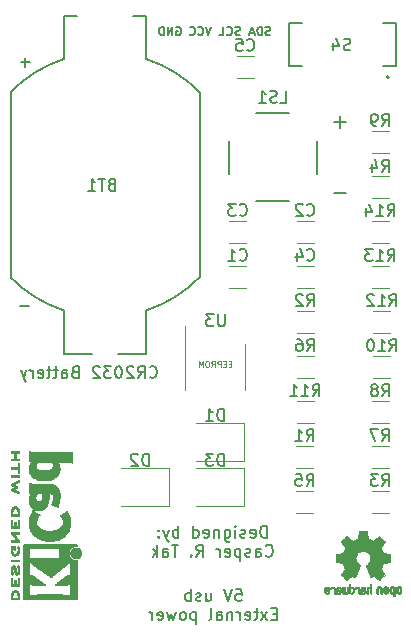
<source format=gbr>
%TF.GenerationSoftware,KiCad,Pcbnew,(6.0.6)*%
%TF.CreationDate,2022-09-17T17:37:14+02:00*%
%TF.ProjectId,Tiny handheld,54696e79-2068-4616-9e64-68656c642e6b,1.0*%
%TF.SameCoordinates,Original*%
%TF.FileFunction,Legend,Bot*%
%TF.FilePolarity,Positive*%
%FSLAX46Y46*%
G04 Gerber Fmt 4.6, Leading zero omitted, Abs format (unit mm)*
G04 Created by KiCad (PCBNEW (6.0.6)) date 2022-09-17 17:37:14*
%MOMM*%
%LPD*%
G01*
G04 APERTURE LIST*
%ADD10C,0.150000*%
%ADD11C,0.125000*%
%ADD12C,0.127000*%
%ADD13C,0.120000*%
%ADD14C,0.200000*%
%ADD15C,0.010000*%
G04 APERTURE END LIST*
D10*
X135230952Y-100191428D02*
X134469047Y-100191428D01*
X155648000Y-77193333D02*
X155548000Y-77226666D01*
X155381333Y-77226666D01*
X155314666Y-77193333D01*
X155281333Y-77160000D01*
X155248000Y-77093333D01*
X155248000Y-77026666D01*
X155281333Y-76960000D01*
X155314666Y-76926666D01*
X155381333Y-76893333D01*
X155514666Y-76860000D01*
X155581333Y-76826666D01*
X155614666Y-76793333D01*
X155648000Y-76726666D01*
X155648000Y-76660000D01*
X155614666Y-76593333D01*
X155581333Y-76560000D01*
X155514666Y-76526666D01*
X155348000Y-76526666D01*
X155248000Y-76560000D01*
X154948000Y-77226666D02*
X154948000Y-76526666D01*
X154781333Y-76526666D01*
X154681333Y-76560000D01*
X154614666Y-76626666D01*
X154581333Y-76693333D01*
X154548000Y-76826666D01*
X154548000Y-76926666D01*
X154581333Y-77060000D01*
X154614666Y-77126666D01*
X154681333Y-77193333D01*
X154781333Y-77226666D01*
X154948000Y-77226666D01*
X154281333Y-77026666D02*
X153948000Y-77026666D01*
X154348000Y-77226666D02*
X154114666Y-76526666D01*
X153881333Y-77226666D01*
X147711333Y-76560000D02*
X147778000Y-76526666D01*
X147878000Y-76526666D01*
X147978000Y-76560000D01*
X148044666Y-76626666D01*
X148078000Y-76693333D01*
X148111333Y-76826666D01*
X148111333Y-76926666D01*
X148078000Y-77060000D01*
X148044666Y-77126666D01*
X147978000Y-77193333D01*
X147878000Y-77226666D01*
X147811333Y-77226666D01*
X147711333Y-77193333D01*
X147678000Y-77160000D01*
X147678000Y-76926666D01*
X147811333Y-76926666D01*
X147378000Y-77226666D02*
X147378000Y-76526666D01*
X146978000Y-77226666D01*
X146978000Y-76526666D01*
X146644666Y-77226666D02*
X146644666Y-76526666D01*
X146478000Y-76526666D01*
X146378000Y-76560000D01*
X146311333Y-76626666D01*
X146278000Y-76693333D01*
X146244666Y-76826666D01*
X146244666Y-76926666D01*
X146278000Y-77060000D01*
X146311333Y-77126666D01*
X146378000Y-77193333D01*
X146478000Y-77226666D01*
X146644666Y-77226666D01*
X153091333Y-77193333D02*
X152991333Y-77226666D01*
X152824666Y-77226666D01*
X152758000Y-77193333D01*
X152724666Y-77160000D01*
X152691333Y-77093333D01*
X152691333Y-77026666D01*
X152724666Y-76960000D01*
X152758000Y-76926666D01*
X152824666Y-76893333D01*
X152958000Y-76860000D01*
X153024666Y-76826666D01*
X153058000Y-76793333D01*
X153091333Y-76726666D01*
X153091333Y-76660000D01*
X153058000Y-76593333D01*
X153024666Y-76560000D01*
X152958000Y-76526666D01*
X152791333Y-76526666D01*
X152691333Y-76560000D01*
X151991333Y-77160000D02*
X152024666Y-77193333D01*
X152124666Y-77226666D01*
X152191333Y-77226666D01*
X152291333Y-77193333D01*
X152358000Y-77126666D01*
X152391333Y-77060000D01*
X152424666Y-76926666D01*
X152424666Y-76826666D01*
X152391333Y-76693333D01*
X152358000Y-76626666D01*
X152291333Y-76560000D01*
X152191333Y-76526666D01*
X152124666Y-76526666D01*
X152024666Y-76560000D01*
X151991333Y-76593333D01*
X151358000Y-77226666D02*
X151691333Y-77226666D01*
X151691333Y-76526666D01*
X152741952Y-124147580D02*
X153218142Y-124147580D01*
X153265761Y-124623771D01*
X153218142Y-124576152D01*
X153122904Y-124528533D01*
X152884809Y-124528533D01*
X152789571Y-124576152D01*
X152741952Y-124623771D01*
X152694333Y-124719009D01*
X152694333Y-124957104D01*
X152741952Y-125052342D01*
X152789571Y-125099961D01*
X152884809Y-125147580D01*
X153122904Y-125147580D01*
X153218142Y-125099961D01*
X153265761Y-125052342D01*
X152408619Y-124147580D02*
X152075285Y-125147580D01*
X151741952Y-124147580D01*
X150218142Y-124480914D02*
X150218142Y-125147580D01*
X150646714Y-124480914D02*
X150646714Y-125004723D01*
X150599095Y-125099961D01*
X150503857Y-125147580D01*
X150361000Y-125147580D01*
X150265761Y-125099961D01*
X150218142Y-125052342D01*
X149789571Y-125099961D02*
X149694333Y-125147580D01*
X149503857Y-125147580D01*
X149408619Y-125099961D01*
X149361000Y-125004723D01*
X149361000Y-124957104D01*
X149408619Y-124861866D01*
X149503857Y-124814247D01*
X149646714Y-124814247D01*
X149741952Y-124766628D01*
X149789571Y-124671390D01*
X149789571Y-124623771D01*
X149741952Y-124528533D01*
X149646714Y-124480914D01*
X149503857Y-124480914D01*
X149408619Y-124528533D01*
X148932428Y-125147580D02*
X148932428Y-124147580D01*
X148932428Y-124528533D02*
X148837190Y-124480914D01*
X148646714Y-124480914D01*
X148551476Y-124528533D01*
X148503857Y-124576152D01*
X148456238Y-124671390D01*
X148456238Y-124957104D01*
X148503857Y-125052342D01*
X148551476Y-125099961D01*
X148646714Y-125147580D01*
X148837190Y-125147580D01*
X148932428Y-125099961D01*
X156218142Y-126233771D02*
X155884809Y-126233771D01*
X155741952Y-126757580D02*
X156218142Y-126757580D01*
X156218142Y-125757580D01*
X155741952Y-125757580D01*
X155408619Y-126757580D02*
X154884809Y-126090914D01*
X155408619Y-126090914D02*
X154884809Y-126757580D01*
X154646714Y-126090914D02*
X154265761Y-126090914D01*
X154503857Y-125757580D02*
X154503857Y-126614723D01*
X154456238Y-126709961D01*
X154361000Y-126757580D01*
X154265761Y-126757580D01*
X153551476Y-126709961D02*
X153646714Y-126757580D01*
X153837190Y-126757580D01*
X153932428Y-126709961D01*
X153980047Y-126614723D01*
X153980047Y-126233771D01*
X153932428Y-126138533D01*
X153837190Y-126090914D01*
X153646714Y-126090914D01*
X153551476Y-126138533D01*
X153503857Y-126233771D01*
X153503857Y-126329009D01*
X153980047Y-126424247D01*
X153075285Y-126757580D02*
X153075285Y-126090914D01*
X153075285Y-126281390D02*
X153027666Y-126186152D01*
X152980047Y-126138533D01*
X152884809Y-126090914D01*
X152789571Y-126090914D01*
X152456238Y-126090914D02*
X152456238Y-126757580D01*
X152456238Y-126186152D02*
X152408619Y-126138533D01*
X152313380Y-126090914D01*
X152170523Y-126090914D01*
X152075285Y-126138533D01*
X152027666Y-126233771D01*
X152027666Y-126757580D01*
X151122904Y-126757580D02*
X151122904Y-126233771D01*
X151170523Y-126138533D01*
X151265761Y-126090914D01*
X151456238Y-126090914D01*
X151551476Y-126138533D01*
X151122904Y-126709961D02*
X151218142Y-126757580D01*
X151456238Y-126757580D01*
X151551476Y-126709961D01*
X151599095Y-126614723D01*
X151599095Y-126519485D01*
X151551476Y-126424247D01*
X151456238Y-126376628D01*
X151218142Y-126376628D01*
X151122904Y-126329009D01*
X150503857Y-126757580D02*
X150599095Y-126709961D01*
X150646714Y-126614723D01*
X150646714Y-125757580D01*
X149361000Y-126090914D02*
X149361000Y-127090914D01*
X149361000Y-126138533D02*
X149265761Y-126090914D01*
X149075285Y-126090914D01*
X148980047Y-126138533D01*
X148932428Y-126186152D01*
X148884809Y-126281390D01*
X148884809Y-126567104D01*
X148932428Y-126662342D01*
X148980047Y-126709961D01*
X149075285Y-126757580D01*
X149265761Y-126757580D01*
X149361000Y-126709961D01*
X148313380Y-126757580D02*
X148408619Y-126709961D01*
X148456238Y-126662342D01*
X148503857Y-126567104D01*
X148503857Y-126281390D01*
X148456238Y-126186152D01*
X148408619Y-126138533D01*
X148313380Y-126090914D01*
X148170523Y-126090914D01*
X148075285Y-126138533D01*
X148027666Y-126186152D01*
X147980047Y-126281390D01*
X147980047Y-126567104D01*
X148027666Y-126662342D01*
X148075285Y-126709961D01*
X148170523Y-126757580D01*
X148313380Y-126757580D01*
X147646714Y-126090914D02*
X147456238Y-126757580D01*
X147265761Y-126281390D01*
X147075285Y-126757580D01*
X146884809Y-126090914D01*
X146122904Y-126709961D02*
X146218142Y-126757580D01*
X146408619Y-126757580D01*
X146503857Y-126709961D01*
X146551476Y-126614723D01*
X146551476Y-126233771D01*
X146503857Y-126138533D01*
X146408619Y-126090914D01*
X146218142Y-126090914D01*
X146122904Y-126138533D01*
X146075285Y-126233771D01*
X146075285Y-126329009D01*
X146551476Y-126424247D01*
X145646714Y-126757580D02*
X145646714Y-126090914D01*
X145646714Y-126281390D02*
X145599095Y-126186152D01*
X145551476Y-126138533D01*
X145456238Y-126090914D01*
X145361000Y-126090914D01*
D11*
X152368952Y-105068285D02*
X152202285Y-105068285D01*
X152130857Y-105330190D02*
X152368952Y-105330190D01*
X152368952Y-104830190D01*
X152130857Y-104830190D01*
X151916571Y-105068285D02*
X151749904Y-105068285D01*
X151678476Y-105330190D02*
X151916571Y-105330190D01*
X151916571Y-104830190D01*
X151678476Y-104830190D01*
X151464190Y-105330190D02*
X151464190Y-104830190D01*
X151273714Y-104830190D01*
X151226095Y-104854000D01*
X151202285Y-104877809D01*
X151178476Y-104925428D01*
X151178476Y-104996857D01*
X151202285Y-105044476D01*
X151226095Y-105068285D01*
X151273714Y-105092095D01*
X151464190Y-105092095D01*
X150678476Y-105330190D02*
X150845142Y-105092095D01*
X150964190Y-105330190D02*
X150964190Y-104830190D01*
X150773714Y-104830190D01*
X150726095Y-104854000D01*
X150702285Y-104877809D01*
X150678476Y-104925428D01*
X150678476Y-104996857D01*
X150702285Y-105044476D01*
X150726095Y-105068285D01*
X150773714Y-105092095D01*
X150964190Y-105092095D01*
X150368952Y-104830190D02*
X150273714Y-104830190D01*
X150226095Y-104854000D01*
X150178476Y-104901619D01*
X150154666Y-104996857D01*
X150154666Y-105163523D01*
X150178476Y-105258761D01*
X150226095Y-105306380D01*
X150273714Y-105330190D01*
X150368952Y-105330190D01*
X150416571Y-105306380D01*
X150464190Y-105258761D01*
X150488000Y-105163523D01*
X150488000Y-104996857D01*
X150464190Y-104901619D01*
X150416571Y-104854000D01*
X150368952Y-104830190D01*
X149940380Y-105330190D02*
X149940380Y-104830190D01*
X149773714Y-105187333D01*
X149607047Y-104830190D01*
X149607047Y-105330190D01*
D10*
X150651333Y-76526666D02*
X150418000Y-77226666D01*
X150184666Y-76526666D01*
X149551333Y-77160000D02*
X149584666Y-77193333D01*
X149684666Y-77226666D01*
X149751333Y-77226666D01*
X149851333Y-77193333D01*
X149918000Y-77126666D01*
X149951333Y-77060000D01*
X149984666Y-76926666D01*
X149984666Y-76826666D01*
X149951333Y-76693333D01*
X149918000Y-76626666D01*
X149851333Y-76560000D01*
X149751333Y-76526666D01*
X149684666Y-76526666D01*
X149584666Y-76560000D01*
X149551333Y-76593333D01*
X148851333Y-77160000D02*
X148884666Y-77193333D01*
X148984666Y-77226666D01*
X149051333Y-77226666D01*
X149151333Y-77193333D01*
X149218000Y-77126666D01*
X149251333Y-77060000D01*
X149284666Y-76926666D01*
X149284666Y-76826666D01*
X149251333Y-76693333D01*
X149218000Y-76626666D01*
X149151333Y-76560000D01*
X149051333Y-76526666D01*
X148984666Y-76526666D01*
X148884666Y-76560000D01*
X148851333Y-76593333D01*
X155361428Y-119787380D02*
X155361428Y-118787380D01*
X155123333Y-118787380D01*
X154980476Y-118835000D01*
X154885238Y-118930238D01*
X154837619Y-119025476D01*
X154790000Y-119215952D01*
X154790000Y-119358809D01*
X154837619Y-119549285D01*
X154885238Y-119644523D01*
X154980476Y-119739761D01*
X155123333Y-119787380D01*
X155361428Y-119787380D01*
X153980476Y-119739761D02*
X154075714Y-119787380D01*
X154266190Y-119787380D01*
X154361428Y-119739761D01*
X154409047Y-119644523D01*
X154409047Y-119263571D01*
X154361428Y-119168333D01*
X154266190Y-119120714D01*
X154075714Y-119120714D01*
X153980476Y-119168333D01*
X153932857Y-119263571D01*
X153932857Y-119358809D01*
X154409047Y-119454047D01*
X153551904Y-119739761D02*
X153456666Y-119787380D01*
X153266190Y-119787380D01*
X153170952Y-119739761D01*
X153123333Y-119644523D01*
X153123333Y-119596904D01*
X153170952Y-119501666D01*
X153266190Y-119454047D01*
X153409047Y-119454047D01*
X153504285Y-119406428D01*
X153551904Y-119311190D01*
X153551904Y-119263571D01*
X153504285Y-119168333D01*
X153409047Y-119120714D01*
X153266190Y-119120714D01*
X153170952Y-119168333D01*
X152694761Y-119787380D02*
X152694761Y-119120714D01*
X152694761Y-118787380D02*
X152742380Y-118835000D01*
X152694761Y-118882619D01*
X152647142Y-118835000D01*
X152694761Y-118787380D01*
X152694761Y-118882619D01*
X151790000Y-119120714D02*
X151790000Y-119930238D01*
X151837619Y-120025476D01*
X151885238Y-120073095D01*
X151980476Y-120120714D01*
X152123333Y-120120714D01*
X152218571Y-120073095D01*
X151790000Y-119739761D02*
X151885238Y-119787380D01*
X152075714Y-119787380D01*
X152170952Y-119739761D01*
X152218571Y-119692142D01*
X152266190Y-119596904D01*
X152266190Y-119311190D01*
X152218571Y-119215952D01*
X152170952Y-119168333D01*
X152075714Y-119120714D01*
X151885238Y-119120714D01*
X151790000Y-119168333D01*
X151313809Y-119120714D02*
X151313809Y-119787380D01*
X151313809Y-119215952D02*
X151266190Y-119168333D01*
X151170952Y-119120714D01*
X151028095Y-119120714D01*
X150932857Y-119168333D01*
X150885238Y-119263571D01*
X150885238Y-119787380D01*
X150028095Y-119739761D02*
X150123333Y-119787380D01*
X150313809Y-119787380D01*
X150409047Y-119739761D01*
X150456666Y-119644523D01*
X150456666Y-119263571D01*
X150409047Y-119168333D01*
X150313809Y-119120714D01*
X150123333Y-119120714D01*
X150028095Y-119168333D01*
X149980476Y-119263571D01*
X149980476Y-119358809D01*
X150456666Y-119454047D01*
X149123333Y-119787380D02*
X149123333Y-118787380D01*
X149123333Y-119739761D02*
X149218571Y-119787380D01*
X149409047Y-119787380D01*
X149504285Y-119739761D01*
X149551904Y-119692142D01*
X149599523Y-119596904D01*
X149599523Y-119311190D01*
X149551904Y-119215952D01*
X149504285Y-119168333D01*
X149409047Y-119120714D01*
X149218571Y-119120714D01*
X149123333Y-119168333D01*
X147885238Y-119787380D02*
X147885238Y-118787380D01*
X147885238Y-119168333D02*
X147790000Y-119120714D01*
X147599523Y-119120714D01*
X147504285Y-119168333D01*
X147456666Y-119215952D01*
X147409047Y-119311190D01*
X147409047Y-119596904D01*
X147456666Y-119692142D01*
X147504285Y-119739761D01*
X147599523Y-119787380D01*
X147790000Y-119787380D01*
X147885238Y-119739761D01*
X147075714Y-119120714D02*
X146837619Y-119787380D01*
X146599523Y-119120714D02*
X146837619Y-119787380D01*
X146932857Y-120025476D01*
X146980476Y-120073095D01*
X147075714Y-120120714D01*
X146218571Y-119692142D02*
X146170952Y-119739761D01*
X146218571Y-119787380D01*
X146266190Y-119739761D01*
X146218571Y-119692142D01*
X146218571Y-119787380D01*
X146218571Y-119168333D02*
X146170952Y-119215952D01*
X146218571Y-119263571D01*
X146266190Y-119215952D01*
X146218571Y-119168333D01*
X146218571Y-119263571D01*
X155266190Y-121302142D02*
X155313809Y-121349761D01*
X155456666Y-121397380D01*
X155551904Y-121397380D01*
X155694761Y-121349761D01*
X155790000Y-121254523D01*
X155837619Y-121159285D01*
X155885238Y-120968809D01*
X155885238Y-120825952D01*
X155837619Y-120635476D01*
X155790000Y-120540238D01*
X155694761Y-120445000D01*
X155551904Y-120397380D01*
X155456666Y-120397380D01*
X155313809Y-120445000D01*
X155266190Y-120492619D01*
X154409047Y-121397380D02*
X154409047Y-120873571D01*
X154456666Y-120778333D01*
X154551904Y-120730714D01*
X154742380Y-120730714D01*
X154837619Y-120778333D01*
X154409047Y-121349761D02*
X154504285Y-121397380D01*
X154742380Y-121397380D01*
X154837619Y-121349761D01*
X154885238Y-121254523D01*
X154885238Y-121159285D01*
X154837619Y-121064047D01*
X154742380Y-121016428D01*
X154504285Y-121016428D01*
X154409047Y-120968809D01*
X153980476Y-121349761D02*
X153885238Y-121397380D01*
X153694761Y-121397380D01*
X153599523Y-121349761D01*
X153551904Y-121254523D01*
X153551904Y-121206904D01*
X153599523Y-121111666D01*
X153694761Y-121064047D01*
X153837619Y-121064047D01*
X153932857Y-121016428D01*
X153980476Y-120921190D01*
X153980476Y-120873571D01*
X153932857Y-120778333D01*
X153837619Y-120730714D01*
X153694761Y-120730714D01*
X153599523Y-120778333D01*
X153123333Y-120730714D02*
X153123333Y-121730714D01*
X153123333Y-120778333D02*
X153028095Y-120730714D01*
X152837619Y-120730714D01*
X152742380Y-120778333D01*
X152694761Y-120825952D01*
X152647142Y-120921190D01*
X152647142Y-121206904D01*
X152694761Y-121302142D01*
X152742380Y-121349761D01*
X152837619Y-121397380D01*
X153028095Y-121397380D01*
X153123333Y-121349761D01*
X151837619Y-121349761D02*
X151932857Y-121397380D01*
X152123333Y-121397380D01*
X152218571Y-121349761D01*
X152266190Y-121254523D01*
X152266190Y-120873571D01*
X152218571Y-120778333D01*
X152123333Y-120730714D01*
X151932857Y-120730714D01*
X151837619Y-120778333D01*
X151790000Y-120873571D01*
X151790000Y-120968809D01*
X152266190Y-121064047D01*
X151361428Y-121397380D02*
X151361428Y-120730714D01*
X151361428Y-120921190D02*
X151313809Y-120825952D01*
X151266190Y-120778333D01*
X151170952Y-120730714D01*
X151075714Y-120730714D01*
X149409047Y-121397380D02*
X149742380Y-120921190D01*
X149980476Y-121397380D02*
X149980476Y-120397380D01*
X149599523Y-120397380D01*
X149504285Y-120445000D01*
X149456666Y-120492619D01*
X149409047Y-120587857D01*
X149409047Y-120730714D01*
X149456666Y-120825952D01*
X149504285Y-120873571D01*
X149599523Y-120921190D01*
X149980476Y-120921190D01*
X148980476Y-121302142D02*
X148932857Y-121349761D01*
X148980476Y-121397380D01*
X149028095Y-121349761D01*
X148980476Y-121302142D01*
X148980476Y-121397380D01*
X147885238Y-120397380D02*
X147313809Y-120397380D01*
X147599523Y-121397380D02*
X147599523Y-120397380D01*
X146551904Y-121397380D02*
X146551904Y-120873571D01*
X146599523Y-120778333D01*
X146694761Y-120730714D01*
X146885238Y-120730714D01*
X146980476Y-120778333D01*
X146551904Y-121349761D02*
X146647142Y-121397380D01*
X146885238Y-121397380D01*
X146980476Y-121349761D01*
X147028095Y-121254523D01*
X147028095Y-121159285D01*
X146980476Y-121064047D01*
X146885238Y-121016428D01*
X146647142Y-121016428D01*
X146551904Y-120968809D01*
X146075714Y-121397380D02*
X146075714Y-120397380D01*
X145980476Y-121016428D02*
X145694761Y-121397380D01*
X145694761Y-120730714D02*
X146075714Y-121111666D01*
X145439047Y-106172342D02*
X145486666Y-106219961D01*
X145629523Y-106267580D01*
X145724761Y-106267580D01*
X145867619Y-106219961D01*
X145962857Y-106124723D01*
X146010476Y-106029485D01*
X146058095Y-105839009D01*
X146058095Y-105696152D01*
X146010476Y-105505676D01*
X145962857Y-105410438D01*
X145867619Y-105315200D01*
X145724761Y-105267580D01*
X145629523Y-105267580D01*
X145486666Y-105315200D01*
X145439047Y-105362819D01*
X144439047Y-106267580D02*
X144772380Y-105791390D01*
X145010476Y-106267580D02*
X145010476Y-105267580D01*
X144629523Y-105267580D01*
X144534285Y-105315200D01*
X144486666Y-105362819D01*
X144439047Y-105458057D01*
X144439047Y-105600914D01*
X144486666Y-105696152D01*
X144534285Y-105743771D01*
X144629523Y-105791390D01*
X145010476Y-105791390D01*
X144058095Y-105362819D02*
X144010476Y-105315200D01*
X143915238Y-105267580D01*
X143677142Y-105267580D01*
X143581904Y-105315200D01*
X143534285Y-105362819D01*
X143486666Y-105458057D01*
X143486666Y-105553295D01*
X143534285Y-105696152D01*
X144105714Y-106267580D01*
X143486666Y-106267580D01*
X142867619Y-105267580D02*
X142772380Y-105267580D01*
X142677142Y-105315200D01*
X142629523Y-105362819D01*
X142581904Y-105458057D01*
X142534285Y-105648533D01*
X142534285Y-105886628D01*
X142581904Y-106077104D01*
X142629523Y-106172342D01*
X142677142Y-106219961D01*
X142772380Y-106267580D01*
X142867619Y-106267580D01*
X142962857Y-106219961D01*
X143010476Y-106172342D01*
X143058095Y-106077104D01*
X143105714Y-105886628D01*
X143105714Y-105648533D01*
X143058095Y-105458057D01*
X143010476Y-105362819D01*
X142962857Y-105315200D01*
X142867619Y-105267580D01*
X142200952Y-105267580D02*
X141581904Y-105267580D01*
X141915238Y-105648533D01*
X141772380Y-105648533D01*
X141677142Y-105696152D01*
X141629523Y-105743771D01*
X141581904Y-105839009D01*
X141581904Y-106077104D01*
X141629523Y-106172342D01*
X141677142Y-106219961D01*
X141772380Y-106267580D01*
X142058095Y-106267580D01*
X142153333Y-106219961D01*
X142200952Y-106172342D01*
X141200952Y-105362819D02*
X141153333Y-105315200D01*
X141058095Y-105267580D01*
X140820000Y-105267580D01*
X140724761Y-105315200D01*
X140677142Y-105362819D01*
X140629523Y-105458057D01*
X140629523Y-105553295D01*
X140677142Y-105696152D01*
X141248571Y-106267580D01*
X140629523Y-106267580D01*
X139105714Y-105743771D02*
X138962857Y-105791390D01*
X138915238Y-105839009D01*
X138867619Y-105934247D01*
X138867619Y-106077104D01*
X138915238Y-106172342D01*
X138962857Y-106219961D01*
X139058095Y-106267580D01*
X139439047Y-106267580D01*
X139439047Y-105267580D01*
X139105714Y-105267580D01*
X139010476Y-105315200D01*
X138962857Y-105362819D01*
X138915238Y-105458057D01*
X138915238Y-105553295D01*
X138962857Y-105648533D01*
X139010476Y-105696152D01*
X139105714Y-105743771D01*
X139439047Y-105743771D01*
X138010476Y-106267580D02*
X138010476Y-105743771D01*
X138058095Y-105648533D01*
X138153333Y-105600914D01*
X138343809Y-105600914D01*
X138439047Y-105648533D01*
X138010476Y-106219961D02*
X138105714Y-106267580D01*
X138343809Y-106267580D01*
X138439047Y-106219961D01*
X138486666Y-106124723D01*
X138486666Y-106029485D01*
X138439047Y-105934247D01*
X138343809Y-105886628D01*
X138105714Y-105886628D01*
X138010476Y-105839009D01*
X137677142Y-105600914D02*
X137296190Y-105600914D01*
X137534285Y-105267580D02*
X137534285Y-106124723D01*
X137486666Y-106219961D01*
X137391428Y-106267580D01*
X137296190Y-106267580D01*
X137105714Y-105600914D02*
X136724761Y-105600914D01*
X136962857Y-105267580D02*
X136962857Y-106124723D01*
X136915238Y-106219961D01*
X136820000Y-106267580D01*
X136724761Y-106267580D01*
X136010476Y-106219961D02*
X136105714Y-106267580D01*
X136296190Y-106267580D01*
X136391428Y-106219961D01*
X136439047Y-106124723D01*
X136439047Y-105743771D01*
X136391428Y-105648533D01*
X136296190Y-105600914D01*
X136105714Y-105600914D01*
X136010476Y-105648533D01*
X135962857Y-105743771D01*
X135962857Y-105839009D01*
X136439047Y-105934247D01*
X135534285Y-106267580D02*
X135534285Y-105600914D01*
X135534285Y-105791390D02*
X135486666Y-105696152D01*
X135439047Y-105648533D01*
X135343809Y-105600914D01*
X135248571Y-105600914D01*
X135010476Y-105600914D02*
X134772380Y-106267580D01*
X134534285Y-105600914D02*
X134772380Y-106267580D01*
X134867619Y-106505676D01*
X134915238Y-106553295D01*
X135010476Y-106600914D01*
X135300952Y-79541428D02*
X134539047Y-79541428D01*
X134920000Y-79922380D02*
X134920000Y-79160476D01*
%TO.C,BT1*%
X142205714Y-89878571D02*
X142062857Y-89926190D01*
X142015238Y-89973809D01*
X141967619Y-90069047D01*
X141967619Y-90211904D01*
X142015238Y-90307142D01*
X142062857Y-90354761D01*
X142158095Y-90402380D01*
X142539047Y-90402380D01*
X142539047Y-89402380D01*
X142205714Y-89402380D01*
X142110476Y-89450000D01*
X142062857Y-89497619D01*
X142015238Y-89592857D01*
X142015238Y-89688095D01*
X142062857Y-89783333D01*
X142110476Y-89830952D01*
X142205714Y-89878571D01*
X142539047Y-89878571D01*
X141681904Y-89402380D02*
X141110476Y-89402380D01*
X141396190Y-90402380D02*
X141396190Y-89402380D01*
X140253333Y-90402380D02*
X140824761Y-90402380D01*
X140539047Y-90402380D02*
X140539047Y-89402380D01*
X140634285Y-89545238D01*
X140729523Y-89640476D01*
X140824761Y-89688095D01*
%TO.C,R3*%
X165124666Y-115420380D02*
X165458000Y-114944190D01*
X165696095Y-115420380D02*
X165696095Y-114420380D01*
X165315142Y-114420380D01*
X165219904Y-114468000D01*
X165172285Y-114515619D01*
X165124666Y-114610857D01*
X165124666Y-114753714D01*
X165172285Y-114848952D01*
X165219904Y-114896571D01*
X165315142Y-114944190D01*
X165696095Y-114944190D01*
X164791333Y-114420380D02*
X164172285Y-114420380D01*
X164505619Y-114801333D01*
X164362761Y-114801333D01*
X164267523Y-114848952D01*
X164219904Y-114896571D01*
X164172285Y-114991809D01*
X164172285Y-115229904D01*
X164219904Y-115325142D01*
X164267523Y-115372761D01*
X164362761Y-115420380D01*
X164648476Y-115420380D01*
X164743714Y-115372761D01*
X164791333Y-115325142D01*
%TO.C,R9*%
X165124666Y-84940380D02*
X165458000Y-84464190D01*
X165696095Y-84940380D02*
X165696095Y-83940380D01*
X165315142Y-83940380D01*
X165219904Y-83988000D01*
X165172285Y-84035619D01*
X165124666Y-84130857D01*
X165124666Y-84273714D01*
X165172285Y-84368952D01*
X165219904Y-84416571D01*
X165315142Y-84464190D01*
X165696095Y-84464190D01*
X164648476Y-84940380D02*
X164458000Y-84940380D01*
X164362761Y-84892761D01*
X164315142Y-84845142D01*
X164219904Y-84702285D01*
X164172285Y-84511809D01*
X164172285Y-84130857D01*
X164219904Y-84035619D01*
X164267523Y-83988000D01*
X164362761Y-83940380D01*
X164553238Y-83940380D01*
X164648476Y-83988000D01*
X164696095Y-84035619D01*
X164743714Y-84130857D01*
X164743714Y-84368952D01*
X164696095Y-84464190D01*
X164648476Y-84511809D01*
X164553238Y-84559428D01*
X164362761Y-84559428D01*
X164267523Y-84511809D01*
X164219904Y-84464190D01*
X164172285Y-84368952D01*
%TO.C,C3*%
X153059666Y-92435142D02*
X153107285Y-92482761D01*
X153250142Y-92530380D01*
X153345380Y-92530380D01*
X153488238Y-92482761D01*
X153583476Y-92387523D01*
X153631095Y-92292285D01*
X153678714Y-92101809D01*
X153678714Y-91958952D01*
X153631095Y-91768476D01*
X153583476Y-91673238D01*
X153488238Y-91578000D01*
X153345380Y-91530380D01*
X153250142Y-91530380D01*
X153107285Y-91578000D01*
X153059666Y-91625619D01*
X152726333Y-91530380D02*
X152107285Y-91530380D01*
X152440619Y-91911333D01*
X152297761Y-91911333D01*
X152202523Y-91958952D01*
X152154904Y-92006571D01*
X152107285Y-92101809D01*
X152107285Y-92339904D01*
X152154904Y-92435142D01*
X152202523Y-92482761D01*
X152297761Y-92530380D01*
X152583476Y-92530380D01*
X152678714Y-92482761D01*
X152726333Y-92435142D01*
%TO.C,R7*%
X165124666Y-111610380D02*
X165458000Y-111134190D01*
X165696095Y-111610380D02*
X165696095Y-110610380D01*
X165315142Y-110610380D01*
X165219904Y-110658000D01*
X165172285Y-110705619D01*
X165124666Y-110800857D01*
X165124666Y-110943714D01*
X165172285Y-111038952D01*
X165219904Y-111086571D01*
X165315142Y-111134190D01*
X165696095Y-111134190D01*
X164791333Y-110610380D02*
X164124666Y-110610380D01*
X164553238Y-111610380D01*
%TO.C,R5*%
X158727286Y-115420380D02*
X159060620Y-114944190D01*
X159298715Y-115420380D02*
X159298715Y-114420380D01*
X158917762Y-114420380D01*
X158822524Y-114468000D01*
X158774905Y-114515619D01*
X158727286Y-114610857D01*
X158727286Y-114753714D01*
X158774905Y-114848952D01*
X158822524Y-114896571D01*
X158917762Y-114944190D01*
X159298715Y-114944190D01*
X157822524Y-114420380D02*
X158298715Y-114420380D01*
X158346334Y-114896571D01*
X158298715Y-114848952D01*
X158203477Y-114801333D01*
X157965381Y-114801333D01*
X157870143Y-114848952D01*
X157822524Y-114896571D01*
X157774905Y-114991809D01*
X157774905Y-115229904D01*
X157822524Y-115325142D01*
X157870143Y-115372761D01*
X157965381Y-115420380D01*
X158203477Y-115420380D01*
X158298715Y-115372761D01*
X158346334Y-115325142D01*
%TO.C,R11*%
X159250857Y-107800380D02*
X159584190Y-107324190D01*
X159822285Y-107800380D02*
X159822285Y-106800380D01*
X159441333Y-106800380D01*
X159346095Y-106848000D01*
X159298476Y-106895619D01*
X159250857Y-106990857D01*
X159250857Y-107133714D01*
X159298476Y-107228952D01*
X159346095Y-107276571D01*
X159441333Y-107324190D01*
X159822285Y-107324190D01*
X158298476Y-107800380D02*
X158869904Y-107800380D01*
X158584190Y-107800380D02*
X158584190Y-106800380D01*
X158679428Y-106943238D01*
X158774666Y-107038476D01*
X158869904Y-107086095D01*
X157346095Y-107800380D02*
X157917523Y-107800380D01*
X157631809Y-107800380D02*
X157631809Y-106800380D01*
X157727047Y-106943238D01*
X157822285Y-107038476D01*
X157917523Y-107086095D01*
%TO.C,S4*%
X162433704Y-78491361D02*
X162290847Y-78538980D01*
X162052752Y-78538980D01*
X161957514Y-78491361D01*
X161909895Y-78443742D01*
X161862276Y-78348504D01*
X161862276Y-78253266D01*
X161909895Y-78158028D01*
X161957514Y-78110409D01*
X162052752Y-78062790D01*
X162243228Y-78015171D01*
X162338466Y-77967552D01*
X162386085Y-77919933D01*
X162433704Y-77824695D01*
X162433704Y-77729457D01*
X162386085Y-77634219D01*
X162338466Y-77586600D01*
X162243228Y-77538980D01*
X162005133Y-77538980D01*
X161862276Y-77586600D01*
X161005133Y-77872314D02*
X161005133Y-78538980D01*
X161243228Y-77491361D02*
X161481323Y-78205647D01*
X160862276Y-78205647D01*
%TO.C,R12*%
X165748237Y-100180380D02*
X166081570Y-99704190D01*
X166319665Y-100180380D02*
X166319665Y-99180380D01*
X165938713Y-99180380D01*
X165843475Y-99228000D01*
X165795856Y-99275619D01*
X165748237Y-99370857D01*
X165748237Y-99513714D01*
X165795856Y-99608952D01*
X165843475Y-99656571D01*
X165938713Y-99704190D01*
X166319665Y-99704190D01*
X164795856Y-100180380D02*
X165367284Y-100180380D01*
X165081570Y-100180380D02*
X165081570Y-99180380D01*
X165176808Y-99323238D01*
X165272046Y-99418476D01*
X165367284Y-99466095D01*
X164414903Y-99275619D02*
X164367284Y-99228000D01*
X164272046Y-99180380D01*
X164033951Y-99180380D01*
X163938713Y-99228000D01*
X163891094Y-99275619D01*
X163843475Y-99370857D01*
X163843475Y-99466095D01*
X163891094Y-99608952D01*
X164462522Y-100180380D01*
X163843475Y-100180380D01*
%TO.C,R1*%
X158727286Y-111610380D02*
X159060620Y-111134190D01*
X159298715Y-111610380D02*
X159298715Y-110610380D01*
X158917762Y-110610380D01*
X158822524Y-110658000D01*
X158774905Y-110705619D01*
X158727286Y-110800857D01*
X158727286Y-110943714D01*
X158774905Y-111038952D01*
X158822524Y-111086571D01*
X158917762Y-111134190D01*
X159298715Y-111134190D01*
X157774905Y-111610380D02*
X158346334Y-111610380D01*
X158060620Y-111610380D02*
X158060620Y-110610380D01*
X158155858Y-110753238D01*
X158251096Y-110848476D01*
X158346334Y-110896095D01*
%TO.C,R14*%
X165600857Y-92560380D02*
X165934190Y-92084190D01*
X166172285Y-92560380D02*
X166172285Y-91560380D01*
X165791333Y-91560380D01*
X165696095Y-91608000D01*
X165648476Y-91655619D01*
X165600857Y-91750857D01*
X165600857Y-91893714D01*
X165648476Y-91988952D01*
X165696095Y-92036571D01*
X165791333Y-92084190D01*
X166172285Y-92084190D01*
X164648476Y-92560380D02*
X165219904Y-92560380D01*
X164934190Y-92560380D02*
X164934190Y-91560380D01*
X165029428Y-91703238D01*
X165124666Y-91798476D01*
X165219904Y-91846095D01*
X163791333Y-91893714D02*
X163791333Y-92560380D01*
X164029428Y-91512761D02*
X164267523Y-92227047D01*
X163648476Y-92227047D01*
%TO.C,C5*%
X153694666Y-78465142D02*
X153742285Y-78512761D01*
X153885142Y-78560380D01*
X153980380Y-78560380D01*
X154123238Y-78512761D01*
X154218476Y-78417523D01*
X154266095Y-78322285D01*
X154313714Y-78131809D01*
X154313714Y-77988952D01*
X154266095Y-77798476D01*
X154218476Y-77703238D01*
X154123238Y-77608000D01*
X153980380Y-77560380D01*
X153885142Y-77560380D01*
X153742285Y-77608000D01*
X153694666Y-77655619D01*
X152789904Y-77560380D02*
X153266095Y-77560380D01*
X153313714Y-78036571D01*
X153266095Y-77988952D01*
X153170857Y-77941333D01*
X152932761Y-77941333D01*
X152837523Y-77988952D01*
X152789904Y-78036571D01*
X152742285Y-78131809D01*
X152742285Y-78369904D01*
X152789904Y-78465142D01*
X152837523Y-78512761D01*
X152932761Y-78560380D01*
X153170857Y-78560380D01*
X153266095Y-78512761D01*
X153313714Y-78465142D01*
%TO.C,R10*%
X165748237Y-103990380D02*
X166081570Y-103514190D01*
X166319665Y-103990380D02*
X166319665Y-102990380D01*
X165938713Y-102990380D01*
X165843475Y-103038000D01*
X165795856Y-103085619D01*
X165748237Y-103180857D01*
X165748237Y-103323714D01*
X165795856Y-103418952D01*
X165843475Y-103466571D01*
X165938713Y-103514190D01*
X166319665Y-103514190D01*
X164795856Y-103990380D02*
X165367284Y-103990380D01*
X165081570Y-103990380D02*
X165081570Y-102990380D01*
X165176808Y-103133238D01*
X165272046Y-103228476D01*
X165367284Y-103276095D01*
X164176808Y-102990380D02*
X164081570Y-102990380D01*
X163986332Y-103038000D01*
X163938713Y-103085619D01*
X163891094Y-103180857D01*
X163843475Y-103371333D01*
X163843475Y-103609428D01*
X163891094Y-103799904D01*
X163938713Y-103895142D01*
X163986332Y-103942761D01*
X164081570Y-103990380D01*
X164176808Y-103990380D01*
X164272046Y-103942761D01*
X164319665Y-103895142D01*
X164367284Y-103799904D01*
X164414903Y-103609428D01*
X164414903Y-103371333D01*
X164367284Y-103180857D01*
X164319665Y-103085619D01*
X164272046Y-103038000D01*
X164176808Y-102990380D01*
%TO.C,D1*%
X151726095Y-109880380D02*
X151726095Y-108880380D01*
X151488000Y-108880380D01*
X151345142Y-108928000D01*
X151249904Y-109023238D01*
X151202285Y-109118476D01*
X151154666Y-109308952D01*
X151154666Y-109451809D01*
X151202285Y-109642285D01*
X151249904Y-109737523D01*
X151345142Y-109832761D01*
X151488000Y-109880380D01*
X151726095Y-109880380D01*
X150202285Y-109880380D02*
X150773714Y-109880380D01*
X150488000Y-109880380D02*
X150488000Y-108880380D01*
X150583238Y-109023238D01*
X150678476Y-109118476D01*
X150773714Y-109166095D01*
%TO.C,R6*%
X158774666Y-103990380D02*
X159108000Y-103514190D01*
X159346095Y-103990380D02*
X159346095Y-102990380D01*
X158965142Y-102990380D01*
X158869904Y-103038000D01*
X158822285Y-103085619D01*
X158774666Y-103180857D01*
X158774666Y-103323714D01*
X158822285Y-103418952D01*
X158869904Y-103466571D01*
X158965142Y-103514190D01*
X159346095Y-103514190D01*
X157917523Y-102990380D02*
X158108000Y-102990380D01*
X158203238Y-103038000D01*
X158250857Y-103085619D01*
X158346095Y-103228476D01*
X158393714Y-103418952D01*
X158393714Y-103799904D01*
X158346095Y-103895142D01*
X158298476Y-103942761D01*
X158203238Y-103990380D01*
X158012761Y-103990380D01*
X157917523Y-103942761D01*
X157869904Y-103895142D01*
X157822285Y-103799904D01*
X157822285Y-103561809D01*
X157869904Y-103466571D01*
X157917523Y-103418952D01*
X158012761Y-103371333D01*
X158203238Y-103371333D01*
X158298476Y-103418952D01*
X158346095Y-103466571D01*
X158393714Y-103561809D01*
%TO.C,R13*%
X165600857Y-96370380D02*
X165934190Y-95894190D01*
X166172285Y-96370380D02*
X166172285Y-95370380D01*
X165791333Y-95370380D01*
X165696095Y-95418000D01*
X165648476Y-95465619D01*
X165600857Y-95560857D01*
X165600857Y-95703714D01*
X165648476Y-95798952D01*
X165696095Y-95846571D01*
X165791333Y-95894190D01*
X166172285Y-95894190D01*
X164648476Y-96370380D02*
X165219904Y-96370380D01*
X164934190Y-96370380D02*
X164934190Y-95370380D01*
X165029428Y-95513238D01*
X165124666Y-95608476D01*
X165219904Y-95656095D01*
X164315142Y-95370380D02*
X163696095Y-95370380D01*
X164029428Y-95751333D01*
X163886571Y-95751333D01*
X163791333Y-95798952D01*
X163743714Y-95846571D01*
X163696095Y-95941809D01*
X163696095Y-96179904D01*
X163743714Y-96275142D01*
X163791333Y-96322761D01*
X163886571Y-96370380D01*
X164172285Y-96370380D01*
X164267523Y-96322761D01*
X164315142Y-96275142D01*
%TO.C,D3*%
X151726095Y-113690380D02*
X151726095Y-112690380D01*
X151488000Y-112690380D01*
X151345142Y-112738000D01*
X151249904Y-112833238D01*
X151202285Y-112928476D01*
X151154666Y-113118952D01*
X151154666Y-113261809D01*
X151202285Y-113452285D01*
X151249904Y-113547523D01*
X151345142Y-113642761D01*
X151488000Y-113690380D01*
X151726095Y-113690380D01*
X150821333Y-112690380D02*
X150202285Y-112690380D01*
X150535619Y-113071333D01*
X150392761Y-113071333D01*
X150297523Y-113118952D01*
X150249904Y-113166571D01*
X150202285Y-113261809D01*
X150202285Y-113499904D01*
X150249904Y-113595142D01*
X150297523Y-113642761D01*
X150392761Y-113690380D01*
X150678476Y-113690380D01*
X150773714Y-113642761D01*
X150821333Y-113595142D01*
%TO.C,LS1*%
X156517607Y-82950380D02*
X156993797Y-82950380D01*
X156993797Y-81950380D01*
X156231892Y-82902761D02*
X156089035Y-82950380D01*
X155850940Y-82950380D01*
X155755702Y-82902761D01*
X155708083Y-82855142D01*
X155660464Y-82759904D01*
X155660464Y-82664666D01*
X155708083Y-82569428D01*
X155755702Y-82521809D01*
X155850940Y-82474190D01*
X156041416Y-82426571D01*
X156136654Y-82378952D01*
X156184273Y-82331333D01*
X156231892Y-82236095D01*
X156231892Y-82140857D01*
X156184273Y-82045619D01*
X156136654Y-81998000D01*
X156041416Y-81950380D01*
X155803321Y-81950380D01*
X155660464Y-81998000D01*
X154708083Y-82950380D02*
X155279511Y-82950380D01*
X154993797Y-82950380D02*
X154993797Y-81950380D01*
X155089035Y-82093238D01*
X155184273Y-82188476D01*
X155279511Y-82236095D01*
%TO.C,D2*%
X145376095Y-113690380D02*
X145376095Y-112690380D01*
X145138000Y-112690380D01*
X144995142Y-112738000D01*
X144899904Y-112833238D01*
X144852285Y-112928476D01*
X144804666Y-113118952D01*
X144804666Y-113261809D01*
X144852285Y-113452285D01*
X144899904Y-113547523D01*
X144995142Y-113642761D01*
X145138000Y-113690380D01*
X145376095Y-113690380D01*
X144423714Y-112785619D02*
X144376095Y-112738000D01*
X144280857Y-112690380D01*
X144042761Y-112690380D01*
X143947523Y-112738000D01*
X143899904Y-112785619D01*
X143852285Y-112880857D01*
X143852285Y-112976095D01*
X143899904Y-113118952D01*
X144471333Y-113690380D01*
X143852285Y-113690380D01*
%TO.C,C1*%
X153059666Y-96245142D02*
X153107285Y-96292761D01*
X153250142Y-96340380D01*
X153345380Y-96340380D01*
X153488238Y-96292761D01*
X153583476Y-96197523D01*
X153631095Y-96102285D01*
X153678714Y-95911809D01*
X153678714Y-95768952D01*
X153631095Y-95578476D01*
X153583476Y-95483238D01*
X153488238Y-95388000D01*
X153345380Y-95340380D01*
X153250142Y-95340380D01*
X153107285Y-95388000D01*
X153059666Y-95435619D01*
X152107285Y-96340380D02*
X152678714Y-96340380D01*
X152393000Y-96340380D02*
X152393000Y-95340380D01*
X152488238Y-95483238D01*
X152583476Y-95578476D01*
X152678714Y-95626095D01*
%TO.C,R8*%
X165134666Y-107810380D02*
X165468000Y-107334190D01*
X165706095Y-107810380D02*
X165706095Y-106810380D01*
X165325142Y-106810380D01*
X165229904Y-106858000D01*
X165182285Y-106905619D01*
X165134666Y-107000857D01*
X165134666Y-107143714D01*
X165182285Y-107238952D01*
X165229904Y-107286571D01*
X165325142Y-107334190D01*
X165706095Y-107334190D01*
X164563238Y-107238952D02*
X164658476Y-107191333D01*
X164706095Y-107143714D01*
X164753714Y-107048476D01*
X164753714Y-107000857D01*
X164706095Y-106905619D01*
X164658476Y-106858000D01*
X164563238Y-106810380D01*
X164372761Y-106810380D01*
X164277523Y-106858000D01*
X164229904Y-106905619D01*
X164182285Y-107000857D01*
X164182285Y-107048476D01*
X164229904Y-107143714D01*
X164277523Y-107191333D01*
X164372761Y-107238952D01*
X164563238Y-107238952D01*
X164658476Y-107286571D01*
X164706095Y-107334190D01*
X164753714Y-107429428D01*
X164753714Y-107619904D01*
X164706095Y-107715142D01*
X164658476Y-107762761D01*
X164563238Y-107810380D01*
X164372761Y-107810380D01*
X164277523Y-107762761D01*
X164229904Y-107715142D01*
X164182285Y-107619904D01*
X164182285Y-107429428D01*
X164229904Y-107334190D01*
X164277523Y-107286571D01*
X164372761Y-107238952D01*
%TO.C,C2*%
X158774666Y-92435142D02*
X158822285Y-92482761D01*
X158965142Y-92530380D01*
X159060380Y-92530380D01*
X159203238Y-92482761D01*
X159298476Y-92387523D01*
X159346095Y-92292285D01*
X159393714Y-92101809D01*
X159393714Y-91958952D01*
X159346095Y-91768476D01*
X159298476Y-91673238D01*
X159203238Y-91578000D01*
X159060380Y-91530380D01*
X158965142Y-91530380D01*
X158822285Y-91578000D01*
X158774666Y-91625619D01*
X158393714Y-91625619D02*
X158346095Y-91578000D01*
X158250857Y-91530380D01*
X158012761Y-91530380D01*
X157917523Y-91578000D01*
X157869904Y-91625619D01*
X157822285Y-91720857D01*
X157822285Y-91816095D01*
X157869904Y-91958952D01*
X158441333Y-92530380D01*
X157822285Y-92530380D01*
%TO.C,U3*%
X151811904Y-100892380D02*
X151811904Y-101701904D01*
X151764285Y-101797142D01*
X151716666Y-101844761D01*
X151621428Y-101892380D01*
X151430952Y-101892380D01*
X151335714Y-101844761D01*
X151288095Y-101797142D01*
X151240476Y-101701904D01*
X151240476Y-100892380D01*
X150859523Y-100892380D02*
X150240476Y-100892380D01*
X150573809Y-101273333D01*
X150430952Y-101273333D01*
X150335714Y-101320952D01*
X150288095Y-101368571D01*
X150240476Y-101463809D01*
X150240476Y-101701904D01*
X150288095Y-101797142D01*
X150335714Y-101844761D01*
X150430952Y-101892380D01*
X150716666Y-101892380D01*
X150811904Y-101844761D01*
X150859523Y-101797142D01*
%TO.C,R4*%
X165114666Y-88800380D02*
X165448000Y-88324190D01*
X165686095Y-88800380D02*
X165686095Y-87800380D01*
X165305142Y-87800380D01*
X165209904Y-87848000D01*
X165162285Y-87895619D01*
X165114666Y-87990857D01*
X165114666Y-88133714D01*
X165162285Y-88228952D01*
X165209904Y-88276571D01*
X165305142Y-88324190D01*
X165686095Y-88324190D01*
X164257523Y-88133714D02*
X164257523Y-88800380D01*
X164495619Y-87752761D02*
X164733714Y-88467047D01*
X164114666Y-88467047D01*
%TO.C,C4*%
X158774666Y-96245142D02*
X158822285Y-96292761D01*
X158965142Y-96340380D01*
X159060380Y-96340380D01*
X159203238Y-96292761D01*
X159298476Y-96197523D01*
X159346095Y-96102285D01*
X159393714Y-95911809D01*
X159393714Y-95768952D01*
X159346095Y-95578476D01*
X159298476Y-95483238D01*
X159203238Y-95388000D01*
X159060380Y-95340380D01*
X158965142Y-95340380D01*
X158822285Y-95388000D01*
X158774666Y-95435619D01*
X157917523Y-95673714D02*
X157917523Y-96340380D01*
X158155619Y-95292761D02*
X158393714Y-96007047D01*
X157774666Y-96007047D01*
%TO.C,R2*%
X158774666Y-100180380D02*
X159108000Y-99704190D01*
X159346095Y-100180380D02*
X159346095Y-99180380D01*
X158965142Y-99180380D01*
X158869904Y-99228000D01*
X158822285Y-99275619D01*
X158774666Y-99370857D01*
X158774666Y-99513714D01*
X158822285Y-99608952D01*
X158869904Y-99656571D01*
X158965142Y-99704190D01*
X159346095Y-99704190D01*
X158393714Y-99275619D02*
X158346095Y-99228000D01*
X158250857Y-99180380D01*
X158012761Y-99180380D01*
X157917523Y-99228000D01*
X157869904Y-99275619D01*
X157822285Y-99370857D01*
X157822285Y-99466095D01*
X157869904Y-99608952D01*
X158441333Y-100180380D01*
X157822285Y-100180380D01*
D12*
%TO.C,BT1*%
X145168000Y-104208000D02*
X145168000Y-100548000D01*
X145168000Y-104208000D02*
X142738000Y-104208000D01*
X138168000Y-75608000D02*
X139323000Y-75608000D01*
X138168000Y-104208000D02*
X140598000Y-104208000D01*
X133668000Y-82068000D02*
X133668000Y-97748000D01*
X138168000Y-75608000D02*
X138168000Y-79268000D01*
X145168000Y-75608000D02*
X144013000Y-75608000D01*
X145168000Y-75608000D02*
X145168000Y-79268000D01*
X149668000Y-82068000D02*
X149668000Y-97748000D01*
X138168000Y-104208000D02*
X138168000Y-100548000D01*
X145168000Y-100548000D02*
G75*
G03*
X149668000Y-97748000I-3500645J10642109D01*
G01*
X138168000Y-79267998D02*
G75*
G03*
X133668000Y-82068000I3500650J-10642112D01*
G01*
X133668000Y-97748000D02*
G75*
G03*
X138168000Y-100548000I7999943J7840980D01*
G01*
X149668001Y-82067999D02*
G75*
G03*
X145168000Y-79268000I-7999941J-7840981D01*
G01*
D13*
%TO.C,R3*%
X165685064Y-117698000D02*
X164230936Y-117698000D01*
X165685064Y-115878000D02*
X164230936Y-115878000D01*
%TO.C,R9*%
X165685064Y-87218000D02*
X164230936Y-87218000D01*
X165685064Y-85398000D02*
X164230936Y-85398000D01*
%TO.C,C3*%
X153604252Y-93018000D02*
X152181748Y-93018000D01*
X153604252Y-94838000D02*
X152181748Y-94838000D01*
%TO.C,R7*%
X165685064Y-113888000D02*
X164230936Y-113888000D01*
X165685064Y-112068000D02*
X164230936Y-112068000D01*
%TO.C,R5*%
X159287684Y-115878000D02*
X157833556Y-115878000D01*
X159287684Y-117698000D02*
X157833556Y-117698000D01*
%TO.C,R11*%
X159335064Y-110078000D02*
X157880936Y-110078000D01*
X159335064Y-108258000D02*
X157880936Y-108258000D01*
D12*
%TO.C,S4*%
X158363000Y-79853000D02*
X157283000Y-79853000D01*
X157283000Y-79853000D02*
X157283000Y-76253000D01*
X157283000Y-76253000D02*
X158363000Y-76253000D01*
X166283000Y-79853000D02*
X165203000Y-79853000D01*
X166283000Y-76253000D02*
X166283000Y-79853000D01*
X165203000Y-76253000D02*
X166283000Y-76253000D01*
D14*
X165723000Y-80803000D02*
G75*
G03*
X165723000Y-80803000I-100000J0D01*
G01*
D13*
%TO.C,R12*%
X165832444Y-102458000D02*
X164378316Y-102458000D01*
X165832444Y-100638000D02*
X164378316Y-100638000D01*
%TO.C,R1*%
X159287684Y-112068000D02*
X157833556Y-112068000D01*
X159287684Y-113888000D02*
X157833556Y-113888000D01*
%TO.C,R14*%
X165685064Y-94838000D02*
X164230936Y-94838000D01*
X165685064Y-93018000D02*
X164230936Y-93018000D01*
%TO.C,C5*%
X154239252Y-80868000D02*
X152816748Y-80868000D01*
X154239252Y-79048000D02*
X152816748Y-79048000D01*
%TO.C,R10*%
X165832444Y-106268000D02*
X164378316Y-106268000D01*
X165832444Y-104448000D02*
X164378316Y-104448000D01*
%TO.C,D1*%
X149388000Y-110123000D02*
X153448000Y-110123000D01*
X153448000Y-113293000D02*
X149388000Y-113293000D01*
X153448000Y-110123000D02*
X153448000Y-113293000D01*
%TO.C,REF\u002A\u002A*%
G36*
X161467495Y-123936220D02*
G01*
X161498599Y-123944121D01*
X161527559Y-123963817D01*
X161564831Y-124000484D01*
X161588801Y-124026378D01*
X161613770Y-124059997D01*
X161625031Y-124091506D01*
X161627657Y-124131485D01*
X161627657Y-124196917D01*
X161583035Y-124173842D01*
X161547673Y-124145724D01*
X161523451Y-124107848D01*
X161519291Y-124097551D01*
X161487594Y-124057637D01*
X161443554Y-124037624D01*
X161395531Y-124039572D01*
X161351886Y-124065543D01*
X161333420Y-124086635D01*
X161322663Y-124113619D01*
X161334178Y-124137634D01*
X161369981Y-124161791D01*
X161432090Y-124189199D01*
X161441515Y-124192985D01*
X161498058Y-124217759D01*
X161546580Y-124242189D01*
X161577451Y-124261486D01*
X161608371Y-124295953D01*
X161628927Y-124350957D01*
X161626744Y-124409983D01*
X161602424Y-124465845D01*
X161556568Y-124511355D01*
X161519438Y-124530727D01*
X161447711Y-124544292D01*
X161407852Y-124542462D01*
X161370953Y-124532568D01*
X161356797Y-124511806D01*
X161362091Y-124477613D01*
X161363631Y-124473092D01*
X161375842Y-124449116D01*
X161396174Y-124440042D01*
X161434908Y-124440649D01*
X161462257Y-124441474D01*
X161494257Y-124434392D01*
X161516182Y-124413219D01*
X161528670Y-124387152D01*
X161530062Y-124359845D01*
X161529998Y-124359685D01*
X161513807Y-124344930D01*
X161479155Y-124323457D01*
X161434321Y-124299458D01*
X161387582Y-124277125D01*
X161347217Y-124260652D01*
X161321504Y-124254229D01*
X161317679Y-124260518D01*
X161312864Y-124290115D01*
X161309566Y-124338447D01*
X161308343Y-124399372D01*
X161308058Y-124441542D01*
X161306718Y-124494653D01*
X161304528Y-124531025D01*
X161301769Y-124544514D01*
X161287344Y-124539981D01*
X161258226Y-124527670D01*
X161221257Y-124510826D01*
X161221257Y-124294721D01*
X161221493Y-124239327D01*
X161223729Y-124155207D01*
X161229423Y-124092800D01*
X161239903Y-124047358D01*
X161256497Y-124014133D01*
X161280531Y-123988378D01*
X161313333Y-123965344D01*
X161355124Y-123946335D01*
X161432287Y-123934914D01*
X161467495Y-123936220D01*
G37*
D15*
X161467495Y-123936220D02*
X161498599Y-123944121D01*
X161527559Y-123963817D01*
X161564831Y-124000484D01*
X161588801Y-124026378D01*
X161613770Y-124059997D01*
X161625031Y-124091506D01*
X161627657Y-124131485D01*
X161627657Y-124196917D01*
X161583035Y-124173842D01*
X161547673Y-124145724D01*
X161523451Y-124107848D01*
X161519291Y-124097551D01*
X161487594Y-124057637D01*
X161443554Y-124037624D01*
X161395531Y-124039572D01*
X161351886Y-124065543D01*
X161333420Y-124086635D01*
X161322663Y-124113619D01*
X161334178Y-124137634D01*
X161369981Y-124161791D01*
X161432090Y-124189199D01*
X161441515Y-124192985D01*
X161498058Y-124217759D01*
X161546580Y-124242189D01*
X161577451Y-124261486D01*
X161608371Y-124295953D01*
X161628927Y-124350957D01*
X161626744Y-124409983D01*
X161602424Y-124465845D01*
X161556568Y-124511355D01*
X161519438Y-124530727D01*
X161447711Y-124544292D01*
X161407852Y-124542462D01*
X161370953Y-124532568D01*
X161356797Y-124511806D01*
X161362091Y-124477613D01*
X161363631Y-124473092D01*
X161375842Y-124449116D01*
X161396174Y-124440042D01*
X161434908Y-124440649D01*
X161462257Y-124441474D01*
X161494257Y-124434392D01*
X161516182Y-124413219D01*
X161528670Y-124387152D01*
X161530062Y-124359845D01*
X161529998Y-124359685D01*
X161513807Y-124344930D01*
X161479155Y-124323457D01*
X161434321Y-124299458D01*
X161387582Y-124277125D01*
X161347217Y-124260652D01*
X161321504Y-124254229D01*
X161317679Y-124260518D01*
X161312864Y-124290115D01*
X161309566Y-124338447D01*
X161308343Y-124399372D01*
X161308058Y-124441542D01*
X161306718Y-124494653D01*
X161304528Y-124531025D01*
X161301769Y-124544514D01*
X161287344Y-124539981D01*
X161258226Y-124527670D01*
X161221257Y-124510826D01*
X161221257Y-124294721D01*
X161221493Y-124239327D01*
X161223729Y-124155207D01*
X161229423Y-124092800D01*
X161239903Y-124047358D01*
X161256497Y-124014133D01*
X161280531Y-123988378D01*
X161313333Y-123965344D01*
X161355124Y-123946335D01*
X161432287Y-123934914D01*
X161467495Y-123936220D01*
G36*
X163589483Y-123950569D02*
G01*
X163639376Y-123979661D01*
X163661325Y-124002327D01*
X163703504Y-124070082D01*
X163717714Y-124143950D01*
X163717714Y-124194770D01*
X163670999Y-124175128D01*
X163638692Y-124155308D01*
X163613231Y-124114160D01*
X163610616Y-124105675D01*
X163582478Y-124062451D01*
X163540067Y-124039103D01*
X163491370Y-124038100D01*
X163444373Y-124061914D01*
X163437357Y-124068056D01*
X163413893Y-124094745D01*
X163410019Y-124118014D01*
X163427768Y-124140862D01*
X163469179Y-124166287D01*
X163536286Y-124197288D01*
X163540824Y-124199252D01*
X163615322Y-124233990D01*
X163666203Y-124264763D01*
X163697525Y-124295488D01*
X163713343Y-124330082D01*
X163717714Y-124372462D01*
X163711986Y-124419446D01*
X163683062Y-124479585D01*
X163632178Y-124522788D01*
X163595374Y-124535759D01*
X163543434Y-124542856D01*
X163492999Y-124541340D01*
X163456983Y-124530632D01*
X163453158Y-124527966D01*
X163442998Y-124509337D01*
X163450048Y-124476505D01*
X163462297Y-124450735D01*
X163481939Y-124440006D01*
X163519191Y-124440539D01*
X163570908Y-124437462D01*
X163604701Y-124416212D01*
X163616114Y-124376877D01*
X163616104Y-124375747D01*
X163609187Y-124352913D01*
X163585659Y-124331963D01*
X163539914Y-124307815D01*
X163477704Y-124278741D01*
X163436499Y-124262925D01*
X163412712Y-124263944D01*
X163401597Y-124284837D01*
X163398408Y-124328641D01*
X163398400Y-124398393D01*
X163398044Y-124441452D01*
X163396413Y-124494626D01*
X163393761Y-124531022D01*
X163390422Y-124544514D01*
X163389530Y-124544423D01*
X163370237Y-124537110D01*
X163338284Y-124521678D01*
X163294124Y-124498842D01*
X163299371Y-124293078D01*
X163299736Y-124279432D01*
X163303904Y-124183651D01*
X163311268Y-124111462D01*
X163323330Y-124058058D01*
X163341593Y-124018633D01*
X163367560Y-123988380D01*
X163402733Y-123962493D01*
X163403384Y-123962087D01*
X163460256Y-123940968D01*
X163526033Y-123937400D01*
X163589483Y-123950569D01*
G37*
X163589483Y-123950569D02*
X163639376Y-123979661D01*
X163661325Y-124002327D01*
X163703504Y-124070082D01*
X163717714Y-124143950D01*
X163717714Y-124194770D01*
X163670999Y-124175128D01*
X163638692Y-124155308D01*
X163613231Y-124114160D01*
X163610616Y-124105675D01*
X163582478Y-124062451D01*
X163540067Y-124039103D01*
X163491370Y-124038100D01*
X163444373Y-124061914D01*
X163437357Y-124068056D01*
X163413893Y-124094745D01*
X163410019Y-124118014D01*
X163427768Y-124140862D01*
X163469179Y-124166287D01*
X163536286Y-124197288D01*
X163540824Y-124199252D01*
X163615322Y-124233990D01*
X163666203Y-124264763D01*
X163697525Y-124295488D01*
X163713343Y-124330082D01*
X163717714Y-124372462D01*
X163711986Y-124419446D01*
X163683062Y-124479585D01*
X163632178Y-124522788D01*
X163595374Y-124535759D01*
X163543434Y-124542856D01*
X163492999Y-124541340D01*
X163456983Y-124530632D01*
X163453158Y-124527966D01*
X163442998Y-124509337D01*
X163450048Y-124476505D01*
X163462297Y-124450735D01*
X163481939Y-124440006D01*
X163519191Y-124440539D01*
X163570908Y-124437462D01*
X163604701Y-124416212D01*
X163616114Y-124376877D01*
X163616104Y-124375747D01*
X163609187Y-124352913D01*
X163585659Y-124331963D01*
X163539914Y-124307815D01*
X163477704Y-124278741D01*
X163436499Y-124262925D01*
X163412712Y-124263944D01*
X163401597Y-124284837D01*
X163398408Y-124328641D01*
X163398400Y-124398393D01*
X163398044Y-124441452D01*
X163396413Y-124494626D01*
X163393761Y-124531022D01*
X163390422Y-124544514D01*
X163389530Y-124544423D01*
X163370237Y-124537110D01*
X163338284Y-124521678D01*
X163294124Y-124498842D01*
X163299371Y-124293078D01*
X163299736Y-124279432D01*
X163303904Y-124183651D01*
X163311268Y-124111462D01*
X163323330Y-124058058D01*
X163341593Y-124018633D01*
X163367560Y-123988380D01*
X163402733Y-123962493D01*
X163403384Y-123962087D01*
X163460256Y-123940968D01*
X163526033Y-123937400D01*
X163589483Y-123950569D01*
G36*
X160982829Y-123941097D02*
G01*
X161042753Y-123963355D01*
X161067673Y-123980080D01*
X161092910Y-124004043D01*
X161110912Y-124034526D01*
X161122858Y-124076023D01*
X161129930Y-124133032D01*
X161133308Y-124210047D01*
X161134171Y-124311565D01*
X161134002Y-124364027D01*
X161133153Y-124435715D01*
X161131711Y-124492925D01*
X161129814Y-124530809D01*
X161127597Y-124544514D01*
X161113172Y-124539981D01*
X161084054Y-124527670D01*
X161083181Y-124527272D01*
X161068060Y-124519356D01*
X161057891Y-124508495D01*
X161051691Y-124489471D01*
X161048478Y-124457069D01*
X161047270Y-124406071D01*
X161047086Y-124331261D01*
X161046714Y-124283804D01*
X161042750Y-124194615D01*
X161033673Y-124129287D01*
X161018524Y-124084393D01*
X160996345Y-124056507D01*
X160966175Y-124042203D01*
X160961990Y-124041206D01*
X160905480Y-124040427D01*
X160861410Y-124065744D01*
X160830972Y-124116502D01*
X160825544Y-124131175D01*
X160813171Y-124163649D01*
X160806905Y-124178572D01*
X160794036Y-124176516D01*
X160765933Y-124165357D01*
X160739721Y-124146927D01*
X160727771Y-124112098D01*
X160731336Y-124087151D01*
X160753235Y-124036547D01*
X160788644Y-123989128D01*
X160830052Y-123956334D01*
X160847400Y-123948752D01*
X160913089Y-123936076D01*
X160982829Y-123941097D01*
G37*
X160982829Y-123941097D02*
X161042753Y-123963355D01*
X161067673Y-123980080D01*
X161092910Y-124004043D01*
X161110912Y-124034526D01*
X161122858Y-124076023D01*
X161129930Y-124133032D01*
X161133308Y-124210047D01*
X161134171Y-124311565D01*
X161134002Y-124364027D01*
X161133153Y-124435715D01*
X161131711Y-124492925D01*
X161129814Y-124530809D01*
X161127597Y-124544514D01*
X161113172Y-124539981D01*
X161084054Y-124527670D01*
X161083181Y-124527272D01*
X161068060Y-124519356D01*
X161057891Y-124508495D01*
X161051691Y-124489471D01*
X161048478Y-124457069D01*
X161047270Y-124406071D01*
X161047086Y-124331261D01*
X161046714Y-124283804D01*
X161042750Y-124194615D01*
X161033673Y-124129287D01*
X161018524Y-124084393D01*
X160996345Y-124056507D01*
X160966175Y-124042203D01*
X160961990Y-124041206D01*
X160905480Y-124040427D01*
X160861410Y-124065744D01*
X160830972Y-124116502D01*
X160825544Y-124131175D01*
X160813171Y-124163649D01*
X160806905Y-124178572D01*
X160794036Y-124176516D01*
X160765933Y-124165357D01*
X160739721Y-124146927D01*
X160727771Y-124112098D01*
X160731336Y-124087151D01*
X160753235Y-124036547D01*
X160788644Y-123989128D01*
X160830052Y-123956334D01*
X160847400Y-123948752D01*
X160913089Y-123936076D01*
X160982829Y-123941097D01*
G36*
X166765701Y-124240935D02*
G01*
X166764914Y-124311119D01*
X166762210Y-124360022D01*
X166756606Y-124394178D01*
X166747119Y-124420124D01*
X166732768Y-124444397D01*
X166729237Y-124449433D01*
X166691878Y-124489143D01*
X166649311Y-124519092D01*
X166627452Y-124528810D01*
X166548908Y-124545020D01*
X166471231Y-124534535D01*
X166399645Y-124498707D01*
X166339374Y-124438887D01*
X166334286Y-124430873D01*
X166317730Y-124384342D01*
X166306573Y-124319552D01*
X166301160Y-124244727D01*
X166301768Y-124175513D01*
X166448248Y-124175513D01*
X166449402Y-124271399D01*
X166449866Y-124277569D01*
X166456629Y-124330478D01*
X166468671Y-124364029D01*
X166489005Y-124387016D01*
X166523097Y-124408548D01*
X166556814Y-124409680D01*
X166591543Y-124384857D01*
X166597584Y-124378325D01*
X166609417Y-124358779D01*
X166616404Y-124330386D01*
X166619727Y-124286430D01*
X166620571Y-124220192D01*
X166619125Y-124158150D01*
X166611907Y-124099042D01*
X166597006Y-124061686D01*
X166572636Y-124042152D01*
X166537008Y-124036514D01*
X166523440Y-124037635D01*
X166485430Y-124058194D01*
X166460312Y-124104299D01*
X166448248Y-124175513D01*
X166301768Y-124175513D01*
X166301833Y-124168096D01*
X166308937Y-124097882D01*
X166322815Y-124042312D01*
X166340649Y-124005301D01*
X166390855Y-123947733D01*
X166458885Y-123911962D01*
X166542158Y-123899665D01*
X166564398Y-123900331D01*
X166629891Y-123913947D01*
X166683687Y-123948249D01*
X166733057Y-124007338D01*
X166735995Y-124011722D01*
X166749287Y-124035299D01*
X166757932Y-124061949D01*
X166762904Y-124098159D01*
X166765174Y-124150413D01*
X166765678Y-124220192D01*
X166765714Y-124225200D01*
X166765701Y-124240935D01*
G37*
X166765701Y-124240935D02*
X166764914Y-124311119D01*
X166762210Y-124360022D01*
X166756606Y-124394178D01*
X166747119Y-124420124D01*
X166732768Y-124444397D01*
X166729237Y-124449433D01*
X166691878Y-124489143D01*
X166649311Y-124519092D01*
X166627452Y-124528810D01*
X166548908Y-124545020D01*
X166471231Y-124534535D01*
X166399645Y-124498707D01*
X166339374Y-124438887D01*
X166334286Y-124430873D01*
X166317730Y-124384342D01*
X166306573Y-124319552D01*
X166301160Y-124244727D01*
X166301768Y-124175513D01*
X166448248Y-124175513D01*
X166449402Y-124271399D01*
X166449866Y-124277569D01*
X166456629Y-124330478D01*
X166468671Y-124364029D01*
X166489005Y-124387016D01*
X166523097Y-124408548D01*
X166556814Y-124409680D01*
X166591543Y-124384857D01*
X166597584Y-124378325D01*
X166609417Y-124358779D01*
X166616404Y-124330386D01*
X166619727Y-124286430D01*
X166620571Y-124220192D01*
X166619125Y-124158150D01*
X166611907Y-124099042D01*
X166597006Y-124061686D01*
X166572636Y-124042152D01*
X166537008Y-124036514D01*
X166523440Y-124037635D01*
X166485430Y-124058194D01*
X166460312Y-124104299D01*
X166448248Y-124175513D01*
X166301768Y-124175513D01*
X166301833Y-124168096D01*
X166308937Y-124097882D01*
X166322815Y-124042312D01*
X166340649Y-124005301D01*
X166390855Y-123947733D01*
X166458885Y-123911962D01*
X166542158Y-123899665D01*
X166564398Y-123900331D01*
X166629891Y-123913947D01*
X166683687Y-123948249D01*
X166733057Y-124007338D01*
X166735995Y-124011722D01*
X166749287Y-124035299D01*
X166757932Y-124061949D01*
X166762904Y-124098159D01*
X166765174Y-124150413D01*
X166765678Y-124220192D01*
X166765714Y-124225200D01*
X166765701Y-124240935D01*
G36*
X166211252Y-124403000D02*
G01*
X166211651Y-124435339D01*
X166212929Y-124543455D01*
X166213185Y-124626186D01*
X166211634Y-124686426D01*
X166207490Y-124727073D01*
X166199964Y-124751023D01*
X166188271Y-124761171D01*
X166171624Y-124760414D01*
X166149236Y-124751648D01*
X166120321Y-124737769D01*
X166114142Y-124734808D01*
X166088413Y-124720311D01*
X166074976Y-124703065D01*
X166069834Y-124674308D01*
X166068990Y-124625283D01*
X166068952Y-124537257D01*
X165978276Y-124537257D01*
X165922498Y-124534815D01*
X165878640Y-124524908D01*
X165842218Y-124504886D01*
X165839503Y-124502929D01*
X165802546Y-124469869D01*
X165776826Y-124429931D01*
X165760606Y-124377657D01*
X165752148Y-124307588D01*
X165750083Y-124228430D01*
X165894857Y-124228430D01*
X165894882Y-124241697D01*
X165896261Y-124301584D01*
X165900687Y-124340732D01*
X165909461Y-124366153D01*
X165923886Y-124384857D01*
X165924784Y-124385750D01*
X165960237Y-124409952D01*
X165994596Y-124407567D01*
X166033403Y-124378260D01*
X166042895Y-124368244D01*
X166056876Y-124347708D01*
X166064760Y-124320997D01*
X166068245Y-124280499D01*
X166069029Y-124218603D01*
X166068350Y-124181130D01*
X166060983Y-124112980D01*
X166044168Y-124068330D01*
X166016234Y-124043926D01*
X165975509Y-124036514D01*
X165958350Y-124038094D01*
X165928660Y-124053766D01*
X165909031Y-124088691D01*
X165898188Y-124145901D01*
X165894857Y-124228430D01*
X165750083Y-124228430D01*
X165749714Y-124214267D01*
X165750253Y-124146169D01*
X165752707Y-124094587D01*
X165758158Y-124058816D01*
X165767686Y-124032015D01*
X165782371Y-124007338D01*
X165795852Y-123988480D01*
X165844799Y-123937568D01*
X165900256Y-123909918D01*
X165969928Y-123901165D01*
X166049664Y-123909890D01*
X166118595Y-123941185D01*
X166173113Y-123996381D01*
X166177223Y-124002224D01*
X166186808Y-124017753D01*
X166194151Y-124035498D01*
X166199612Y-124059290D01*
X166203550Y-124092958D01*
X166206323Y-124140333D01*
X166208292Y-124205245D01*
X166208528Y-124218603D01*
X166209815Y-124291524D01*
X166211252Y-124403000D01*
G37*
X166211252Y-124403000D02*
X166211651Y-124435339D01*
X166212929Y-124543455D01*
X166213185Y-124626186D01*
X166211634Y-124686426D01*
X166207490Y-124727073D01*
X166199964Y-124751023D01*
X166188271Y-124761171D01*
X166171624Y-124760414D01*
X166149236Y-124751648D01*
X166120321Y-124737769D01*
X166114142Y-124734808D01*
X166088413Y-124720311D01*
X166074976Y-124703065D01*
X166069834Y-124674308D01*
X166068990Y-124625283D01*
X166068952Y-124537257D01*
X165978276Y-124537257D01*
X165922498Y-124534815D01*
X165878640Y-124524908D01*
X165842218Y-124504886D01*
X165839503Y-124502929D01*
X165802546Y-124469869D01*
X165776826Y-124429931D01*
X165760606Y-124377657D01*
X165752148Y-124307588D01*
X165750083Y-124228430D01*
X165894857Y-124228430D01*
X165894882Y-124241697D01*
X165896261Y-124301584D01*
X165900687Y-124340732D01*
X165909461Y-124366153D01*
X165923886Y-124384857D01*
X165924784Y-124385750D01*
X165960237Y-124409952D01*
X165994596Y-124407567D01*
X166033403Y-124378260D01*
X166042895Y-124368244D01*
X166056876Y-124347708D01*
X166064760Y-124320997D01*
X166068245Y-124280499D01*
X166069029Y-124218603D01*
X166068350Y-124181130D01*
X166060983Y-124112980D01*
X166044168Y-124068330D01*
X166016234Y-124043926D01*
X165975509Y-124036514D01*
X165958350Y-124038094D01*
X165928660Y-124053766D01*
X165909031Y-124088691D01*
X165898188Y-124145901D01*
X165894857Y-124228430D01*
X165750083Y-124228430D01*
X165749714Y-124214267D01*
X165750253Y-124146169D01*
X165752707Y-124094587D01*
X165758158Y-124058816D01*
X165767686Y-124032015D01*
X165782371Y-124007338D01*
X165795852Y-123988480D01*
X165844799Y-123937568D01*
X165900256Y-123909918D01*
X165969928Y-123901165D01*
X166049664Y-123909890D01*
X166118595Y-123941185D01*
X166173113Y-123996381D01*
X166177223Y-124002224D01*
X166186808Y-124017753D01*
X166194151Y-124035498D01*
X166199612Y-124059290D01*
X166203550Y-124092958D01*
X166206323Y-124140333D01*
X166208292Y-124205245D01*
X166208528Y-124218603D01*
X166209815Y-124291524D01*
X166211252Y-124403000D01*
G36*
X164931020Y-123907822D02*
G01*
X164998810Y-123939680D01*
X165054366Y-123994770D01*
X165065881Y-124012016D01*
X165075432Y-124031562D01*
X165082206Y-124056198D01*
X165086819Y-124090711D01*
X165089888Y-124139889D01*
X165092029Y-124208519D01*
X165093859Y-124301389D01*
X165098404Y-124559007D01*
X165060225Y-124544491D01*
X165025268Y-124531156D01*
X164999097Y-124518323D01*
X164982013Y-124501780D01*
X164972086Y-124476465D01*
X164967386Y-124437316D01*
X164965982Y-124379268D01*
X164965943Y-124297261D01*
X164965744Y-124231895D01*
X164964559Y-124169173D01*
X164961729Y-124126334D01*
X164956609Y-124098220D01*
X164948553Y-124079675D01*
X164936914Y-124065543D01*
X164908303Y-124045600D01*
X164860239Y-124038083D01*
X164812688Y-124057079D01*
X164809550Y-124059511D01*
X164799769Y-124070748D01*
X164792553Y-124088770D01*
X164787299Y-124118026D01*
X164783402Y-124162962D01*
X164780256Y-124228028D01*
X164777257Y-124317670D01*
X164770000Y-124557697D01*
X164708314Y-124530044D01*
X164646629Y-124502391D01*
X164646629Y-124283246D01*
X164646884Y-124223711D01*
X164649086Y-124140892D01*
X164654661Y-124079227D01*
X164664941Y-124033748D01*
X164681258Y-123999484D01*
X164704943Y-123971466D01*
X164737328Y-123944723D01*
X164783907Y-123917780D01*
X164857287Y-123900191D01*
X164931020Y-123907822D01*
G37*
X164931020Y-123907822D02*
X164998810Y-123939680D01*
X165054366Y-123994770D01*
X165065881Y-124012016D01*
X165075432Y-124031562D01*
X165082206Y-124056198D01*
X165086819Y-124090711D01*
X165089888Y-124139889D01*
X165092029Y-124208519D01*
X165093859Y-124301389D01*
X165098404Y-124559007D01*
X165060225Y-124544491D01*
X165025268Y-124531156D01*
X164999097Y-124518323D01*
X164982013Y-124501780D01*
X164972086Y-124476465D01*
X164967386Y-124437316D01*
X164965982Y-124379268D01*
X164965943Y-124297261D01*
X164965744Y-124231895D01*
X164964559Y-124169173D01*
X164961729Y-124126334D01*
X164956609Y-124098220D01*
X164948553Y-124079675D01*
X164936914Y-124065543D01*
X164908303Y-124045600D01*
X164860239Y-124038083D01*
X164812688Y-124057079D01*
X164809550Y-124059511D01*
X164799769Y-124070748D01*
X164792553Y-124088770D01*
X164787299Y-124118026D01*
X164783402Y-124162962D01*
X164780256Y-124228028D01*
X164777257Y-124317670D01*
X164770000Y-124557697D01*
X164708314Y-124530044D01*
X164646629Y-124502391D01*
X164646629Y-124283246D01*
X164646884Y-124223711D01*
X164649086Y-124140892D01*
X164654661Y-124079227D01*
X164664941Y-124033748D01*
X164681258Y-123999484D01*
X164704943Y-123971466D01*
X164737328Y-123944723D01*
X164783907Y-123917780D01*
X164857287Y-123900191D01*
X164931020Y-123907822D01*
G36*
X162153941Y-123939282D02*
G01*
X162185774Y-123951758D01*
X162222743Y-123968602D01*
X162222743Y-124455196D01*
X162176812Y-124501127D01*
X162166320Y-124511427D01*
X162137255Y-124534320D01*
X162107943Y-124541735D01*
X162064326Y-124538321D01*
X162046568Y-124536114D01*
X162000767Y-124531445D01*
X161968743Y-124529585D01*
X161959244Y-124529869D01*
X161920274Y-124532948D01*
X161873160Y-124538321D01*
X161858085Y-124540168D01*
X161820110Y-124540893D01*
X161792325Y-124529429D01*
X161760674Y-124501127D01*
X161714743Y-124455196D01*
X161714743Y-124195055D01*
X161715101Y-124118180D01*
X161716216Y-124044886D01*
X161717952Y-123986850D01*
X161720167Y-123948663D01*
X161722721Y-123934914D01*
X161723256Y-123934951D01*
X161741808Y-123941793D01*
X161773153Y-123956868D01*
X161815608Y-123978822D01*
X161819604Y-124207240D01*
X161823600Y-124435657D01*
X161910686Y-124435657D01*
X161914657Y-124185286D01*
X161915916Y-124117227D01*
X161917718Y-124044482D01*
X161919671Y-123986730D01*
X161921612Y-123948648D01*
X161923377Y-123934914D01*
X161923885Y-123934962D01*
X161941482Y-123940015D01*
X161973834Y-123950849D01*
X162019543Y-123966783D01*
X162019765Y-124186706D01*
X162019988Y-124224909D01*
X162021531Y-124299146D01*
X162024292Y-124361145D01*
X162027977Y-124405308D01*
X162032292Y-124426041D01*
X162047732Y-124437131D01*
X162079241Y-124440556D01*
X162113886Y-124435657D01*
X162117857Y-124185286D01*
X162119278Y-124121663D01*
X162122225Y-124046356D01*
X162126079Y-123987286D01*
X162130542Y-123948718D01*
X162135317Y-123934914D01*
X162153941Y-123939282D01*
G37*
X162153941Y-123939282D02*
X162185774Y-123951758D01*
X162222743Y-123968602D01*
X162222743Y-124455196D01*
X162176812Y-124501127D01*
X162166320Y-124511427D01*
X162137255Y-124534320D01*
X162107943Y-124541735D01*
X162064326Y-124538321D01*
X162046568Y-124536114D01*
X162000767Y-124531445D01*
X161968743Y-124529585D01*
X161959244Y-124529869D01*
X161920274Y-124532948D01*
X161873160Y-124538321D01*
X161858085Y-124540168D01*
X161820110Y-124540893D01*
X161792325Y-124529429D01*
X161760674Y-124501127D01*
X161714743Y-124455196D01*
X161714743Y-124195055D01*
X161715101Y-124118180D01*
X161716216Y-124044886D01*
X161717952Y-123986850D01*
X161720167Y-123948663D01*
X161722721Y-123934914D01*
X161723256Y-123934951D01*
X161741808Y-123941793D01*
X161773153Y-123956868D01*
X161815608Y-123978822D01*
X161819604Y-124207240D01*
X161823600Y-124435657D01*
X161910686Y-124435657D01*
X161914657Y-124185286D01*
X161915916Y-124117227D01*
X161917718Y-124044482D01*
X161919671Y-123986730D01*
X161921612Y-123948648D01*
X161923377Y-123934914D01*
X161923885Y-123934962D01*
X161941482Y-123940015D01*
X161973834Y-123950849D01*
X162019543Y-123966783D01*
X162019765Y-124186706D01*
X162019988Y-124224909D01*
X162021531Y-124299146D01*
X162024292Y-124361145D01*
X162027977Y-124405308D01*
X162032292Y-124426041D01*
X162047732Y-124437131D01*
X162079241Y-124440556D01*
X162113886Y-124435657D01*
X162117857Y-124185286D01*
X162119278Y-124121663D01*
X162122225Y-124046356D01*
X162126079Y-123987286D01*
X162130542Y-123948718D01*
X162135317Y-123934914D01*
X162153941Y-123939282D01*
G36*
X160640307Y-124281305D02*
G01*
X160636762Y-124357521D01*
X160627483Y-124413294D01*
X160610375Y-124454613D01*
X160583344Y-124487467D01*
X160544292Y-124517846D01*
X160519445Y-124531660D01*
X160479615Y-124540965D01*
X160423665Y-124540230D01*
X160392385Y-124537283D01*
X160354653Y-124528283D01*
X160324494Y-124508720D01*
X160289408Y-124472267D01*
X160284720Y-124466943D01*
X160253177Y-124425969D01*
X160238128Y-124390283D01*
X160234286Y-124347966D01*
X160234286Y-124285779D01*
X160277742Y-124302182D01*
X160309424Y-124321356D01*
X160336962Y-124366347D01*
X160342711Y-124380752D01*
X160374855Y-124421546D01*
X160418611Y-124442081D01*
X160466254Y-124440235D01*
X160510057Y-124413886D01*
X160525111Y-124397455D01*
X160538763Y-124372667D01*
X160534493Y-124350144D01*
X160509916Y-124326964D01*
X160462651Y-124300202D01*
X160390314Y-124266934D01*
X160241543Y-124201816D01*
X160237595Y-124137308D01*
X160239079Y-124096220D01*
X160336010Y-124096220D01*
X160343368Y-124121657D01*
X160376848Y-124148814D01*
X160437614Y-124179714D01*
X160447669Y-124184190D01*
X160495751Y-124205017D01*
X160531726Y-124219665D01*
X160548444Y-124225200D01*
X160550977Y-124221126D01*
X160551993Y-124196247D01*
X160548369Y-124156257D01*
X160539242Y-124117152D01*
X160510773Y-124067884D01*
X160469678Y-124040122D01*
X160420590Y-124036364D01*
X160368144Y-124059109D01*
X160353609Y-124070481D01*
X160336010Y-124096220D01*
X160239079Y-124096220D01*
X160239338Y-124089064D01*
X160261281Y-124028096D01*
X160288979Y-123994497D01*
X160346405Y-123956966D01*
X160414527Y-123938006D01*
X160484947Y-123939507D01*
X160549267Y-123963355D01*
X160563426Y-123972513D01*
X160595904Y-124000849D01*
X160618116Y-124036695D01*
X160631804Y-124085384D01*
X160638715Y-124152249D01*
X160639628Y-124196247D01*
X160640590Y-124242622D01*
X160640307Y-124281305D01*
G37*
X160640307Y-124281305D02*
X160636762Y-124357521D01*
X160627483Y-124413294D01*
X160610375Y-124454613D01*
X160583344Y-124487467D01*
X160544292Y-124517846D01*
X160519445Y-124531660D01*
X160479615Y-124540965D01*
X160423665Y-124540230D01*
X160392385Y-124537283D01*
X160354653Y-124528283D01*
X160324494Y-124508720D01*
X160289408Y-124472267D01*
X160284720Y-124466943D01*
X160253177Y-124425969D01*
X160238128Y-124390283D01*
X160234286Y-124347966D01*
X160234286Y-124285779D01*
X160277742Y-124302182D01*
X160309424Y-124321356D01*
X160336962Y-124366347D01*
X160342711Y-124380752D01*
X160374855Y-124421546D01*
X160418611Y-124442081D01*
X160466254Y-124440235D01*
X160510057Y-124413886D01*
X160525111Y-124397455D01*
X160538763Y-124372667D01*
X160534493Y-124350144D01*
X160509916Y-124326964D01*
X160462651Y-124300202D01*
X160390314Y-124266934D01*
X160241543Y-124201816D01*
X160237595Y-124137308D01*
X160239079Y-124096220D01*
X160336010Y-124096220D01*
X160343368Y-124121657D01*
X160376848Y-124148814D01*
X160437614Y-124179714D01*
X160447669Y-124184190D01*
X160495751Y-124205017D01*
X160531726Y-124219665D01*
X160548444Y-124225200D01*
X160550977Y-124221126D01*
X160551993Y-124196247D01*
X160548369Y-124156257D01*
X160539242Y-124117152D01*
X160510773Y-124067884D01*
X160469678Y-124040122D01*
X160420590Y-124036364D01*
X160368144Y-124059109D01*
X160353609Y-124070481D01*
X160336010Y-124096220D01*
X160239079Y-124096220D01*
X160239338Y-124089064D01*
X160261281Y-124028096D01*
X160288979Y-123994497D01*
X160346405Y-123956966D01*
X160414527Y-123938006D01*
X160484947Y-123939507D01*
X160549267Y-123963355D01*
X160563426Y-123972513D01*
X160595904Y-124000849D01*
X160618116Y-124036695D01*
X160631804Y-124085384D01*
X160638715Y-124152249D01*
X160639628Y-124196247D01*
X160640590Y-124242622D01*
X160640307Y-124281305D01*
G36*
X163613933Y-119232371D02*
G01*
X163689856Y-119232865D01*
X163744491Y-119234135D01*
X163781500Y-119236547D01*
X163804547Y-119240467D01*
X163817296Y-119246262D01*
X163823411Y-119254299D01*
X163826556Y-119264943D01*
X163826646Y-119265325D01*
X163831814Y-119290347D01*
X163841209Y-119338681D01*
X163853867Y-119405260D01*
X163868825Y-119485014D01*
X163885119Y-119572875D01*
X163886448Y-119580064D01*
X163902691Y-119665340D01*
X163917805Y-119740242D01*
X163930808Y-119800219D01*
X163940715Y-119840717D01*
X163946544Y-119857184D01*
X163946575Y-119857210D01*
X163964943Y-119866320D01*
X164002640Y-119881457D01*
X164051543Y-119899358D01*
X164054297Y-119900330D01*
X164116817Y-119923959D01*
X164189543Y-119953595D01*
X164257294Y-119983062D01*
X164368703Y-120033626D01*
X164615399Y-119865160D01*
X164632775Y-119853311D01*
X164707202Y-119802947D01*
X164773614Y-119758612D01*
X164828039Y-119722916D01*
X164866506Y-119698471D01*
X164885042Y-119687889D01*
X164897743Y-119690315D01*
X164926579Y-119709110D01*
X164971143Y-119746330D01*
X165032670Y-119803020D01*
X165112398Y-119880227D01*
X165119532Y-119887255D01*
X165182796Y-119950222D01*
X165238990Y-120007268D01*
X165284677Y-120054817D01*
X165316414Y-120089297D01*
X165330764Y-120107131D01*
X165330810Y-120107217D01*
X165332633Y-120120795D01*
X165325910Y-120142820D01*
X165308946Y-120176304D01*
X165280044Y-120224261D01*
X165237508Y-120289704D01*
X165179644Y-120375645D01*
X165169783Y-120390151D01*
X165119913Y-120463635D01*
X165075905Y-120528687D01*
X165040380Y-120581417D01*
X165015959Y-120617936D01*
X165005264Y-120634356D01*
X165004458Y-120637834D01*
X165009518Y-120663785D01*
X165024677Y-120706159D01*
X165047463Y-120757728D01*
X165078429Y-120825170D01*
X165113004Y-120905195D01*
X165142366Y-120977629D01*
X165149645Y-120996377D01*
X165168710Y-121044246D01*
X165182715Y-121077596D01*
X165189041Y-121090114D01*
X165196025Y-121091050D01*
X165227413Y-121096461D01*
X165278787Y-121105806D01*
X165344802Y-121118069D01*
X165420113Y-121132232D01*
X165499375Y-121147280D01*
X165577243Y-121162195D01*
X165648370Y-121175961D01*
X165707412Y-121187562D01*
X165749022Y-121195980D01*
X165767857Y-121200199D01*
X165770980Y-121201389D01*
X165778591Y-121207805D01*
X165784254Y-121221465D01*
X165788251Y-121245999D01*
X165790866Y-121285038D01*
X165792384Y-121342213D01*
X165793086Y-121421154D01*
X165793257Y-121525492D01*
X165793257Y-121842799D01*
X165717057Y-121857839D01*
X165707840Y-121859642D01*
X165658891Y-121868980D01*
X165591205Y-121881669D01*
X165512478Y-121896273D01*
X165430400Y-121911355D01*
X165398078Y-121917422D01*
X165325855Y-121932181D01*
X165265666Y-121946137D01*
X165223040Y-121957952D01*
X165203510Y-121966287D01*
X165194660Y-121979905D01*
X165178548Y-122015938D01*
X165162065Y-122062572D01*
X165156263Y-122080034D01*
X165134906Y-122137358D01*
X165107359Y-122205201D01*
X165078107Y-122272355D01*
X165062463Y-122307430D01*
X165040174Y-122359822D01*
X165024857Y-122399058D01*
X165019162Y-122418563D01*
X165019478Y-122420036D01*
X165030281Y-122440729D01*
X165054638Y-122480665D01*
X165090081Y-122535972D01*
X165134136Y-122602781D01*
X165184332Y-122677220D01*
X165349501Y-122919623D01*
X165132503Y-123136983D01*
X165111516Y-123157899D01*
X165047342Y-123220505D01*
X164989990Y-123274495D01*
X164942820Y-123316826D01*
X164909192Y-123344457D01*
X164892467Y-123354343D01*
X164874303Y-123346821D01*
X164836265Y-123325227D01*
X164782726Y-123292151D01*
X164717884Y-123250191D01*
X164645940Y-123201943D01*
X164575275Y-123154291D01*
X164511526Y-123112328D01*
X164459513Y-123079165D01*
X164423279Y-123057378D01*
X164406867Y-123049543D01*
X164405905Y-123049614D01*
X164384103Y-123057338D01*
X164345440Y-123075323D01*
X164297612Y-123100013D01*
X164297110Y-123100284D01*
X164233587Y-123132099D01*
X164190060Y-123147642D01*
X164163052Y-123147685D01*
X164149090Y-123133000D01*
X164143180Y-123118544D01*
X164127229Y-123079831D01*
X164102660Y-123020316D01*
X164070779Y-122943165D01*
X164032893Y-122851541D01*
X163990310Y-122748607D01*
X163944337Y-122637526D01*
X163902667Y-122536472D01*
X163860268Y-122432780D01*
X163822756Y-122340119D01*
X163791388Y-122261642D01*
X163767425Y-122200500D01*
X163752123Y-122159843D01*
X163746743Y-122142825D01*
X163757018Y-122127219D01*
X163785563Y-122101162D01*
X163825971Y-122070887D01*
X163922979Y-121991684D01*
X164009793Y-121890475D01*
X164073322Y-121779116D01*
X164113177Y-121660893D01*
X164128965Y-121539095D01*
X164120296Y-121417010D01*
X164086778Y-121297925D01*
X164028021Y-121185129D01*
X163943632Y-121081911D01*
X163899631Y-121041713D01*
X163794211Y-120970638D01*
X163681410Y-120924301D01*
X163564525Y-120901599D01*
X163446853Y-120901428D01*
X163331690Y-120922687D01*
X163222335Y-120964270D01*
X163122083Y-121025076D01*
X163034233Y-121104001D01*
X162962080Y-121199941D01*
X162908922Y-121311795D01*
X162878057Y-121438457D01*
X162872392Y-121499507D01*
X162880185Y-121631776D01*
X162915284Y-121757266D01*
X162976649Y-121873759D01*
X163063243Y-121979039D01*
X163174029Y-122070887D01*
X163212931Y-122099930D01*
X163242104Y-122126272D01*
X163253257Y-122142800D01*
X163248810Y-122157209D01*
X163234378Y-122195815D01*
X163211173Y-122255201D01*
X163180452Y-122332215D01*
X163143474Y-122423703D01*
X163101496Y-122526516D01*
X163055778Y-122637502D01*
X163014178Y-122738072D01*
X162971222Y-122841947D01*
X162932829Y-122934819D01*
X162900305Y-123013525D01*
X162874958Y-123074899D01*
X162858095Y-123115779D01*
X162851025Y-123133000D01*
X162850943Y-123133204D01*
X162836798Y-123147745D01*
X162809659Y-123147579D01*
X162766023Y-123131927D01*
X162702388Y-123100013D01*
X162697379Y-123097326D01*
X162650125Y-123073150D01*
X162612811Y-123056037D01*
X162593133Y-123049543D01*
X162577005Y-123057218D01*
X162540959Y-123078871D01*
X162489092Y-123111928D01*
X162425445Y-123153810D01*
X162354060Y-123201943D01*
X162283724Y-123249131D01*
X162218670Y-123291267D01*
X162164820Y-123324578D01*
X162126374Y-123346469D01*
X162107534Y-123354343D01*
X162104325Y-123353343D01*
X162081954Y-123337584D01*
X162043733Y-123305033D01*
X161993021Y-123258733D01*
X161933181Y-123201726D01*
X161867571Y-123137058D01*
X161650648Y-122919772D01*
X161819601Y-122671253D01*
X161988553Y-122422733D01*
X161937183Y-122311595D01*
X161937031Y-122311266D01*
X161906183Y-122240418D01*
X161874661Y-122161523D01*
X161849266Y-122091600D01*
X161845423Y-122080322D01*
X161826047Y-122027967D01*
X161808574Y-121987283D01*
X161796388Y-121966287D01*
X161791426Y-121963322D01*
X161761634Y-121953375D01*
X161711047Y-121940505D01*
X161645194Y-121926053D01*
X161569600Y-121911355D01*
X161546957Y-121907210D01*
X161465038Y-121892116D01*
X161388600Y-121877899D01*
X161325337Y-121865995D01*
X161282943Y-121857839D01*
X161206743Y-121842799D01*
X161206743Y-121525492D01*
X161206760Y-121486476D01*
X161207082Y-121391292D01*
X161208033Y-121320255D01*
X161209896Y-121269734D01*
X161212955Y-121236098D01*
X161217494Y-121215718D01*
X161223795Y-121204962D01*
X161232143Y-121200199D01*
X161240224Y-121198270D01*
X161273172Y-121191445D01*
X161325736Y-121181022D01*
X161392569Y-121168018D01*
X161468328Y-121153449D01*
X161547665Y-121138333D01*
X161625237Y-121123685D01*
X161695698Y-121110523D01*
X161753702Y-121099863D01*
X161793904Y-121092721D01*
X161810959Y-121090114D01*
X161812112Y-121088541D01*
X161821385Y-121068119D01*
X161837432Y-121029045D01*
X161857635Y-120977629D01*
X161885672Y-120908353D01*
X161920186Y-120828290D01*
X161952538Y-120757728D01*
X161959952Y-120741889D01*
X161980755Y-120692293D01*
X161993219Y-120654038D01*
X161994863Y-120634356D01*
X161994015Y-120632962D01*
X161980548Y-120612420D01*
X161953850Y-120572516D01*
X161916539Y-120517140D01*
X161871234Y-120450177D01*
X161820552Y-120375517D01*
X161763445Y-120290692D01*
X161720607Y-120224800D01*
X161691460Y-120176478D01*
X161674317Y-120142733D01*
X161667495Y-120120572D01*
X161669306Y-120107002D01*
X161669915Y-120105984D01*
X161686297Y-120086210D01*
X161719695Y-120050175D01*
X161766671Y-120001451D01*
X161823786Y-119943612D01*
X161887603Y-119880227D01*
X161953802Y-119815905D01*
X162018648Y-119755447D01*
X162066299Y-119714655D01*
X162097990Y-119692484D01*
X162114958Y-119687889D01*
X162117175Y-119688921D01*
X162140524Y-119702837D01*
X162182912Y-119730030D01*
X162240369Y-119767889D01*
X162308923Y-119813803D01*
X162384601Y-119865160D01*
X162631298Y-120033626D01*
X162742706Y-119983062D01*
X162745943Y-119981597D01*
X162814343Y-119951965D01*
X162886907Y-119922493D01*
X162948457Y-119899358D01*
X162948729Y-119899262D01*
X162997595Y-119881367D01*
X163035212Y-119866253D01*
X163053457Y-119857184D01*
X163053752Y-119856855D01*
X163059946Y-119838282D01*
X163070139Y-119796045D01*
X163083348Y-119734696D01*
X163098590Y-119658789D01*
X163114881Y-119572875D01*
X163115449Y-119569796D01*
X163131713Y-119482128D01*
X163146608Y-119402741D01*
X163159171Y-119336701D01*
X163168438Y-119289079D01*
X163173444Y-119264943D01*
X163173764Y-119263605D01*
X163177060Y-119253273D01*
X163183738Y-119245506D01*
X163197462Y-119239940D01*
X163221895Y-119236207D01*
X163260702Y-119233942D01*
X163317546Y-119232778D01*
X163396090Y-119232348D01*
X163500000Y-119232286D01*
X163513056Y-119232286D01*
X163613933Y-119232371D01*
G37*
X163613933Y-119232371D02*
X163689856Y-119232865D01*
X163744491Y-119234135D01*
X163781500Y-119236547D01*
X163804547Y-119240467D01*
X163817296Y-119246262D01*
X163823411Y-119254299D01*
X163826556Y-119264943D01*
X163826646Y-119265325D01*
X163831814Y-119290347D01*
X163841209Y-119338681D01*
X163853867Y-119405260D01*
X163868825Y-119485014D01*
X163885119Y-119572875D01*
X163886448Y-119580064D01*
X163902691Y-119665340D01*
X163917805Y-119740242D01*
X163930808Y-119800219D01*
X163940715Y-119840717D01*
X163946544Y-119857184D01*
X163946575Y-119857210D01*
X163964943Y-119866320D01*
X164002640Y-119881457D01*
X164051543Y-119899358D01*
X164054297Y-119900330D01*
X164116817Y-119923959D01*
X164189543Y-119953595D01*
X164257294Y-119983062D01*
X164368703Y-120033626D01*
X164615399Y-119865160D01*
X164632775Y-119853311D01*
X164707202Y-119802947D01*
X164773614Y-119758612D01*
X164828039Y-119722916D01*
X164866506Y-119698471D01*
X164885042Y-119687889D01*
X164897743Y-119690315D01*
X164926579Y-119709110D01*
X164971143Y-119746330D01*
X165032670Y-119803020D01*
X165112398Y-119880227D01*
X165119532Y-119887255D01*
X165182796Y-119950222D01*
X165238990Y-120007268D01*
X165284677Y-120054817D01*
X165316414Y-120089297D01*
X165330764Y-120107131D01*
X165330810Y-120107217D01*
X165332633Y-120120795D01*
X165325910Y-120142820D01*
X165308946Y-120176304D01*
X165280044Y-120224261D01*
X165237508Y-120289704D01*
X165179644Y-120375645D01*
X165169783Y-120390151D01*
X165119913Y-120463635D01*
X165075905Y-120528687D01*
X165040380Y-120581417D01*
X165015959Y-120617936D01*
X165005264Y-120634356D01*
X165004458Y-120637834D01*
X165009518Y-120663785D01*
X165024677Y-120706159D01*
X165047463Y-120757728D01*
X165078429Y-120825170D01*
X165113004Y-120905195D01*
X165142366Y-120977629D01*
X165149645Y-120996377D01*
X165168710Y-121044246D01*
X165182715Y-121077596D01*
X165189041Y-121090114D01*
X165196025Y-121091050D01*
X165227413Y-121096461D01*
X165278787Y-121105806D01*
X165344802Y-121118069D01*
X165420113Y-121132232D01*
X165499375Y-121147280D01*
X165577243Y-121162195D01*
X165648370Y-121175961D01*
X165707412Y-121187562D01*
X165749022Y-121195980D01*
X165767857Y-121200199D01*
X165770980Y-121201389D01*
X165778591Y-121207805D01*
X165784254Y-121221465D01*
X165788251Y-121245999D01*
X165790866Y-121285038D01*
X165792384Y-121342213D01*
X165793086Y-121421154D01*
X165793257Y-121525492D01*
X165793257Y-121842799D01*
X165717057Y-121857839D01*
X165707840Y-121859642D01*
X165658891Y-121868980D01*
X165591205Y-121881669D01*
X165512478Y-121896273D01*
X165430400Y-121911355D01*
X165398078Y-121917422D01*
X165325855Y-121932181D01*
X165265666Y-121946137D01*
X165223040Y-121957952D01*
X165203510Y-121966287D01*
X165194660Y-121979905D01*
X165178548Y-122015938D01*
X165162065Y-122062572D01*
X165156263Y-122080034D01*
X165134906Y-122137358D01*
X165107359Y-122205201D01*
X165078107Y-122272355D01*
X165062463Y-122307430D01*
X165040174Y-122359822D01*
X165024857Y-122399058D01*
X165019162Y-122418563D01*
X165019478Y-122420036D01*
X165030281Y-122440729D01*
X165054638Y-122480665D01*
X165090081Y-122535972D01*
X165134136Y-122602781D01*
X165184332Y-122677220D01*
X165349501Y-122919623D01*
X165132503Y-123136983D01*
X165111516Y-123157899D01*
X165047342Y-123220505D01*
X164989990Y-123274495D01*
X164942820Y-123316826D01*
X164909192Y-123344457D01*
X164892467Y-123354343D01*
X164874303Y-123346821D01*
X164836265Y-123325227D01*
X164782726Y-123292151D01*
X164717884Y-123250191D01*
X164645940Y-123201943D01*
X164575275Y-123154291D01*
X164511526Y-123112328D01*
X164459513Y-123079165D01*
X164423279Y-123057378D01*
X164406867Y-123049543D01*
X164405905Y-123049614D01*
X164384103Y-123057338D01*
X164345440Y-123075323D01*
X164297612Y-123100013D01*
X164297110Y-123100284D01*
X164233587Y-123132099D01*
X164190060Y-123147642D01*
X164163052Y-123147685D01*
X164149090Y-123133000D01*
X164143180Y-123118544D01*
X164127229Y-123079831D01*
X164102660Y-123020316D01*
X164070779Y-122943165D01*
X164032893Y-122851541D01*
X163990310Y-122748607D01*
X163944337Y-122637526D01*
X163902667Y-122536472D01*
X163860268Y-122432780D01*
X163822756Y-122340119D01*
X163791388Y-122261642D01*
X163767425Y-122200500D01*
X163752123Y-122159843D01*
X163746743Y-122142825D01*
X163757018Y-122127219D01*
X163785563Y-122101162D01*
X163825971Y-122070887D01*
X163922979Y-121991684D01*
X164009793Y-121890475D01*
X164073322Y-121779116D01*
X164113177Y-121660893D01*
X164128965Y-121539095D01*
X164120296Y-121417010D01*
X164086778Y-121297925D01*
X164028021Y-121185129D01*
X163943632Y-121081911D01*
X163899631Y-121041713D01*
X163794211Y-120970638D01*
X163681410Y-120924301D01*
X163564525Y-120901599D01*
X163446853Y-120901428D01*
X163331690Y-120922687D01*
X163222335Y-120964270D01*
X163122083Y-121025076D01*
X163034233Y-121104001D01*
X162962080Y-121199941D01*
X162908922Y-121311795D01*
X162878057Y-121438457D01*
X162872392Y-121499507D01*
X162880185Y-121631776D01*
X162915284Y-121757266D01*
X162976649Y-121873759D01*
X163063243Y-121979039D01*
X163174029Y-122070887D01*
X163212931Y-122099930D01*
X163242104Y-122126272D01*
X163253257Y-122142800D01*
X163248810Y-122157209D01*
X163234378Y-122195815D01*
X163211173Y-122255201D01*
X163180452Y-122332215D01*
X163143474Y-122423703D01*
X163101496Y-122526516D01*
X163055778Y-122637502D01*
X163014178Y-122738072D01*
X162971222Y-122841947D01*
X162932829Y-122934819D01*
X162900305Y-123013525D01*
X162874958Y-123074899D01*
X162858095Y-123115779D01*
X162851025Y-123133000D01*
X162850943Y-123133204D01*
X162836798Y-123147745D01*
X162809659Y-123147579D01*
X162766023Y-123131927D01*
X162702388Y-123100013D01*
X162697379Y-123097326D01*
X162650125Y-123073150D01*
X162612811Y-123056037D01*
X162593133Y-123049543D01*
X162577005Y-123057218D01*
X162540959Y-123078871D01*
X162489092Y-123111928D01*
X162425445Y-123153810D01*
X162354060Y-123201943D01*
X162283724Y-123249131D01*
X162218670Y-123291267D01*
X162164820Y-123324578D01*
X162126374Y-123346469D01*
X162107534Y-123354343D01*
X162104325Y-123353343D01*
X162081954Y-123337584D01*
X162043733Y-123305033D01*
X161993021Y-123258733D01*
X161933181Y-123201726D01*
X161867571Y-123137058D01*
X161650648Y-122919772D01*
X161819601Y-122671253D01*
X161988553Y-122422733D01*
X161937183Y-122311595D01*
X161937031Y-122311266D01*
X161906183Y-122240418D01*
X161874661Y-122161523D01*
X161849266Y-122091600D01*
X161845423Y-122080322D01*
X161826047Y-122027967D01*
X161808574Y-121987283D01*
X161796388Y-121966287D01*
X161791426Y-121963322D01*
X161761634Y-121953375D01*
X161711047Y-121940505D01*
X161645194Y-121926053D01*
X161569600Y-121911355D01*
X161546957Y-121907210D01*
X161465038Y-121892116D01*
X161388600Y-121877899D01*
X161325337Y-121865995D01*
X161282943Y-121857839D01*
X161206743Y-121842799D01*
X161206743Y-121525492D01*
X161206760Y-121486476D01*
X161207082Y-121391292D01*
X161208033Y-121320255D01*
X161209896Y-121269734D01*
X161212955Y-121236098D01*
X161217494Y-121215718D01*
X161223795Y-121204962D01*
X161232143Y-121200199D01*
X161240224Y-121198270D01*
X161273172Y-121191445D01*
X161325736Y-121181022D01*
X161392569Y-121168018D01*
X161468328Y-121153449D01*
X161547665Y-121138333D01*
X161625237Y-121123685D01*
X161695698Y-121110523D01*
X161753702Y-121099863D01*
X161793904Y-121092721D01*
X161810959Y-121090114D01*
X161812112Y-121088541D01*
X161821385Y-121068119D01*
X161837432Y-121029045D01*
X161857635Y-120977629D01*
X161885672Y-120908353D01*
X161920186Y-120828290D01*
X161952538Y-120757728D01*
X161959952Y-120741889D01*
X161980755Y-120692293D01*
X161993219Y-120654038D01*
X161994863Y-120634356D01*
X161994015Y-120632962D01*
X161980548Y-120612420D01*
X161953850Y-120572516D01*
X161916539Y-120517140D01*
X161871234Y-120450177D01*
X161820552Y-120375517D01*
X161763445Y-120290692D01*
X161720607Y-120224800D01*
X161691460Y-120176478D01*
X161674317Y-120142733D01*
X161667495Y-120120572D01*
X161669306Y-120107002D01*
X161669915Y-120105984D01*
X161686297Y-120086210D01*
X161719695Y-120050175D01*
X161766671Y-120001451D01*
X161823786Y-119943612D01*
X161887603Y-119880227D01*
X161953802Y-119815905D01*
X162018648Y-119755447D01*
X162066299Y-119714655D01*
X162097990Y-119692484D01*
X162114958Y-119687889D01*
X162117175Y-119688921D01*
X162140524Y-119702837D01*
X162182912Y-119730030D01*
X162240369Y-119767889D01*
X162308923Y-119813803D01*
X162384601Y-119865160D01*
X162631298Y-120033626D01*
X162742706Y-119983062D01*
X162745943Y-119981597D01*
X162814343Y-119951965D01*
X162886907Y-119922493D01*
X162948457Y-119899358D01*
X162948729Y-119899262D01*
X162997595Y-119881367D01*
X163035212Y-119866253D01*
X163053457Y-119857184D01*
X163053752Y-119856855D01*
X163059946Y-119838282D01*
X163070139Y-119796045D01*
X163083348Y-119734696D01*
X163098590Y-119658789D01*
X163114881Y-119572875D01*
X163115449Y-119569796D01*
X163131713Y-119482128D01*
X163146608Y-119402741D01*
X163159171Y-119336701D01*
X163168438Y-119289079D01*
X163173444Y-119264943D01*
X163173764Y-119263605D01*
X163177060Y-119253273D01*
X163183738Y-119245506D01*
X163197462Y-119239940D01*
X163221895Y-119236207D01*
X163260702Y-119233942D01*
X163317546Y-119232778D01*
X163396090Y-119232348D01*
X163500000Y-119232286D01*
X163513056Y-119232286D01*
X163613933Y-119232371D01*
G36*
X165657684Y-124294078D02*
G01*
X165655078Y-124317387D01*
X165635660Y-124400352D01*
X165600573Y-124463448D01*
X165547212Y-124511808D01*
X165544196Y-124513804D01*
X165476362Y-124542185D01*
X165405535Y-124544711D01*
X165337289Y-124523097D01*
X165277196Y-124479062D01*
X165230829Y-124414322D01*
X165230050Y-124412761D01*
X165214643Y-124372558D01*
X165203357Y-124326866D01*
X165197370Y-124283972D01*
X165197861Y-124252160D01*
X165206007Y-124239714D01*
X165213244Y-124240471D01*
X165247851Y-124254235D01*
X165287078Y-124279546D01*
X165320448Y-124308845D01*
X165337483Y-124334572D01*
X165355192Y-124369471D01*
X165391485Y-124401212D01*
X165433630Y-124413886D01*
X165449077Y-124410221D01*
X165479569Y-124391774D01*
X165506128Y-124366166D01*
X165517486Y-124342934D01*
X165517482Y-124342848D01*
X165504596Y-124332179D01*
X165470241Y-124312933D01*
X165419593Y-124287813D01*
X165357829Y-124259524D01*
X165357489Y-124259374D01*
X165290388Y-124229498D01*
X165245411Y-124207973D01*
X165218145Y-124191437D01*
X165204178Y-124176531D01*
X165199097Y-124159893D01*
X165198490Y-124138162D01*
X165202712Y-124097013D01*
X165346000Y-124097013D01*
X165360791Y-124109949D01*
X165397644Y-124129333D01*
X165398725Y-124129881D01*
X165442205Y-124150587D01*
X165481102Y-124167105D01*
X165505778Y-124174093D01*
X165515676Y-124164753D01*
X165517486Y-124132748D01*
X165509966Y-124092915D01*
X165483897Y-124056717D01*
X165446154Y-124037950D01*
X165404077Y-124039845D01*
X165365005Y-124065632D01*
X165349647Y-124083451D01*
X165346000Y-124097013D01*
X165202712Y-124097013D01*
X165203833Y-124086086D01*
X165230251Y-124015335D01*
X165274473Y-123959735D01*
X165331697Y-123921239D01*
X165397120Y-123901797D01*
X165465937Y-123903359D01*
X165533347Y-123927878D01*
X165594544Y-123977302D01*
X165628450Y-124026212D01*
X165652806Y-124096027D01*
X165656767Y-124132748D01*
X165662299Y-124184055D01*
X165657684Y-124294078D01*
G37*
X165657684Y-124294078D02*
X165655078Y-124317387D01*
X165635660Y-124400352D01*
X165600573Y-124463448D01*
X165547212Y-124511808D01*
X165544196Y-124513804D01*
X165476362Y-124542185D01*
X165405535Y-124544711D01*
X165337289Y-124523097D01*
X165277196Y-124479062D01*
X165230829Y-124414322D01*
X165230050Y-124412761D01*
X165214643Y-124372558D01*
X165203357Y-124326866D01*
X165197370Y-124283972D01*
X165197861Y-124252160D01*
X165206007Y-124239714D01*
X165213244Y-124240471D01*
X165247851Y-124254235D01*
X165287078Y-124279546D01*
X165320448Y-124308845D01*
X165337483Y-124334572D01*
X165355192Y-124369471D01*
X165391485Y-124401212D01*
X165433630Y-124413886D01*
X165449077Y-124410221D01*
X165479569Y-124391774D01*
X165506128Y-124366166D01*
X165517486Y-124342934D01*
X165517482Y-124342848D01*
X165504596Y-124332179D01*
X165470241Y-124312933D01*
X165419593Y-124287813D01*
X165357829Y-124259524D01*
X165357489Y-124259374D01*
X165290388Y-124229498D01*
X165245411Y-124207973D01*
X165218145Y-124191437D01*
X165204178Y-124176531D01*
X165199097Y-124159893D01*
X165198490Y-124138162D01*
X165202712Y-124097013D01*
X165346000Y-124097013D01*
X165360791Y-124109949D01*
X165397644Y-124129333D01*
X165398725Y-124129881D01*
X165442205Y-124150587D01*
X165481102Y-124167105D01*
X165505778Y-124174093D01*
X165515676Y-124164753D01*
X165517486Y-124132748D01*
X165509966Y-124092915D01*
X165483897Y-124056717D01*
X165446154Y-124037950D01*
X165404077Y-124039845D01*
X165365005Y-124065632D01*
X165349647Y-124083451D01*
X165346000Y-124097013D01*
X165202712Y-124097013D01*
X165203833Y-124086086D01*
X165230251Y-124015335D01*
X165274473Y-123959735D01*
X165331697Y-123921239D01*
X165397120Y-123901797D01*
X165465937Y-123903359D01*
X165533347Y-123927878D01*
X165594544Y-123977302D01*
X165628450Y-124026212D01*
X165652806Y-124096027D01*
X165656767Y-124132748D01*
X165662299Y-124184055D01*
X165657684Y-124294078D01*
G36*
X164178543Y-123739444D02*
G01*
X164225714Y-123759342D01*
X164225714Y-124156509D01*
X164225519Y-124259498D01*
X164224998Y-124352141D01*
X164224199Y-124430700D01*
X164223172Y-124491439D01*
X164221963Y-124530623D01*
X164220623Y-124544514D01*
X164220099Y-124544468D01*
X164202287Y-124539420D01*
X164169823Y-124528580D01*
X164124114Y-124512646D01*
X164124114Y-124308173D01*
X164123824Y-124227832D01*
X164122474Y-124169562D01*
X164119369Y-124129909D01*
X164113812Y-124103618D01*
X164105107Y-124085436D01*
X164092556Y-124070107D01*
X164083999Y-124061955D01*
X164037728Y-124039375D01*
X163986728Y-124041375D01*
X163939993Y-124068073D01*
X163933189Y-124074698D01*
X163922293Y-124088456D01*
X163914836Y-124106642D01*
X163910169Y-124134177D01*
X163907642Y-124175981D01*
X163906602Y-124236973D01*
X163906400Y-124322073D01*
X163906303Y-124365234D01*
X163905674Y-124436224D01*
X163904556Y-124493076D01*
X163903063Y-124530828D01*
X163901309Y-124544514D01*
X163900785Y-124544468D01*
X163882973Y-124539420D01*
X163850509Y-124528580D01*
X163804800Y-124512646D01*
X163804823Y-124307237D01*
X163804857Y-124288951D01*
X163806778Y-124193626D01*
X163812678Y-124121543D01*
X163824001Y-124067813D01*
X163842187Y-124027549D01*
X163868679Y-123995861D01*
X163904918Y-123967861D01*
X163940263Y-123950333D01*
X163996773Y-123936785D01*
X164052356Y-123936015D01*
X164095086Y-123949195D01*
X164098298Y-123951015D01*
X164108205Y-123950820D01*
X164114975Y-123935572D01*
X164119861Y-123900613D01*
X164124114Y-123841289D01*
X164131371Y-123719547D01*
X164178543Y-123739444D01*
G37*
X164178543Y-123739444D02*
X164225714Y-123759342D01*
X164225714Y-124156509D01*
X164225519Y-124259498D01*
X164224998Y-124352141D01*
X164224199Y-124430700D01*
X164223172Y-124491439D01*
X164221963Y-124530623D01*
X164220623Y-124544514D01*
X164220099Y-124544468D01*
X164202287Y-124539420D01*
X164169823Y-124528580D01*
X164124114Y-124512646D01*
X164124114Y-124308173D01*
X164123824Y-124227832D01*
X164122474Y-124169562D01*
X164119369Y-124129909D01*
X164113812Y-124103618D01*
X164105107Y-124085436D01*
X164092556Y-124070107D01*
X164083999Y-124061955D01*
X164037728Y-124039375D01*
X163986728Y-124041375D01*
X163939993Y-124068073D01*
X163933189Y-124074698D01*
X163922293Y-124088456D01*
X163914836Y-124106642D01*
X163910169Y-124134177D01*
X163907642Y-124175981D01*
X163906602Y-124236973D01*
X163906400Y-124322073D01*
X163906303Y-124365234D01*
X163905674Y-124436224D01*
X163904556Y-124493076D01*
X163903063Y-124530828D01*
X163901309Y-124544514D01*
X163900785Y-124544468D01*
X163882973Y-124539420D01*
X163850509Y-124528580D01*
X163804800Y-124512646D01*
X163804823Y-124307237D01*
X163804857Y-124288951D01*
X163806778Y-124193626D01*
X163812678Y-124121543D01*
X163824001Y-124067813D01*
X163842187Y-124027549D01*
X163868679Y-123995861D01*
X163904918Y-123967861D01*
X163940263Y-123950333D01*
X163996773Y-123936785D01*
X164052356Y-123936015D01*
X164095086Y-123949195D01*
X164098298Y-123951015D01*
X164108205Y-123950820D01*
X164114975Y-123935572D01*
X164119861Y-123900613D01*
X164124114Y-123841289D01*
X164131371Y-123719547D01*
X164178543Y-123739444D01*
G36*
X162729537Y-124296313D02*
G01*
X162721345Y-124373462D01*
X162703519Y-124431276D01*
X162673975Y-124475422D01*
X162630625Y-124511568D01*
X162589332Y-124532463D01*
X162519987Y-124544090D01*
X162450736Y-124531377D01*
X162388145Y-124495945D01*
X162338779Y-124439418D01*
X162332818Y-124428995D01*
X162324945Y-124410733D01*
X162319106Y-124387429D01*
X162314999Y-124355085D01*
X162312325Y-124309704D01*
X162310781Y-124247287D01*
X162310734Y-124241748D01*
X162411429Y-124241748D01*
X162411772Y-124294577D01*
X162413942Y-124342362D01*
X162419307Y-124373209D01*
X162429217Y-124393935D01*
X162445021Y-124411356D01*
X162448724Y-124414705D01*
X162496299Y-124439419D01*
X162546635Y-124436890D01*
X162593517Y-124407288D01*
X162607477Y-124391953D01*
X162619160Y-124371622D01*
X162625686Y-124343514D01*
X162628524Y-124300550D01*
X162629143Y-124235647D01*
X162628837Y-124186122D01*
X162626722Y-124137782D01*
X162621390Y-124106587D01*
X162611460Y-124085647D01*
X162595550Y-124068073D01*
X162586204Y-124060159D01*
X162537776Y-124038843D01*
X162487040Y-124042198D01*
X162442987Y-124070107D01*
X162433504Y-124081173D01*
X162421939Y-124102009D01*
X162415252Y-124131106D01*
X162412173Y-124175381D01*
X162411429Y-124241748D01*
X162310734Y-124241748D01*
X162310067Y-124163837D01*
X162309883Y-124055358D01*
X162309829Y-123718601D01*
X162357000Y-123738362D01*
X162369472Y-123743770D01*
X162389324Y-123755985D01*
X162400687Y-123774482D01*
X162406933Y-123806829D01*
X162411429Y-123860593D01*
X162415535Y-123908866D01*
X162420963Y-123940557D01*
X162428739Y-123952383D01*
X162440457Y-123949212D01*
X162470318Y-123938067D01*
X162523684Y-123935304D01*
X162581093Y-123945625D01*
X162630625Y-123967861D01*
X162657876Y-123988443D01*
X162692865Y-124028600D01*
X162715274Y-124080086D01*
X162727190Y-124148568D01*
X162730542Y-124235647D01*
X162730698Y-124239714D01*
X162729537Y-124296313D01*
G37*
X162729537Y-124296313D02*
X162721345Y-124373462D01*
X162703519Y-124431276D01*
X162673975Y-124475422D01*
X162630625Y-124511568D01*
X162589332Y-124532463D01*
X162519987Y-124544090D01*
X162450736Y-124531377D01*
X162388145Y-124495945D01*
X162338779Y-124439418D01*
X162332818Y-124428995D01*
X162324945Y-124410733D01*
X162319106Y-124387429D01*
X162314999Y-124355085D01*
X162312325Y-124309704D01*
X162310781Y-124247287D01*
X162310734Y-124241748D01*
X162411429Y-124241748D01*
X162411772Y-124294577D01*
X162413942Y-124342362D01*
X162419307Y-124373209D01*
X162429217Y-124393935D01*
X162445021Y-124411356D01*
X162448724Y-124414705D01*
X162496299Y-124439419D01*
X162546635Y-124436890D01*
X162593517Y-124407288D01*
X162607477Y-124391953D01*
X162619160Y-124371622D01*
X162625686Y-124343514D01*
X162628524Y-124300550D01*
X162629143Y-124235647D01*
X162628837Y-124186122D01*
X162626722Y-124137782D01*
X162621390Y-124106587D01*
X162611460Y-124085647D01*
X162595550Y-124068073D01*
X162586204Y-124060159D01*
X162537776Y-124038843D01*
X162487040Y-124042198D01*
X162442987Y-124070107D01*
X162433504Y-124081173D01*
X162421939Y-124102009D01*
X162415252Y-124131106D01*
X162412173Y-124175381D01*
X162411429Y-124241748D01*
X162310734Y-124241748D01*
X162310067Y-124163837D01*
X162309883Y-124055358D01*
X162309829Y-123718601D01*
X162357000Y-123738362D01*
X162369472Y-123743770D01*
X162389324Y-123755985D01*
X162400687Y-123774482D01*
X162406933Y-123806829D01*
X162411429Y-123860593D01*
X162415535Y-123908866D01*
X162420963Y-123940557D01*
X162428739Y-123952383D01*
X162440457Y-123949212D01*
X162470318Y-123938067D01*
X162523684Y-123935304D01*
X162581093Y-123945625D01*
X162630625Y-123967861D01*
X162657876Y-123988443D01*
X162692865Y-124028600D01*
X162715274Y-124080086D01*
X162727190Y-124148568D01*
X162730542Y-124235647D01*
X162730698Y-124239714D01*
X162729537Y-124296313D01*
G36*
X163107691Y-123956467D02*
G01*
X163112273Y-123959003D01*
X163149704Y-123988057D01*
X163183170Y-124025410D01*
X163189007Y-124033852D01*
X163200165Y-124053553D01*
X163208136Y-124076935D01*
X163213618Y-124109067D01*
X163217307Y-124155019D01*
X163219899Y-124219859D01*
X163222092Y-124308657D01*
X163222402Y-124323669D01*
X163223400Y-124420999D01*
X163221994Y-124489934D01*
X163218164Y-124530948D01*
X163211889Y-124544514D01*
X163192898Y-124540452D01*
X163160638Y-124528144D01*
X163153041Y-124524545D01*
X163141176Y-124516398D01*
X163132994Y-124503004D01*
X163127643Y-124479608D01*
X163124269Y-124441455D01*
X163122019Y-124383790D01*
X163120040Y-124301857D01*
X163119498Y-124277907D01*
X163117403Y-124202266D01*
X163114683Y-124149328D01*
X163110515Y-124114075D01*
X163104079Y-124091487D01*
X163094550Y-124076544D01*
X163081106Y-124064227D01*
X163041305Y-124042634D01*
X162992341Y-124038476D01*
X162948529Y-124054999D01*
X162917008Y-124089210D01*
X162904914Y-124138114D01*
X162904578Y-124151407D01*
X162897972Y-124175472D01*
X162878470Y-124179144D01*
X162840283Y-124164813D01*
X162831438Y-124160217D01*
X162807534Y-124133186D01*
X162807061Y-124092994D01*
X162829836Y-124037409D01*
X162850727Y-124007117D01*
X162904142Y-123964084D01*
X162970074Y-123939755D01*
X163040574Y-123936443D01*
X163107691Y-123956467D01*
G37*
X163107691Y-123956467D02*
X163112273Y-123959003D01*
X163149704Y-123988057D01*
X163183170Y-124025410D01*
X163189007Y-124033852D01*
X163200165Y-124053553D01*
X163208136Y-124076935D01*
X163213618Y-124109067D01*
X163217307Y-124155019D01*
X163219899Y-124219859D01*
X163222092Y-124308657D01*
X163222402Y-124323669D01*
X163223400Y-124420999D01*
X163221994Y-124489934D01*
X163218164Y-124530948D01*
X163211889Y-124544514D01*
X163192898Y-124540452D01*
X163160638Y-124528144D01*
X163153041Y-124524545D01*
X163141176Y-124516398D01*
X163132994Y-124503004D01*
X163127643Y-124479608D01*
X163124269Y-124441455D01*
X163122019Y-124383790D01*
X163120040Y-124301857D01*
X163119498Y-124277907D01*
X163117403Y-124202266D01*
X163114683Y-124149328D01*
X163110515Y-124114075D01*
X163104079Y-124091487D01*
X163094550Y-124076544D01*
X163081106Y-124064227D01*
X163041305Y-124042634D01*
X162992341Y-124038476D01*
X162948529Y-124054999D01*
X162917008Y-124089210D01*
X162904914Y-124138114D01*
X162904578Y-124151407D01*
X162897972Y-124175472D01*
X162878470Y-124179144D01*
X162840283Y-124164813D01*
X162831438Y-124160217D01*
X162807534Y-124133186D01*
X162807061Y-124092994D01*
X162829836Y-124037409D01*
X162850727Y-124007117D01*
X162904142Y-123964084D01*
X162970074Y-123939755D01*
X163040574Y-123936443D01*
X163107691Y-123956467D01*
D13*
%TO.C,R6*%
X159335064Y-104448000D02*
X157880936Y-104448000D01*
X159335064Y-106268000D02*
X157880936Y-106268000D01*
%TO.C,R13*%
X165685064Y-98648000D02*
X164230936Y-98648000D01*
X165685064Y-96828000D02*
X164230936Y-96828000D01*
%TO.C,D3*%
X149388000Y-113933000D02*
X153448000Y-113933000D01*
X153448000Y-113933000D02*
X153448000Y-117103000D01*
X153448000Y-117103000D02*
X149388000Y-117103000D01*
D12*
%TO.C,LS1*%
X152124750Y-88978000D02*
X152124750Y-86178000D01*
X162089750Y-84578000D02*
X161089750Y-84578000D01*
X161589750Y-84078000D02*
X161589750Y-85078000D01*
X159624750Y-88978000D02*
X159624750Y-86178000D01*
X157274750Y-83828000D02*
X154474750Y-83828000D01*
X162089750Y-90578000D02*
X161089750Y-90578000D01*
X157274750Y-91328000D02*
X154474750Y-91328000D01*
%TO.C,REF\u002A\u002A*%
G36*
X135536016Y-117485076D02*
G01*
X135555921Y-117496250D01*
X135591580Y-117517134D01*
X135640541Y-117546265D01*
X135700354Y-117582181D01*
X135768567Y-117623420D01*
X135842729Y-117668517D01*
X136139992Y-117849785D01*
X136095461Y-117896315D01*
X136017135Y-117987723D01*
X135942561Y-118101334D01*
X135888526Y-118219122D01*
X135855710Y-118339559D01*
X135844789Y-118461117D01*
X135846132Y-118502585D01*
X135864388Y-118620080D01*
X135903383Y-118730089D01*
X135962330Y-118831430D01*
X136040443Y-118922921D01*
X136136936Y-119003380D01*
X136251022Y-119071627D01*
X136285276Y-119087908D01*
X136408760Y-119133982D01*
X136547082Y-119169106D01*
X136696439Y-119193197D01*
X136853027Y-119206173D01*
X137013044Y-119207949D01*
X137172686Y-119198443D01*
X137328150Y-119177572D01*
X137475634Y-119145252D01*
X137611333Y-119101399D01*
X137697924Y-119063982D01*
X137811312Y-118999185D01*
X137904930Y-118923772D01*
X137979041Y-118837418D01*
X138033906Y-118739795D01*
X138069788Y-118630577D01*
X138086949Y-118509439D01*
X138088120Y-118440038D01*
X138073859Y-118317168D01*
X138038759Y-118201664D01*
X137983318Y-118094953D01*
X137908036Y-117998464D01*
X137893560Y-117982720D01*
X137867038Y-117952150D01*
X137849862Y-117929809D01*
X137845213Y-117919691D01*
X137847403Y-117917706D01*
X137866279Y-117903241D01*
X137899603Y-117879400D01*
X137944620Y-117848029D01*
X137998575Y-117810974D01*
X138058715Y-117770083D01*
X138122282Y-117727202D01*
X138186524Y-117684178D01*
X138248685Y-117642857D01*
X138306009Y-117605086D01*
X138355743Y-117572712D01*
X138395132Y-117547582D01*
X138421420Y-117531542D01*
X138431853Y-117526439D01*
X138436059Y-117531050D01*
X138441067Y-117550267D01*
X138443614Y-117559838D01*
X138454751Y-117587809D01*
X138473198Y-117629448D01*
X138497275Y-117680995D01*
X138525301Y-117738690D01*
X138530846Y-117749957D01*
X138610111Y-117927687D01*
X138669615Y-118097490D01*
X138709755Y-118261430D01*
X138730929Y-118421571D01*
X138733534Y-118579977D01*
X138717967Y-118738711D01*
X138700477Y-118834268D01*
X138655436Y-118998558D01*
X138592344Y-119152589D01*
X138510085Y-119298509D01*
X138407543Y-119438466D01*
X138283601Y-119574608D01*
X138238339Y-119618473D01*
X138106135Y-119730758D01*
X137968168Y-119823972D01*
X137820250Y-119900719D01*
X137658197Y-119963603D01*
X137646609Y-119967420D01*
X137460608Y-120017507D01*
X137264479Y-120050899D01*
X137062432Y-120067584D01*
X136858675Y-120067551D01*
X136657419Y-120050791D01*
X136462872Y-120017292D01*
X136279244Y-119967044D01*
X136161947Y-119923190D01*
X135999049Y-119845348D01*
X135845134Y-119751828D01*
X135703329Y-119644822D01*
X135576761Y-119526519D01*
X135468559Y-119399111D01*
X135415880Y-119321606D01*
X135346250Y-119194725D01*
X135287532Y-119057243D01*
X135242413Y-118915716D01*
X135213578Y-118776702D01*
X135211894Y-118762597D01*
X135208566Y-118719153D01*
X135205725Y-118661723D01*
X135203627Y-118596122D01*
X135202532Y-118528167D01*
X135204860Y-118401378D01*
X135217864Y-118253673D01*
X135242867Y-118115779D01*
X135280682Y-117982014D01*
X135289111Y-117958562D01*
X135308592Y-117910612D01*
X135333527Y-117854140D01*
X135362278Y-117792379D01*
X135393210Y-117728563D01*
X135424685Y-117665926D01*
X135455066Y-117607703D01*
X135482717Y-117557127D01*
X135506001Y-117517433D01*
X135523282Y-117491854D01*
X135532921Y-117483625D01*
X135536016Y-117485076D01*
G37*
D15*
X135536016Y-117485076D02*
X135555921Y-117496250D01*
X135591580Y-117517134D01*
X135640541Y-117546265D01*
X135700354Y-117582181D01*
X135768567Y-117623420D01*
X135842729Y-117668517D01*
X136139992Y-117849785D01*
X136095461Y-117896315D01*
X136017135Y-117987723D01*
X135942561Y-118101334D01*
X135888526Y-118219122D01*
X135855710Y-118339559D01*
X135844789Y-118461117D01*
X135846132Y-118502585D01*
X135864388Y-118620080D01*
X135903383Y-118730089D01*
X135962330Y-118831430D01*
X136040443Y-118922921D01*
X136136936Y-119003380D01*
X136251022Y-119071627D01*
X136285276Y-119087908D01*
X136408760Y-119133982D01*
X136547082Y-119169106D01*
X136696439Y-119193197D01*
X136853027Y-119206173D01*
X137013044Y-119207949D01*
X137172686Y-119198443D01*
X137328150Y-119177572D01*
X137475634Y-119145252D01*
X137611333Y-119101399D01*
X137697924Y-119063982D01*
X137811312Y-118999185D01*
X137904930Y-118923772D01*
X137979041Y-118837418D01*
X138033906Y-118739795D01*
X138069788Y-118630577D01*
X138086949Y-118509439D01*
X138088120Y-118440038D01*
X138073859Y-118317168D01*
X138038759Y-118201664D01*
X137983318Y-118094953D01*
X137908036Y-117998464D01*
X137893560Y-117982720D01*
X137867038Y-117952150D01*
X137849862Y-117929809D01*
X137845213Y-117919691D01*
X137847403Y-117917706D01*
X137866279Y-117903241D01*
X137899603Y-117879400D01*
X137944620Y-117848029D01*
X137998575Y-117810974D01*
X138058715Y-117770083D01*
X138122282Y-117727202D01*
X138186524Y-117684178D01*
X138248685Y-117642857D01*
X138306009Y-117605086D01*
X138355743Y-117572712D01*
X138395132Y-117547582D01*
X138421420Y-117531542D01*
X138431853Y-117526439D01*
X138436059Y-117531050D01*
X138441067Y-117550267D01*
X138443614Y-117559838D01*
X138454751Y-117587809D01*
X138473198Y-117629448D01*
X138497275Y-117680995D01*
X138525301Y-117738690D01*
X138530846Y-117749957D01*
X138610111Y-117927687D01*
X138669615Y-118097490D01*
X138709755Y-118261430D01*
X138730929Y-118421571D01*
X138733534Y-118579977D01*
X138717967Y-118738711D01*
X138700477Y-118834268D01*
X138655436Y-118998558D01*
X138592344Y-119152589D01*
X138510085Y-119298509D01*
X138407543Y-119438466D01*
X138283601Y-119574608D01*
X138238339Y-119618473D01*
X138106135Y-119730758D01*
X137968168Y-119823972D01*
X137820250Y-119900719D01*
X137658197Y-119963603D01*
X137646609Y-119967420D01*
X137460608Y-120017507D01*
X137264479Y-120050899D01*
X137062432Y-120067584D01*
X136858675Y-120067551D01*
X136657419Y-120050791D01*
X136462872Y-120017292D01*
X136279244Y-119967044D01*
X136161947Y-119923190D01*
X135999049Y-119845348D01*
X135845134Y-119751828D01*
X135703329Y-119644822D01*
X135576761Y-119526519D01*
X135468559Y-119399111D01*
X135415880Y-119321606D01*
X135346250Y-119194725D01*
X135287532Y-119057243D01*
X135242413Y-118915716D01*
X135213578Y-118776702D01*
X135211894Y-118762597D01*
X135208566Y-118719153D01*
X135205725Y-118661723D01*
X135203627Y-118596122D01*
X135202532Y-118528167D01*
X135204860Y-118401378D01*
X135217864Y-118253673D01*
X135242867Y-118115779D01*
X135280682Y-117982014D01*
X135289111Y-117958562D01*
X135308592Y-117910612D01*
X135333527Y-117854140D01*
X135362278Y-117792379D01*
X135393210Y-117728563D01*
X135424685Y-117665926D01*
X135455066Y-117607703D01*
X135482717Y-117557127D01*
X135506001Y-117517433D01*
X135523282Y-117491854D01*
X135532921Y-117483625D01*
X135536016Y-117485076D01*
G36*
X134389353Y-114537673D02*
G01*
X134404123Y-114561386D01*
X134410933Y-114584400D01*
X134405051Y-114605406D01*
X134389353Y-114631127D01*
X134367773Y-114657778D01*
X133720316Y-114657778D01*
X133698736Y-114631127D01*
X133681261Y-114599767D01*
X133680425Y-114563966D01*
X133700918Y-114532528D01*
X133705584Y-114528652D01*
X133715051Y-114523186D01*
X133728733Y-114518979D01*
X133749252Y-114515867D01*
X133779232Y-114513687D01*
X133821296Y-114512276D01*
X133878068Y-114511471D01*
X133952170Y-114511107D01*
X134046227Y-114511022D01*
X134367773Y-114511022D01*
X134389353Y-114537673D01*
G37*
X134389353Y-114537673D02*
X134404123Y-114561386D01*
X134410933Y-114584400D01*
X134405051Y-114605406D01*
X134389353Y-114631127D01*
X134367773Y-114657778D01*
X133720316Y-114657778D01*
X133698736Y-114631127D01*
X133681261Y-114599767D01*
X133680425Y-114563966D01*
X133700918Y-114532528D01*
X133705584Y-114528652D01*
X133715051Y-114523186D01*
X133728733Y-114518979D01*
X133749252Y-114515867D01*
X133779232Y-114513687D01*
X133821296Y-114512276D01*
X133878068Y-114511471D01*
X133952170Y-114511107D01*
X134046227Y-114511022D01*
X134367773Y-114511022D01*
X134389353Y-114537673D01*
G36*
X133766825Y-117933163D02*
G01*
X133743905Y-117930235D01*
X133728103Y-117926158D01*
X133716681Y-117920743D01*
X133706900Y-117913803D01*
X133677155Y-117890406D01*
X133677554Y-117779156D01*
X133823911Y-117779156D01*
X134264178Y-117779156D01*
X134263730Y-117691667D01*
X134261254Y-117624747D01*
X134250002Y-117532349D01*
X134230463Y-117453034D01*
X134203489Y-117391060D01*
X134182760Y-117360120D01*
X134152994Y-117332000D01*
X134110566Y-117308660D01*
X134094600Y-117301533D01*
X134062098Y-117289709D01*
X134037667Y-117287279D01*
X134012939Y-117292892D01*
X133997061Y-117298618D01*
X133937153Y-117331548D01*
X133891400Y-117378886D01*
X133858264Y-117442652D01*
X133836210Y-117524861D01*
X133835708Y-117527655D01*
X133829745Y-117573940D01*
X133825517Y-117630336D01*
X133823911Y-117685274D01*
X133823911Y-117779156D01*
X133677554Y-117779156D01*
X133677749Y-117724714D01*
X133678047Y-117689918D01*
X133681478Y-117591435D01*
X133689161Y-117510473D01*
X133701718Y-117443379D01*
X133719773Y-117386496D01*
X133743948Y-117336169D01*
X133745865Y-117332810D01*
X133782583Y-117274998D01*
X133819549Y-117232644D01*
X133863034Y-117199828D01*
X133919311Y-117170628D01*
X133928927Y-117166346D01*
X133992113Y-117143769D01*
X134047491Y-117136797D01*
X134102517Y-117145399D01*
X134164649Y-117169541D01*
X134166342Y-117170337D01*
X134235764Y-117210788D01*
X134292362Y-117261473D01*
X134336930Y-117324198D01*
X134370259Y-117400774D01*
X134393139Y-117493009D01*
X134406364Y-117602712D01*
X134410725Y-117731691D01*
X134410730Y-117735263D01*
X134410590Y-117795283D01*
X134409554Y-117837214D01*
X134406960Y-117865328D01*
X134402147Y-117883897D01*
X134394456Y-117897194D01*
X134383224Y-117909491D01*
X134355515Y-117937200D01*
X134046080Y-117937200D01*
X133984474Y-117937175D01*
X133905689Y-117936950D01*
X133844979Y-117936332D01*
X133823911Y-117935775D01*
X133799604Y-117935133D01*
X133766825Y-117933163D01*
G37*
X133766825Y-117933163D02*
X133743905Y-117930235D01*
X133728103Y-117926158D01*
X133716681Y-117920743D01*
X133706900Y-117913803D01*
X133677155Y-117890406D01*
X133677554Y-117779156D01*
X133823911Y-117779156D01*
X134264178Y-117779156D01*
X134263730Y-117691667D01*
X134261254Y-117624747D01*
X134250002Y-117532349D01*
X134230463Y-117453034D01*
X134203489Y-117391060D01*
X134182760Y-117360120D01*
X134152994Y-117332000D01*
X134110566Y-117308660D01*
X134094600Y-117301533D01*
X134062098Y-117289709D01*
X134037667Y-117287279D01*
X134012939Y-117292892D01*
X133997061Y-117298618D01*
X133937153Y-117331548D01*
X133891400Y-117378886D01*
X133858264Y-117442652D01*
X133836210Y-117524861D01*
X133835708Y-117527655D01*
X133829745Y-117573940D01*
X133825517Y-117630336D01*
X133823911Y-117685274D01*
X133823911Y-117779156D01*
X133677554Y-117779156D01*
X133677749Y-117724714D01*
X133678047Y-117689918D01*
X133681478Y-117591435D01*
X133689161Y-117510473D01*
X133701718Y-117443379D01*
X133719773Y-117386496D01*
X133743948Y-117336169D01*
X133745865Y-117332810D01*
X133782583Y-117274998D01*
X133819549Y-117232644D01*
X133863034Y-117199828D01*
X133919311Y-117170628D01*
X133928927Y-117166346D01*
X133992113Y-117143769D01*
X134047491Y-117136797D01*
X134102517Y-117145399D01*
X134164649Y-117169541D01*
X134166342Y-117170337D01*
X134235764Y-117210788D01*
X134292362Y-117261473D01*
X134336930Y-117324198D01*
X134370259Y-117400774D01*
X134393139Y-117493009D01*
X134406364Y-117602712D01*
X134410725Y-117731691D01*
X134410730Y-117735263D01*
X134410590Y-117795283D01*
X134409554Y-117837214D01*
X134406960Y-117865328D01*
X134402147Y-117883897D01*
X134394456Y-117897194D01*
X134383224Y-117909491D01*
X134355515Y-117937200D01*
X134046080Y-117937200D01*
X133984474Y-117937175D01*
X133905689Y-117936950D01*
X133844979Y-117936332D01*
X133823911Y-117935775D01*
X133799604Y-117935133D01*
X133766825Y-117933163D01*
G36*
X138568208Y-125025614D02*
G01*
X138436989Y-125026059D01*
X138289784Y-125026362D01*
X138125651Y-125026548D01*
X137943648Y-125026642D01*
X137742835Y-125026671D01*
X137522268Y-125026661D01*
X137281008Y-125026636D01*
X137018111Y-125026622D01*
X136975960Y-125026622D01*
X136715332Y-125026646D01*
X136476204Y-125026685D01*
X136257640Y-125026708D01*
X136058705Y-125026687D01*
X135878465Y-125026593D01*
X135715985Y-125026395D01*
X135570330Y-125026063D01*
X135440566Y-125025569D01*
X135325757Y-125024883D01*
X135224970Y-125023976D01*
X135137270Y-125022817D01*
X135061721Y-125021378D01*
X134997389Y-125019629D01*
X134943339Y-125017540D01*
X134898637Y-125015083D01*
X134862348Y-125012227D01*
X134833537Y-125008943D01*
X134811269Y-125005202D01*
X134794610Y-125000974D01*
X134782625Y-124996229D01*
X134774379Y-124990939D01*
X134768938Y-124985073D01*
X134765366Y-124978602D01*
X134762730Y-124971497D01*
X134760094Y-124963728D01*
X134756523Y-124955266D01*
X134754855Y-124950908D01*
X134752889Y-124942395D01*
X134751089Y-124929694D01*
X134749445Y-124911885D01*
X134747953Y-124888049D01*
X134746603Y-124857266D01*
X134745389Y-124818617D01*
X134744303Y-124771182D01*
X134743444Y-124720296D01*
X135257600Y-124720296D01*
X135315217Y-124681523D01*
X135324107Y-124675432D01*
X135338931Y-124664976D01*
X135352578Y-124655579D01*
X135366235Y-124647183D01*
X135381089Y-124639733D01*
X135398330Y-124633173D01*
X135419145Y-124627446D01*
X135444720Y-124622495D01*
X135476245Y-124618266D01*
X135514907Y-124614701D01*
X135561893Y-124611744D01*
X135618392Y-124609340D01*
X135685591Y-124607431D01*
X135764678Y-124605962D01*
X135856840Y-124604876D01*
X135963266Y-124604118D01*
X136085143Y-124603630D01*
X136223659Y-124603358D01*
X136380001Y-124603243D01*
X136555358Y-124603231D01*
X136750918Y-124603265D01*
X136967867Y-124603289D01*
X137090487Y-124603280D01*
X137295553Y-124603243D01*
X137479884Y-124603227D01*
X137644666Y-124603288D01*
X137791084Y-124603484D01*
X137920326Y-124603870D01*
X138033578Y-124604505D01*
X138132025Y-124605444D01*
X138216856Y-124606745D01*
X138289256Y-124608464D01*
X138350411Y-124610659D01*
X138401508Y-124613385D01*
X138443733Y-124616701D01*
X138478273Y-124620662D01*
X138506314Y-124625325D01*
X138529042Y-124630747D01*
X138547644Y-124636986D01*
X138563307Y-124644097D01*
X138577216Y-124652138D01*
X138590559Y-124661166D01*
X138604521Y-124671236D01*
X138620289Y-124682407D01*
X138678133Y-124722197D01*
X138678133Y-123662314D01*
X138615034Y-123700311D01*
X138589995Y-123714993D01*
X138562414Y-123729531D01*
X138534300Y-123741627D01*
X138503449Y-123751532D01*
X138467656Y-123759494D01*
X138424717Y-123765761D01*
X138372426Y-123770582D01*
X138308581Y-123774206D01*
X138230975Y-123776881D01*
X138137406Y-123778857D01*
X138025667Y-123780382D01*
X137893555Y-123781704D01*
X137773566Y-123782613D01*
X137656937Y-123783020D01*
X137561469Y-123782767D01*
X137487444Y-123781857D01*
X137435145Y-123780293D01*
X137404851Y-123778079D01*
X137396844Y-123775220D01*
X137400142Y-123772161D01*
X137421592Y-123754006D01*
X137458111Y-123724275D01*
X137507558Y-123684639D01*
X137567793Y-123636771D01*
X137636673Y-123582343D01*
X137712057Y-123523027D01*
X137791804Y-123460495D01*
X137873772Y-123396421D01*
X137955820Y-123332475D01*
X138035806Y-123270331D01*
X138111589Y-123211661D01*
X138181027Y-123158137D01*
X138241979Y-123111430D01*
X138292304Y-123073214D01*
X138329860Y-123045161D01*
X138352505Y-123028943D01*
X138424788Y-122983635D01*
X138504537Y-122943661D01*
X138572812Y-122922130D01*
X138630156Y-122918827D01*
X138678133Y-122924116D01*
X138677883Y-121792356D01*
X138647278Y-121831867D01*
X138639911Y-121841248D01*
X138585562Y-121904183D01*
X138517741Y-121972997D01*
X138434484Y-122049596D01*
X138333822Y-122135888D01*
X138313153Y-122153052D01*
X138263591Y-122193833D01*
X138202674Y-122243588D01*
X138132102Y-122300955D01*
X138053576Y-122364569D01*
X137968796Y-122433069D01*
X137879463Y-122505090D01*
X137787278Y-122579270D01*
X137768298Y-122594517D01*
X137693940Y-122654246D01*
X137601152Y-122728653D01*
X137510612Y-122801131D01*
X137424022Y-122870314D01*
X137343082Y-122934841D01*
X137269494Y-122993347D01*
X137204956Y-123044470D01*
X137151171Y-123086847D01*
X137109838Y-123119115D01*
X137082658Y-123139910D01*
X137071332Y-123147869D01*
X137067229Y-123146111D01*
X137046666Y-123133230D01*
X137010439Y-123108885D01*
X136960176Y-123074247D01*
X136897508Y-123030486D01*
X136824064Y-122978775D01*
X136741473Y-122920284D01*
X136651364Y-122856184D01*
X136555369Y-122787646D01*
X136455115Y-122715843D01*
X136352232Y-122641944D01*
X136248350Y-122567121D01*
X136145099Y-122492545D01*
X136044108Y-122419387D01*
X135947006Y-122348819D01*
X135855423Y-122282011D01*
X135770989Y-122220135D01*
X135695333Y-122164361D01*
X135630084Y-122115862D01*
X135576872Y-122075807D01*
X135537327Y-122045369D01*
X135511974Y-122024944D01*
X135457705Y-121978899D01*
X135401225Y-121928612D01*
X135351331Y-121881815D01*
X135257600Y-121790651D01*
X135257600Y-122945090D01*
X135333800Y-122944456D01*
X135375840Y-122945574D01*
X135411666Y-122951304D01*
X135449228Y-122963890D01*
X135497423Y-122985568D01*
X135504103Y-122988789D01*
X135553641Y-123014188D01*
X135601631Y-123040996D01*
X135638534Y-123063917D01*
X135645166Y-123068485D01*
X135676407Y-123090516D01*
X135721346Y-123122693D01*
X135777853Y-123163457D01*
X135843796Y-123211245D01*
X135917043Y-123264498D01*
X135995464Y-123321655D01*
X136076928Y-123381155D01*
X136159302Y-123441437D01*
X136240456Y-123500940D01*
X136318258Y-123558105D01*
X136390577Y-123611370D01*
X136455282Y-123659174D01*
X136510241Y-123699957D01*
X136553324Y-123732158D01*
X136582398Y-123754216D01*
X136595333Y-123764571D01*
X136599649Y-123769044D01*
X136601688Y-123773236D01*
X136599074Y-123776643D01*
X136590014Y-123779325D01*
X136572715Y-123781341D01*
X136545386Y-123782748D01*
X136506235Y-123783605D01*
X136453467Y-123783970D01*
X136385293Y-123783903D01*
X136299918Y-123783460D01*
X136195551Y-123782702D01*
X136070400Y-123781685D01*
X136025700Y-123781308D01*
X135904605Y-123780169D01*
X135803312Y-123778972D01*
X135719738Y-123777636D01*
X135651796Y-123776077D01*
X135597401Y-123774215D01*
X135554468Y-123771966D01*
X135520911Y-123769248D01*
X135494645Y-123765979D01*
X135473584Y-123762078D01*
X135455643Y-123757461D01*
X135429230Y-123749192D01*
X135367228Y-123725583D01*
X135314427Y-123699685D01*
X135277355Y-123674535D01*
X135275925Y-123673339D01*
X135271576Y-123671168D01*
X135267974Y-123673328D01*
X135265049Y-123681644D01*
X135262731Y-123697940D01*
X135260949Y-123724041D01*
X135259633Y-123761771D01*
X135258714Y-123812956D01*
X135258122Y-123879420D01*
X135257785Y-123962987D01*
X135257635Y-124065483D01*
X135257600Y-124188732D01*
X135257600Y-124720296D01*
X134743444Y-124720296D01*
X134743339Y-124714043D01*
X134742489Y-124646279D01*
X134741747Y-124566971D01*
X134741103Y-124475199D01*
X134740553Y-124370044D01*
X134740087Y-124250587D01*
X134739700Y-124115908D01*
X134739384Y-123965088D01*
X134739131Y-123797206D01*
X134738934Y-123611345D01*
X134738787Y-123406583D01*
X134738682Y-123182002D01*
X134738611Y-122936682D01*
X134738568Y-122669704D01*
X134738563Y-122631321D01*
X134738520Y-122365922D01*
X134738475Y-122122050D01*
X134738452Y-121898783D01*
X134738476Y-121695196D01*
X134738570Y-121510367D01*
X134738757Y-121343373D01*
X134739061Y-121193290D01*
X134739396Y-121092445D01*
X135257600Y-121092445D01*
X135257651Y-121161356D01*
X135257909Y-121259607D01*
X135258363Y-121349030D01*
X135258990Y-121427333D01*
X135259765Y-121492223D01*
X135260665Y-121541411D01*
X135261666Y-121572604D01*
X135262743Y-121583511D01*
X135265963Y-121582322D01*
X135283548Y-121572176D01*
X135309842Y-121555040D01*
X135322309Y-121546540D01*
X135336378Y-121537329D01*
X135350649Y-121529233D01*
X135366521Y-121522185D01*
X135385391Y-121516117D01*
X135408659Y-121510961D01*
X135437722Y-121506651D01*
X135473979Y-121503119D01*
X135518830Y-121500297D01*
X135573672Y-121498118D01*
X135639903Y-121496514D01*
X135718923Y-121495419D01*
X135812129Y-121494765D01*
X135920921Y-121494484D01*
X136046697Y-121494509D01*
X136190855Y-121494772D01*
X136354793Y-121495206D01*
X136539911Y-121495745D01*
X136718768Y-121496279D01*
X136877626Y-121496805D01*
X137016684Y-121497350D01*
X137137335Y-121497945D01*
X137240972Y-121498619D01*
X137328989Y-121499403D01*
X137402777Y-121500326D01*
X137463731Y-121501419D01*
X137513243Y-121502712D01*
X137552707Y-121504235D01*
X137583516Y-121506019D01*
X137607062Y-121508092D01*
X137624740Y-121510486D01*
X137637941Y-121513230D01*
X137648060Y-121516356D01*
X137656489Y-121519892D01*
X137664625Y-121523791D01*
X137701456Y-121543438D01*
X137731609Y-121562225D01*
X137733092Y-121563272D01*
X137755341Y-121577602D01*
X137768298Y-121583511D01*
X137768751Y-121582504D01*
X137770197Y-121565305D01*
X137771520Y-121528656D01*
X137772684Y-121474962D01*
X137773653Y-121406630D01*
X137774389Y-121326064D01*
X137774858Y-121235670D01*
X137775022Y-121137853D01*
X137775022Y-120692195D01*
X136598155Y-120689120D01*
X135421289Y-120686045D01*
X135362378Y-120659407D01*
X135337817Y-120647485D01*
X135307566Y-120630246D01*
X135290440Y-120617074D01*
X135282409Y-120609076D01*
X135267507Y-120601378D01*
X135266235Y-120605260D01*
X135264209Y-120628520D01*
X135262374Y-120670874D01*
X135260773Y-120730132D01*
X135259451Y-120804107D01*
X135258452Y-120890610D01*
X135257820Y-120987452D01*
X135257600Y-121092445D01*
X134739396Y-121092445D01*
X134739506Y-121059196D01*
X134740115Y-120940166D01*
X134740911Y-120835279D01*
X134741920Y-120743610D01*
X134743163Y-120664237D01*
X134744665Y-120596237D01*
X134746449Y-120538686D01*
X134748539Y-120490662D01*
X134750958Y-120451240D01*
X134753730Y-120419499D01*
X134756879Y-120394514D01*
X134760428Y-120375364D01*
X134764402Y-120361123D01*
X134768822Y-120350871D01*
X134773714Y-120343682D01*
X134779100Y-120338635D01*
X134785004Y-120334805D01*
X134791451Y-120331271D01*
X134798463Y-120327108D01*
X134800313Y-120326025D01*
X134805820Y-120323813D01*
X134814132Y-120321786D01*
X134826191Y-120319938D01*
X134842937Y-120318261D01*
X134865313Y-120316745D01*
X134894260Y-120315383D01*
X134930720Y-120314167D01*
X134975633Y-120313089D01*
X135029943Y-120312140D01*
X135094590Y-120311312D01*
X135170516Y-120310597D01*
X135258662Y-120309987D01*
X135359971Y-120309474D01*
X135475383Y-120309050D01*
X135605840Y-120308706D01*
X135752284Y-120308434D01*
X135915656Y-120308227D01*
X136096899Y-120308076D01*
X136296952Y-120307972D01*
X136516759Y-120307908D01*
X136757261Y-120307876D01*
X137019398Y-120307867D01*
X139210969Y-120307867D01*
X139249351Y-120346249D01*
X139273089Y-120373355D01*
X139284889Y-120400253D01*
X139287733Y-120436560D01*
X139287733Y-120488489D01*
X139199794Y-120488489D01*
X139149898Y-120490427D01*
X139039477Y-120509199D01*
X138938013Y-120546217D01*
X138846848Y-120599369D01*
X138767327Y-120666546D01*
X138700795Y-120745638D01*
X138648594Y-120834534D01*
X138612070Y-120931125D01*
X138592566Y-121033300D01*
X138591427Y-121138950D01*
X138609995Y-121245964D01*
X138649616Y-121352232D01*
X138707484Y-121449219D01*
X138782316Y-121534293D01*
X138870385Y-121603015D01*
X138969384Y-121653918D01*
X139077007Y-121685535D01*
X139190946Y-121696400D01*
X139287733Y-121696400D01*
X139287733Y-123316753D01*
X139287720Y-123527897D01*
X139287670Y-123732020D01*
X139287570Y-123915686D01*
X139287408Y-124079991D01*
X139287171Y-124226029D01*
X139286847Y-124354894D01*
X139286425Y-124467683D01*
X139285891Y-124565488D01*
X139285233Y-124649404D01*
X139284439Y-124720527D01*
X139283496Y-124779950D01*
X139282392Y-124828768D01*
X139281116Y-124868077D01*
X139279653Y-124898969D01*
X139277993Y-124922541D01*
X139276122Y-124939886D01*
X139274028Y-124952099D01*
X139271700Y-124960275D01*
X139269124Y-124965508D01*
X139265555Y-124971504D01*
X139262022Y-124978279D01*
X139258512Y-124984478D01*
X139254082Y-124990126D01*
X139247792Y-124995247D01*
X139238699Y-124999869D01*
X139225861Y-125004015D01*
X139208338Y-125007713D01*
X139185187Y-125010987D01*
X139155466Y-125013863D01*
X139118235Y-125016367D01*
X139072551Y-125018524D01*
X139017473Y-125020360D01*
X138952059Y-125021900D01*
X138875367Y-125023170D01*
X138786456Y-125024195D01*
X138684383Y-125025001D01*
X138678133Y-125025034D01*
X138568208Y-125025614D01*
G37*
X138568208Y-125025614D02*
X138436989Y-125026059D01*
X138289784Y-125026362D01*
X138125651Y-125026548D01*
X137943648Y-125026642D01*
X137742835Y-125026671D01*
X137522268Y-125026661D01*
X137281008Y-125026636D01*
X137018111Y-125026622D01*
X136975960Y-125026622D01*
X136715332Y-125026646D01*
X136476204Y-125026685D01*
X136257640Y-125026708D01*
X136058705Y-125026687D01*
X135878465Y-125026593D01*
X135715985Y-125026395D01*
X135570330Y-125026063D01*
X135440566Y-125025569D01*
X135325757Y-125024883D01*
X135224970Y-125023976D01*
X135137270Y-125022817D01*
X135061721Y-125021378D01*
X134997389Y-125019629D01*
X134943339Y-125017540D01*
X134898637Y-125015083D01*
X134862348Y-125012227D01*
X134833537Y-125008943D01*
X134811269Y-125005202D01*
X134794610Y-125000974D01*
X134782625Y-124996229D01*
X134774379Y-124990939D01*
X134768938Y-124985073D01*
X134765366Y-124978602D01*
X134762730Y-124971497D01*
X134760094Y-124963728D01*
X134756523Y-124955266D01*
X134754855Y-124950908D01*
X134752889Y-124942395D01*
X134751089Y-124929694D01*
X134749445Y-124911885D01*
X134747953Y-124888049D01*
X134746603Y-124857266D01*
X134745389Y-124818617D01*
X134744303Y-124771182D01*
X134743444Y-124720296D01*
X135257600Y-124720296D01*
X135315217Y-124681523D01*
X135324107Y-124675432D01*
X135338931Y-124664976D01*
X135352578Y-124655579D01*
X135366235Y-124647183D01*
X135381089Y-124639733D01*
X135398330Y-124633173D01*
X135419145Y-124627446D01*
X135444720Y-124622495D01*
X135476245Y-124618266D01*
X135514907Y-124614701D01*
X135561893Y-124611744D01*
X135618392Y-124609340D01*
X135685591Y-124607431D01*
X135764678Y-124605962D01*
X135856840Y-124604876D01*
X135963266Y-124604118D01*
X136085143Y-124603630D01*
X136223659Y-124603358D01*
X136380001Y-124603243D01*
X136555358Y-124603231D01*
X136750918Y-124603265D01*
X136967867Y-124603289D01*
X137090487Y-124603280D01*
X137295553Y-124603243D01*
X137479884Y-124603227D01*
X137644666Y-124603288D01*
X137791084Y-124603484D01*
X137920326Y-124603870D01*
X138033578Y-124604505D01*
X138132025Y-124605444D01*
X138216856Y-124606745D01*
X138289256Y-124608464D01*
X138350411Y-124610659D01*
X138401508Y-124613385D01*
X138443733Y-124616701D01*
X138478273Y-124620662D01*
X138506314Y-124625325D01*
X138529042Y-124630747D01*
X138547644Y-124636986D01*
X138563307Y-124644097D01*
X138577216Y-124652138D01*
X138590559Y-124661166D01*
X138604521Y-124671236D01*
X138620289Y-124682407D01*
X138678133Y-124722197D01*
X138678133Y-123662314D01*
X138615034Y-123700311D01*
X138589995Y-123714993D01*
X138562414Y-123729531D01*
X138534300Y-123741627D01*
X138503449Y-123751532D01*
X138467656Y-123759494D01*
X138424717Y-123765761D01*
X138372426Y-123770582D01*
X138308581Y-123774206D01*
X138230975Y-123776881D01*
X138137406Y-123778857D01*
X138025667Y-123780382D01*
X137893555Y-123781704D01*
X137773566Y-123782613D01*
X137656937Y-123783020D01*
X137561469Y-123782767D01*
X137487444Y-123781857D01*
X137435145Y-123780293D01*
X137404851Y-123778079D01*
X137396844Y-123775220D01*
X137400142Y-123772161D01*
X137421592Y-123754006D01*
X137458111Y-123724275D01*
X137507558Y-123684639D01*
X137567793Y-123636771D01*
X137636673Y-123582343D01*
X137712057Y-123523027D01*
X137791804Y-123460495D01*
X137873772Y-123396421D01*
X137955820Y-123332475D01*
X138035806Y-123270331D01*
X138111589Y-123211661D01*
X138181027Y-123158137D01*
X138241979Y-123111430D01*
X138292304Y-123073214D01*
X138329860Y-123045161D01*
X138352505Y-123028943D01*
X138424788Y-122983635D01*
X138504537Y-122943661D01*
X138572812Y-122922130D01*
X138630156Y-122918827D01*
X138678133Y-122924116D01*
X138677883Y-121792356D01*
X138647278Y-121831867D01*
X138639911Y-121841248D01*
X138585562Y-121904183D01*
X138517741Y-121972997D01*
X138434484Y-122049596D01*
X138333822Y-122135888D01*
X138313153Y-122153052D01*
X138263591Y-122193833D01*
X138202674Y-122243588D01*
X138132102Y-122300955D01*
X138053576Y-122364569D01*
X137968796Y-122433069D01*
X137879463Y-122505090D01*
X137787278Y-122579270D01*
X137768298Y-122594517D01*
X137693940Y-122654246D01*
X137601152Y-122728653D01*
X137510612Y-122801131D01*
X137424022Y-122870314D01*
X137343082Y-122934841D01*
X137269494Y-122993347D01*
X137204956Y-123044470D01*
X137151171Y-123086847D01*
X137109838Y-123119115D01*
X137082658Y-123139910D01*
X137071332Y-123147869D01*
X137067229Y-123146111D01*
X137046666Y-123133230D01*
X137010439Y-123108885D01*
X136960176Y-123074247D01*
X136897508Y-123030486D01*
X136824064Y-122978775D01*
X136741473Y-122920284D01*
X136651364Y-122856184D01*
X136555369Y-122787646D01*
X136455115Y-122715843D01*
X136352232Y-122641944D01*
X136248350Y-122567121D01*
X136145099Y-122492545D01*
X136044108Y-122419387D01*
X135947006Y-122348819D01*
X135855423Y-122282011D01*
X135770989Y-122220135D01*
X135695333Y-122164361D01*
X135630084Y-122115862D01*
X135576872Y-122075807D01*
X135537327Y-122045369D01*
X135511974Y-122024944D01*
X135457705Y-121978899D01*
X135401225Y-121928612D01*
X135351331Y-121881815D01*
X135257600Y-121790651D01*
X135257600Y-122945090D01*
X135333800Y-122944456D01*
X135375840Y-122945574D01*
X135411666Y-122951304D01*
X135449228Y-122963890D01*
X135497423Y-122985568D01*
X135504103Y-122988789D01*
X135553641Y-123014188D01*
X135601631Y-123040996D01*
X135638534Y-123063917D01*
X135645166Y-123068485D01*
X135676407Y-123090516D01*
X135721346Y-123122693D01*
X135777853Y-123163457D01*
X135843796Y-123211245D01*
X135917043Y-123264498D01*
X135995464Y-123321655D01*
X136076928Y-123381155D01*
X136159302Y-123441437D01*
X136240456Y-123500940D01*
X136318258Y-123558105D01*
X136390577Y-123611370D01*
X136455282Y-123659174D01*
X136510241Y-123699957D01*
X136553324Y-123732158D01*
X136582398Y-123754216D01*
X136595333Y-123764571D01*
X136599649Y-123769044D01*
X136601688Y-123773236D01*
X136599074Y-123776643D01*
X136590014Y-123779325D01*
X136572715Y-123781341D01*
X136545386Y-123782748D01*
X136506235Y-123783605D01*
X136453467Y-123783970D01*
X136385293Y-123783903D01*
X136299918Y-123783460D01*
X136195551Y-123782702D01*
X136070400Y-123781685D01*
X136025700Y-123781308D01*
X135904605Y-123780169D01*
X135803312Y-123778972D01*
X135719738Y-123777636D01*
X135651796Y-123776077D01*
X135597401Y-123774215D01*
X135554468Y-123771966D01*
X135520911Y-123769248D01*
X135494645Y-123765979D01*
X135473584Y-123762078D01*
X135455643Y-123757461D01*
X135429230Y-123749192D01*
X135367228Y-123725583D01*
X135314427Y-123699685D01*
X135277355Y-123674535D01*
X135275925Y-123673339D01*
X135271576Y-123671168D01*
X135267974Y-123673328D01*
X135265049Y-123681644D01*
X135262731Y-123697940D01*
X135260949Y-123724041D01*
X135259633Y-123761771D01*
X135258714Y-123812956D01*
X135258122Y-123879420D01*
X135257785Y-123962987D01*
X135257635Y-124065483D01*
X135257600Y-124188732D01*
X135257600Y-124720296D01*
X134743444Y-124720296D01*
X134743339Y-124714043D01*
X134742489Y-124646279D01*
X134741747Y-124566971D01*
X134741103Y-124475199D01*
X134740553Y-124370044D01*
X134740087Y-124250587D01*
X134739700Y-124115908D01*
X134739384Y-123965088D01*
X134739131Y-123797206D01*
X134738934Y-123611345D01*
X134738787Y-123406583D01*
X134738682Y-123182002D01*
X134738611Y-122936682D01*
X134738568Y-122669704D01*
X134738563Y-122631321D01*
X134738520Y-122365922D01*
X134738475Y-122122050D01*
X134738452Y-121898783D01*
X134738476Y-121695196D01*
X134738570Y-121510367D01*
X134738757Y-121343373D01*
X134739061Y-121193290D01*
X134739396Y-121092445D01*
X135257600Y-121092445D01*
X135257651Y-121161356D01*
X135257909Y-121259607D01*
X135258363Y-121349030D01*
X135258990Y-121427333D01*
X135259765Y-121492223D01*
X135260665Y-121541411D01*
X135261666Y-121572604D01*
X135262743Y-121583511D01*
X135265963Y-121582322D01*
X135283548Y-121572176D01*
X135309842Y-121555040D01*
X135322309Y-121546540D01*
X135336378Y-121537329D01*
X135350649Y-121529233D01*
X135366521Y-121522185D01*
X135385391Y-121516117D01*
X135408659Y-121510961D01*
X135437722Y-121506651D01*
X135473979Y-121503119D01*
X135518830Y-121500297D01*
X135573672Y-121498118D01*
X135639903Y-121496514D01*
X135718923Y-121495419D01*
X135812129Y-121494765D01*
X135920921Y-121494484D01*
X136046697Y-121494509D01*
X136190855Y-121494772D01*
X136354793Y-121495206D01*
X136539911Y-121495745D01*
X136718768Y-121496279D01*
X136877626Y-121496805D01*
X137016684Y-121497350D01*
X137137335Y-121497945D01*
X137240972Y-121498619D01*
X137328989Y-121499403D01*
X137402777Y-121500326D01*
X137463731Y-121501419D01*
X137513243Y-121502712D01*
X137552707Y-121504235D01*
X137583516Y-121506019D01*
X137607062Y-121508092D01*
X137624740Y-121510486D01*
X137637941Y-121513230D01*
X137648060Y-121516356D01*
X137656489Y-121519892D01*
X137664625Y-121523791D01*
X137701456Y-121543438D01*
X137731609Y-121562225D01*
X137733092Y-121563272D01*
X137755341Y-121577602D01*
X137768298Y-121583511D01*
X137768751Y-121582504D01*
X137770197Y-121565305D01*
X137771520Y-121528656D01*
X137772684Y-121474962D01*
X137773653Y-121406630D01*
X137774389Y-121326064D01*
X137774858Y-121235670D01*
X137775022Y-121137853D01*
X137775022Y-120692195D01*
X136598155Y-120689120D01*
X135421289Y-120686045D01*
X135362378Y-120659407D01*
X135337817Y-120647485D01*
X135307566Y-120630246D01*
X135290440Y-120617074D01*
X135282409Y-120609076D01*
X135267507Y-120601378D01*
X135266235Y-120605260D01*
X135264209Y-120628520D01*
X135262374Y-120670874D01*
X135260773Y-120730132D01*
X135259451Y-120804107D01*
X135258452Y-120890610D01*
X135257820Y-120987452D01*
X135257600Y-121092445D01*
X134739396Y-121092445D01*
X134739506Y-121059196D01*
X134740115Y-120940166D01*
X134740911Y-120835279D01*
X134741920Y-120743610D01*
X134743163Y-120664237D01*
X134744665Y-120596237D01*
X134746449Y-120538686D01*
X134748539Y-120490662D01*
X134750958Y-120451240D01*
X134753730Y-120419499D01*
X134756879Y-120394514D01*
X134760428Y-120375364D01*
X134764402Y-120361123D01*
X134768822Y-120350871D01*
X134773714Y-120343682D01*
X134779100Y-120338635D01*
X134785004Y-120334805D01*
X134791451Y-120331271D01*
X134798463Y-120327108D01*
X134800313Y-120326025D01*
X134805820Y-120323813D01*
X134814132Y-120321786D01*
X134826191Y-120319938D01*
X134842937Y-120318261D01*
X134865313Y-120316745D01*
X134894260Y-120315383D01*
X134930720Y-120314167D01*
X134975633Y-120313089D01*
X135029943Y-120312140D01*
X135094590Y-120311312D01*
X135170516Y-120310597D01*
X135258662Y-120309987D01*
X135359971Y-120309474D01*
X135475383Y-120309050D01*
X135605840Y-120308706D01*
X135752284Y-120308434D01*
X135915656Y-120308227D01*
X136096899Y-120308076D01*
X136296952Y-120307972D01*
X136516759Y-120307908D01*
X136757261Y-120307876D01*
X137019398Y-120307867D01*
X139210969Y-120307867D01*
X139249351Y-120346249D01*
X139273089Y-120373355D01*
X139284889Y-120400253D01*
X139287733Y-120436560D01*
X139287733Y-120488489D01*
X139199794Y-120488489D01*
X139149898Y-120490427D01*
X139039477Y-120509199D01*
X138938013Y-120546217D01*
X138846848Y-120599369D01*
X138767327Y-120666546D01*
X138700795Y-120745638D01*
X138648594Y-120834534D01*
X138612070Y-120931125D01*
X138592566Y-121033300D01*
X138591427Y-121138950D01*
X138609995Y-121245964D01*
X138649616Y-121352232D01*
X138707484Y-121449219D01*
X138782316Y-121534293D01*
X138870385Y-121603015D01*
X138969384Y-121653918D01*
X139077007Y-121685535D01*
X139190946Y-121696400D01*
X139287733Y-121696400D01*
X139287733Y-123316753D01*
X139287720Y-123527897D01*
X139287670Y-123732020D01*
X139287570Y-123915686D01*
X139287408Y-124079991D01*
X139287171Y-124226029D01*
X139286847Y-124354894D01*
X139286425Y-124467683D01*
X139285891Y-124565488D01*
X139285233Y-124649404D01*
X139284439Y-124720527D01*
X139283496Y-124779950D01*
X139282392Y-124828768D01*
X139281116Y-124868077D01*
X139279653Y-124898969D01*
X139277993Y-124922541D01*
X139276122Y-124939886D01*
X139274028Y-124952099D01*
X139271700Y-124960275D01*
X139269124Y-124965508D01*
X139265555Y-124971504D01*
X139262022Y-124978279D01*
X139258512Y-124984478D01*
X139254082Y-124990126D01*
X139247792Y-124995247D01*
X139238699Y-124999869D01*
X139225861Y-125004015D01*
X139208338Y-125007713D01*
X139185187Y-125010987D01*
X139155466Y-125013863D01*
X139118235Y-125016367D01*
X139072551Y-125018524D01*
X139017473Y-125020360D01*
X138952059Y-125021900D01*
X138875367Y-125023170D01*
X138786456Y-125024195D01*
X138684383Y-125025001D01*
X138678133Y-125025034D01*
X138568208Y-125025614D01*
G36*
X139266470Y-120633136D02*
G01*
X139362780Y-120659399D01*
X139451506Y-120704418D01*
X139526581Y-120765373D01*
X139586359Y-120840184D01*
X139629191Y-120926768D01*
X139653429Y-121023043D01*
X139657424Y-121126928D01*
X139647150Y-121204562D01*
X139619947Y-121287313D01*
X139574516Y-121362406D01*
X139508698Y-121434298D01*
X139464433Y-121472846D01*
X139406039Y-121512256D01*
X139345414Y-121537446D01*
X139276135Y-121550861D01*
X139191778Y-121554948D01*
X139145693Y-121554669D01*
X139104550Y-121552460D01*
X139072418Y-121546894D01*
X139041878Y-121536586D01*
X139005511Y-121520148D01*
X138978272Y-121506200D01*
X138892571Y-121447665D01*
X138823383Y-121375619D01*
X138772259Y-121291947D01*
X138740750Y-121198531D01*
X138733775Y-121165434D01*
X138726906Y-121124960D01*
X138725081Y-121091999D01*
X138728053Y-121057698D01*
X138735574Y-121013200D01*
X138747998Y-120961934D01*
X138785888Y-120871434D01*
X138840164Y-120792345D01*
X138908230Y-120726528D01*
X138987489Y-120675840D01*
X139075346Y-120642140D01*
X139169205Y-120627286D01*
X139266470Y-120633136D01*
G37*
X139266470Y-120633136D02*
X139362780Y-120659399D01*
X139451506Y-120704418D01*
X139526581Y-120765373D01*
X139586359Y-120840184D01*
X139629191Y-120926768D01*
X139653429Y-121023043D01*
X139657424Y-121126928D01*
X139647150Y-121204562D01*
X139619947Y-121287313D01*
X139574516Y-121362406D01*
X139508698Y-121434298D01*
X139464433Y-121472846D01*
X139406039Y-121512256D01*
X139345414Y-121537446D01*
X139276135Y-121550861D01*
X139191778Y-121554948D01*
X139145693Y-121554669D01*
X139104550Y-121552460D01*
X139072418Y-121546894D01*
X139041878Y-121536586D01*
X139005511Y-121520148D01*
X138978272Y-121506200D01*
X138892571Y-121447665D01*
X138823383Y-121375619D01*
X138772259Y-121291947D01*
X138740750Y-121198531D01*
X138733775Y-121165434D01*
X138726906Y-121124960D01*
X138725081Y-121091999D01*
X138728053Y-121057698D01*
X138735574Y-121013200D01*
X138747998Y-120961934D01*
X138785888Y-120871434D01*
X138840164Y-120792345D01*
X138908230Y-120726528D01*
X138987489Y-120675840D01*
X139075346Y-120642140D01*
X139169205Y-120627286D01*
X139266470Y-120633136D01*
G36*
X134360439Y-114943730D02*
G01*
X134381322Y-114958387D01*
X134401623Y-114984990D01*
X134401965Y-114985745D01*
X134408966Y-115005335D01*
X134409496Y-115022790D01*
X134401522Y-115039702D01*
X134383011Y-115057663D01*
X134351929Y-115078263D01*
X134306244Y-115103095D01*
X134243922Y-115133750D01*
X134162929Y-115171820D01*
X134131546Y-115186454D01*
X134068362Y-115216203D01*
X134013756Y-115242297D01*
X133970710Y-115263292D01*
X133942207Y-115277739D01*
X133931230Y-115284191D01*
X133931811Y-115285550D01*
X133945758Y-115295542D01*
X133975296Y-115312833D01*
X134016913Y-115335430D01*
X134067097Y-115361338D01*
X134098586Y-115377311D01*
X134153939Y-115406261D01*
X134192956Y-115428749D01*
X134218434Y-115446965D01*
X134233169Y-115463096D01*
X134239958Y-115479330D01*
X134241600Y-115497857D01*
X134241125Y-115508360D01*
X134236918Y-115524476D01*
X134226054Y-115539790D01*
X134205781Y-115556388D01*
X134173346Y-115576357D01*
X134125996Y-115601783D01*
X134060978Y-115634752D01*
X134041723Y-115644485D01*
X133995054Y-115668943D01*
X133958891Y-115689178D01*
X133936503Y-115703311D01*
X133931155Y-115709460D01*
X133934427Y-115710827D01*
X133955336Y-115720202D01*
X133992275Y-115737062D01*
X134042126Y-115759979D01*
X134101774Y-115787520D01*
X134168102Y-115818255D01*
X134225323Y-115844970D01*
X134287312Y-115874593D01*
X134333051Y-115897664D01*
X134365092Y-115915643D01*
X134385986Y-115929990D01*
X134398282Y-115942166D01*
X134404534Y-115953632D01*
X134407426Y-115963042D01*
X134407575Y-115988147D01*
X134392232Y-116015290D01*
X134391247Y-116016590D01*
X134368612Y-116038674D01*
X134346387Y-116049723D01*
X134345747Y-116049769D01*
X134328085Y-116045228D01*
X134293519Y-116032364D01*
X134245174Y-116012605D01*
X134186175Y-115987381D01*
X134119645Y-115958119D01*
X134048709Y-115926250D01*
X133976493Y-115893201D01*
X133906120Y-115860401D01*
X133840715Y-115829280D01*
X133783403Y-115801265D01*
X133737308Y-115777786D01*
X133705554Y-115760272D01*
X133691267Y-115750151D01*
X133677898Y-115715743D01*
X133684259Y-115674046D01*
X133688956Y-115668681D01*
X133711107Y-115652852D01*
X133747868Y-115630650D01*
X133795585Y-115604233D01*
X133850607Y-115575760D01*
X134009850Y-115495986D01*
X133863258Y-115422799D01*
X133843968Y-115413103D01*
X133791620Y-115386125D01*
X133746830Y-115362096D01*
X133713846Y-115343332D01*
X133696911Y-115332146D01*
X133695668Y-115331000D01*
X133680381Y-115302879D01*
X133678698Y-115267817D01*
X133691267Y-115236776D01*
X133694116Y-115234350D01*
X133714741Y-115222090D01*
X133752292Y-115202352D01*
X133804120Y-115176448D01*
X133867577Y-115145685D01*
X133940015Y-115111375D01*
X134018784Y-115074825D01*
X134062907Y-115054585D01*
X134143635Y-115017812D01*
X134207313Y-114989355D01*
X134256248Y-114968331D01*
X134292743Y-114953854D01*
X134319105Y-114945039D01*
X134337639Y-114941004D01*
X134350648Y-114940862D01*
X134360439Y-114943730D01*
G37*
X134360439Y-114943730D02*
X134381322Y-114958387D01*
X134401623Y-114984990D01*
X134401965Y-114985745D01*
X134408966Y-115005335D01*
X134409496Y-115022790D01*
X134401522Y-115039702D01*
X134383011Y-115057663D01*
X134351929Y-115078263D01*
X134306244Y-115103095D01*
X134243922Y-115133750D01*
X134162929Y-115171820D01*
X134131546Y-115186454D01*
X134068362Y-115216203D01*
X134013756Y-115242297D01*
X133970710Y-115263292D01*
X133942207Y-115277739D01*
X133931230Y-115284191D01*
X133931811Y-115285550D01*
X133945758Y-115295542D01*
X133975296Y-115312833D01*
X134016913Y-115335430D01*
X134067097Y-115361338D01*
X134098586Y-115377311D01*
X134153939Y-115406261D01*
X134192956Y-115428749D01*
X134218434Y-115446965D01*
X134233169Y-115463096D01*
X134239958Y-115479330D01*
X134241600Y-115497857D01*
X134241125Y-115508360D01*
X134236918Y-115524476D01*
X134226054Y-115539790D01*
X134205781Y-115556388D01*
X134173346Y-115576357D01*
X134125996Y-115601783D01*
X134060978Y-115634752D01*
X134041723Y-115644485D01*
X133995054Y-115668943D01*
X133958891Y-115689178D01*
X133936503Y-115703311D01*
X133931155Y-115709460D01*
X133934427Y-115710827D01*
X133955336Y-115720202D01*
X133992275Y-115737062D01*
X134042126Y-115759979D01*
X134101774Y-115787520D01*
X134168102Y-115818255D01*
X134225323Y-115844970D01*
X134287312Y-115874593D01*
X134333051Y-115897664D01*
X134365092Y-115915643D01*
X134385986Y-115929990D01*
X134398282Y-115942166D01*
X134404534Y-115953632D01*
X134407426Y-115963042D01*
X134407575Y-115988147D01*
X134392232Y-116015290D01*
X134391247Y-116016590D01*
X134368612Y-116038674D01*
X134346387Y-116049723D01*
X134345747Y-116049769D01*
X134328085Y-116045228D01*
X134293519Y-116032364D01*
X134245174Y-116012605D01*
X134186175Y-115987381D01*
X134119645Y-115958119D01*
X134048709Y-115926250D01*
X133976493Y-115893201D01*
X133906120Y-115860401D01*
X133840715Y-115829280D01*
X133783403Y-115801265D01*
X133737308Y-115777786D01*
X133705554Y-115760272D01*
X133691267Y-115750151D01*
X133677898Y-115715743D01*
X133684259Y-115674046D01*
X133688956Y-115668681D01*
X133711107Y-115652852D01*
X133747868Y-115630650D01*
X133795585Y-115604233D01*
X133850607Y-115575760D01*
X134009850Y-115495986D01*
X133863258Y-115422799D01*
X133843968Y-115413103D01*
X133791620Y-115386125D01*
X133746830Y-115362096D01*
X133713846Y-115343332D01*
X133696911Y-115332146D01*
X133695668Y-115331000D01*
X133680381Y-115302879D01*
X133678698Y-115267817D01*
X133691267Y-115236776D01*
X133694116Y-115234350D01*
X133714741Y-115222090D01*
X133752292Y-115202352D01*
X133804120Y-115176448D01*
X133867577Y-115145685D01*
X133940015Y-115111375D01*
X134018784Y-115074825D01*
X134062907Y-115054585D01*
X134143635Y-115017812D01*
X134207313Y-114989355D01*
X134256248Y-114968331D01*
X134292743Y-114953854D01*
X134319105Y-114945039D01*
X134337639Y-114941004D01*
X134350648Y-114940862D01*
X134360439Y-114943730D01*
G36*
X134225573Y-125026817D02*
G01*
X134144959Y-125026870D01*
X134044044Y-125026622D01*
X133968383Y-125026583D01*
X133890474Y-125026328D01*
X133830464Y-125025684D01*
X133785736Y-125024480D01*
X133753674Y-125022543D01*
X133731660Y-125019703D01*
X133717076Y-125015788D01*
X133707306Y-125010626D01*
X133699733Y-125004045D01*
X133693499Y-124997077D01*
X133686199Y-124984079D01*
X133681446Y-124964931D01*
X133678708Y-124935528D01*
X133677455Y-124891762D01*
X133677398Y-124879867D01*
X133823911Y-124879867D01*
X134264178Y-124879867D01*
X134264192Y-124803667D01*
X134264183Y-124800639D01*
X134262218Y-124749519D01*
X134257493Y-124689416D01*
X134250965Y-124632708D01*
X134241669Y-124582750D01*
X134215400Y-124507998D01*
X134176101Y-124450489D01*
X134123067Y-124408988D01*
X134071800Y-124387771D01*
X134023974Y-124386353D01*
X133973039Y-124404635D01*
X133927122Y-124434305D01*
X133884713Y-124481002D01*
X133854910Y-124542392D01*
X133835774Y-124621538D01*
X133835536Y-124623028D01*
X133829744Y-124671999D01*
X133825604Y-124730693D01*
X133823996Y-124786734D01*
X133823911Y-124879867D01*
X133677398Y-124879867D01*
X133677155Y-124829528D01*
X133677531Y-124780582D01*
X133681959Y-124673722D01*
X133692047Y-124584494D01*
X133708635Y-124509696D01*
X133732565Y-124446125D01*
X133764679Y-124390579D01*
X133805818Y-124339854D01*
X133811670Y-124333866D01*
X133860179Y-124296999D01*
X133920987Y-124265899D01*
X133985231Y-124244417D01*
X134044044Y-124236400D01*
X134065261Y-124237679D01*
X134122677Y-124249991D01*
X134182587Y-124272520D01*
X134236637Y-124301750D01*
X134276468Y-124334167D01*
X134293490Y-124353708D01*
X134332678Y-124408420D01*
X134362807Y-124468723D01*
X134384768Y-124537919D01*
X134399450Y-124619311D01*
X134407741Y-124716200D01*
X134410533Y-124831889D01*
X134410934Y-124871371D01*
X134411347Y-124917082D01*
X134409543Y-124952883D01*
X134403261Y-124979974D01*
X134390241Y-124999556D01*
X134368222Y-125012830D01*
X134334945Y-125020998D01*
X134288149Y-125025260D01*
X134264178Y-125025857D01*
X134225573Y-125026817D01*
G37*
X134225573Y-125026817D02*
X134144959Y-125026870D01*
X134044044Y-125026622D01*
X133968383Y-125026583D01*
X133890474Y-125026328D01*
X133830464Y-125025684D01*
X133785736Y-125024480D01*
X133753674Y-125022543D01*
X133731660Y-125019703D01*
X133717076Y-125015788D01*
X133707306Y-125010626D01*
X133699733Y-125004045D01*
X133693499Y-124997077D01*
X133686199Y-124984079D01*
X133681446Y-124964931D01*
X133678708Y-124935528D01*
X133677455Y-124891762D01*
X133677398Y-124879867D01*
X133823911Y-124879867D01*
X134264178Y-124879867D01*
X134264192Y-124803667D01*
X134264183Y-124800639D01*
X134262218Y-124749519D01*
X134257493Y-124689416D01*
X134250965Y-124632708D01*
X134241669Y-124582750D01*
X134215400Y-124507998D01*
X134176101Y-124450489D01*
X134123067Y-124408988D01*
X134071800Y-124387771D01*
X134023974Y-124386353D01*
X133973039Y-124404635D01*
X133927122Y-124434305D01*
X133884713Y-124481002D01*
X133854910Y-124542392D01*
X133835774Y-124621538D01*
X133835536Y-124623028D01*
X133829744Y-124671999D01*
X133825604Y-124730693D01*
X133823996Y-124786734D01*
X133823911Y-124879867D01*
X133677398Y-124879867D01*
X133677155Y-124829528D01*
X133677531Y-124780582D01*
X133681959Y-124673722D01*
X133692047Y-124584494D01*
X133708635Y-124509696D01*
X133732565Y-124446125D01*
X133764679Y-124390579D01*
X133805818Y-124339854D01*
X133811670Y-124333866D01*
X133860179Y-124296999D01*
X133920987Y-124265899D01*
X133985231Y-124244417D01*
X134044044Y-124236400D01*
X134065261Y-124237679D01*
X134122677Y-124249991D01*
X134182587Y-124272520D01*
X134236637Y-124301750D01*
X134276468Y-124334167D01*
X134293490Y-124353708D01*
X134332678Y-124408420D01*
X134362807Y-124468723D01*
X134384768Y-124537919D01*
X134399450Y-124619311D01*
X134407741Y-124716200D01*
X134410533Y-124831889D01*
X134410934Y-124871371D01*
X134411347Y-124917082D01*
X134409543Y-124952883D01*
X134403261Y-124979974D01*
X134390241Y-124999556D01*
X134368222Y-125012830D01*
X134334945Y-125020998D01*
X134288149Y-125025260D01*
X134264178Y-125025857D01*
X134225573Y-125026817D01*
G36*
X134341030Y-118275873D02*
G01*
X134361061Y-118277027D01*
X134376854Y-118281824D01*
X134388910Y-118292632D01*
X134397733Y-118311817D01*
X134403825Y-118341745D01*
X134407689Y-118384783D01*
X134409826Y-118443299D01*
X134410740Y-118519657D01*
X134410933Y-118616226D01*
X134410933Y-118906406D01*
X134381189Y-118929803D01*
X134374505Y-118934752D01*
X134363934Y-118940596D01*
X134349847Y-118945057D01*
X134329522Y-118948321D01*
X134300235Y-118950574D01*
X134259263Y-118952002D01*
X134203883Y-118952792D01*
X134131372Y-118953129D01*
X134039006Y-118953200D01*
X133973089Y-118953171D01*
X133894772Y-118952939D01*
X133834504Y-118952319D01*
X133789607Y-118951126D01*
X133757398Y-118949179D01*
X133735200Y-118946294D01*
X133720331Y-118942288D01*
X133710111Y-118936979D01*
X133701862Y-118930183D01*
X133697205Y-118925668D01*
X133690718Y-118917438D01*
X133685806Y-118906078D01*
X133682251Y-118888810D01*
X133679833Y-118862855D01*
X133678333Y-118825436D01*
X133677533Y-118773773D01*
X133677213Y-118705089D01*
X133677155Y-118616606D01*
X133677162Y-118596931D01*
X133677428Y-118509906D01*
X133678194Y-118442254D01*
X133679608Y-118391299D01*
X133681820Y-118354367D01*
X133684978Y-118328783D01*
X133689231Y-118311871D01*
X133694729Y-118300957D01*
X133704715Y-118290464D01*
X133735832Y-118277203D01*
X133771720Y-118278386D01*
X133803267Y-118294550D01*
X133805543Y-118296739D01*
X133811811Y-118305427D01*
X133816477Y-118318769D01*
X133819773Y-118339752D01*
X133821932Y-118371363D01*
X133823186Y-118416590D01*
X133823769Y-118478420D01*
X133823911Y-118559839D01*
X133823911Y-118806445D01*
X133981955Y-118806445D01*
X133981955Y-118644006D01*
X133982036Y-118608338D01*
X133982833Y-118552568D01*
X133984838Y-118513430D01*
X133988479Y-118486976D01*
X133994188Y-118469259D01*
X134002393Y-118456329D01*
X134005577Y-118452686D01*
X134036552Y-118434278D01*
X134072888Y-118433644D01*
X134106507Y-118451183D01*
X134106576Y-118451245D01*
X134115202Y-118460916D01*
X134121258Y-118474209D01*
X134125189Y-118494917D01*
X134127444Y-118526828D01*
X134128469Y-118573734D01*
X134128711Y-118639424D01*
X134128711Y-118807571D01*
X134193622Y-118804186D01*
X134258533Y-118800800D01*
X134261586Y-118558723D01*
X134261914Y-118533707D01*
X134263394Y-118452087D01*
X134265778Y-118389768D01*
X134269773Y-118344154D01*
X134276087Y-118312652D01*
X134285426Y-118292667D01*
X134298497Y-118281604D01*
X134316008Y-118276869D01*
X134338665Y-118275867D01*
X134341030Y-118275873D01*
G37*
X134341030Y-118275873D02*
X134361061Y-118277027D01*
X134376854Y-118281824D01*
X134388910Y-118292632D01*
X134397733Y-118311817D01*
X134403825Y-118341745D01*
X134407689Y-118384783D01*
X134409826Y-118443299D01*
X134410740Y-118519657D01*
X134410933Y-118616226D01*
X134410933Y-118906406D01*
X134381189Y-118929803D01*
X134374505Y-118934752D01*
X134363934Y-118940596D01*
X134349847Y-118945057D01*
X134329522Y-118948321D01*
X134300235Y-118950574D01*
X134259263Y-118952002D01*
X134203883Y-118952792D01*
X134131372Y-118953129D01*
X134039006Y-118953200D01*
X133973089Y-118953171D01*
X133894772Y-118952939D01*
X133834504Y-118952319D01*
X133789607Y-118951126D01*
X133757398Y-118949179D01*
X133735200Y-118946294D01*
X133720331Y-118942288D01*
X133710111Y-118936979D01*
X133701862Y-118930183D01*
X133697205Y-118925668D01*
X133690718Y-118917438D01*
X133685806Y-118906078D01*
X133682251Y-118888810D01*
X133679833Y-118862855D01*
X133678333Y-118825436D01*
X133677533Y-118773773D01*
X133677213Y-118705089D01*
X133677155Y-118616606D01*
X133677162Y-118596931D01*
X133677428Y-118509906D01*
X133678194Y-118442254D01*
X133679608Y-118391299D01*
X133681820Y-118354367D01*
X133684978Y-118328783D01*
X133689231Y-118311871D01*
X133694729Y-118300957D01*
X133704715Y-118290464D01*
X133735832Y-118277203D01*
X133771720Y-118278386D01*
X133803267Y-118294550D01*
X133805543Y-118296739D01*
X133811811Y-118305427D01*
X133816477Y-118318769D01*
X133819773Y-118339752D01*
X133821932Y-118371363D01*
X133823186Y-118416590D01*
X133823769Y-118478420D01*
X133823911Y-118559839D01*
X133823911Y-118806445D01*
X133981955Y-118806445D01*
X133981955Y-118644006D01*
X133982036Y-118608338D01*
X133982833Y-118552568D01*
X133984838Y-118513430D01*
X133988479Y-118486976D01*
X133994188Y-118469259D01*
X134002393Y-118456329D01*
X134005577Y-118452686D01*
X134036552Y-118434278D01*
X134072888Y-118433644D01*
X134106507Y-118451183D01*
X134106576Y-118451245D01*
X134115202Y-118460916D01*
X134121258Y-118474209D01*
X134125189Y-118494917D01*
X134127444Y-118526828D01*
X134128469Y-118573734D01*
X134128711Y-118639424D01*
X134128711Y-118807571D01*
X134193622Y-118804186D01*
X134258533Y-118800800D01*
X134261586Y-118558723D01*
X134261914Y-118533707D01*
X134263394Y-118452087D01*
X134265778Y-118389768D01*
X134269773Y-118344154D01*
X134276087Y-118312652D01*
X134285426Y-118292667D01*
X134298497Y-118281604D01*
X134316008Y-118276869D01*
X134338665Y-118275867D01*
X134341030Y-118275873D01*
G36*
X134119706Y-121651284D02*
G01*
X134197615Y-121651539D01*
X134257625Y-121652183D01*
X134302352Y-121653387D01*
X134334415Y-121655324D01*
X134356429Y-121658164D01*
X134371013Y-121662079D01*
X134380782Y-121667242D01*
X134388355Y-121673822D01*
X134407377Y-121703006D01*
X134406537Y-121736137D01*
X134383224Y-121770291D01*
X134355515Y-121798000D01*
X134042463Y-121798000D01*
X133958433Y-121797959D01*
X133884211Y-121797701D01*
X133827459Y-121797030D01*
X133785488Y-121795752D01*
X133755611Y-121793673D01*
X133735139Y-121790599D01*
X133721386Y-121786334D01*
X133711663Y-121780684D01*
X133703283Y-121773455D01*
X133681819Y-121741991D01*
X133680053Y-121706826D01*
X133699733Y-121673822D01*
X133705602Y-121668516D01*
X133714686Y-121663066D01*
X133728027Y-121658900D01*
X133748243Y-121655846D01*
X133777951Y-121653732D01*
X133819768Y-121652386D01*
X133876311Y-121651638D01*
X133950198Y-121651314D01*
X134044044Y-121651245D01*
X134119706Y-121651284D01*
G37*
X134119706Y-121651284D02*
X134197615Y-121651539D01*
X134257625Y-121652183D01*
X134302352Y-121653387D01*
X134334415Y-121655324D01*
X134356429Y-121658164D01*
X134371013Y-121662079D01*
X134380782Y-121667242D01*
X134388355Y-121673822D01*
X134407377Y-121703006D01*
X134406537Y-121736137D01*
X134383224Y-121770291D01*
X134355515Y-121798000D01*
X134042463Y-121798000D01*
X133958433Y-121797959D01*
X133884211Y-121797701D01*
X133827459Y-121797030D01*
X133785488Y-121795752D01*
X133755611Y-121793673D01*
X133735139Y-121790599D01*
X133721386Y-121786334D01*
X133711663Y-121780684D01*
X133703283Y-121773455D01*
X133681819Y-121741991D01*
X133680053Y-121706826D01*
X133699733Y-121673822D01*
X133705602Y-121668516D01*
X133714686Y-121663066D01*
X133728027Y-121658900D01*
X133748243Y-121655846D01*
X133777951Y-121653732D01*
X133819768Y-121652386D01*
X133876311Y-121651638D01*
X133950198Y-121651314D01*
X134044044Y-121651245D01*
X134119706Y-121651284D01*
G36*
X133960221Y-119338435D02*
G01*
X134052849Y-119339352D01*
X134367801Y-119342667D01*
X134389367Y-119369318D01*
X134405559Y-119395383D01*
X134408330Y-119428241D01*
X134389377Y-119462772D01*
X134385792Y-119467084D01*
X134377263Y-119475216D01*
X134365671Y-119481245D01*
X134347765Y-119485606D01*
X134320294Y-119488734D01*
X134280006Y-119491063D01*
X134223649Y-119493029D01*
X134147971Y-119495067D01*
X133928122Y-119500711D01*
X134091916Y-119681334D01*
X134170549Y-119768072D01*
X134238942Y-119843843D01*
X134294292Y-119905980D01*
X134337662Y-119956078D01*
X134370119Y-119995735D01*
X134392727Y-120026548D01*
X134406552Y-120050114D01*
X134412657Y-120068030D01*
X134412108Y-120081893D01*
X134405971Y-120093301D01*
X134395309Y-120103850D01*
X134381189Y-120115136D01*
X134375228Y-120119589D01*
X134364732Y-120125588D01*
X134350907Y-120130167D01*
X134331002Y-120133519D01*
X134302268Y-120135833D01*
X134261955Y-120137301D01*
X134207313Y-120138113D01*
X134135593Y-120138460D01*
X134044044Y-120138534D01*
X133985514Y-120138511D01*
X133906427Y-120138292D01*
X133845484Y-120137683D01*
X133799938Y-120136492D01*
X133767037Y-120134529D01*
X133744032Y-120131603D01*
X133728174Y-120127523D01*
X133716714Y-120122097D01*
X133706900Y-120115136D01*
X133682507Y-120084708D01*
X133679628Y-120049765D01*
X133698718Y-120012784D01*
X133702193Y-120008600D01*
X133710721Y-120000424D01*
X133722272Y-119994364D01*
X133740104Y-119989981D01*
X133767476Y-119986839D01*
X133807646Y-119984502D01*
X133863872Y-119982531D01*
X133939411Y-119980489D01*
X134158542Y-119974845D01*
X133917901Y-119709556D01*
X133851125Y-119635722D01*
X133793009Y-119570542D01*
X133748051Y-119518348D01*
X133715129Y-119477273D01*
X133693121Y-119445455D01*
X133680906Y-119421026D01*
X133677361Y-119402124D01*
X133681364Y-119386883D01*
X133691793Y-119373439D01*
X133707526Y-119359927D01*
X133716009Y-119353682D01*
X133726587Y-119348050D01*
X133740745Y-119343839D01*
X133761197Y-119340887D01*
X133790658Y-119339032D01*
X133831839Y-119338113D01*
X133887456Y-119337968D01*
X133960221Y-119338435D01*
G37*
X133960221Y-119338435D02*
X134052849Y-119339352D01*
X134367801Y-119342667D01*
X134389367Y-119369318D01*
X134405559Y-119395383D01*
X134408330Y-119428241D01*
X134389377Y-119462772D01*
X134385792Y-119467084D01*
X134377263Y-119475216D01*
X134365671Y-119481245D01*
X134347765Y-119485606D01*
X134320294Y-119488734D01*
X134280006Y-119491063D01*
X134223649Y-119493029D01*
X134147971Y-119495067D01*
X133928122Y-119500711D01*
X134091916Y-119681334D01*
X134170549Y-119768072D01*
X134238942Y-119843843D01*
X134294292Y-119905980D01*
X134337662Y-119956078D01*
X134370119Y-119995735D01*
X134392727Y-120026548D01*
X134406552Y-120050114D01*
X134412657Y-120068030D01*
X134412108Y-120081893D01*
X134405971Y-120093301D01*
X134395309Y-120103850D01*
X134381189Y-120115136D01*
X134375228Y-120119589D01*
X134364732Y-120125588D01*
X134350907Y-120130167D01*
X134331002Y-120133519D01*
X134302268Y-120135833D01*
X134261955Y-120137301D01*
X134207313Y-120138113D01*
X134135593Y-120138460D01*
X134044044Y-120138534D01*
X133985514Y-120138511D01*
X133906427Y-120138292D01*
X133845484Y-120137683D01*
X133799938Y-120136492D01*
X133767037Y-120134529D01*
X133744032Y-120131603D01*
X133728174Y-120127523D01*
X133716714Y-120122097D01*
X133706900Y-120115136D01*
X133682507Y-120084708D01*
X133679628Y-120049765D01*
X133698718Y-120012784D01*
X133702193Y-120008600D01*
X133710721Y-120000424D01*
X133722272Y-119994364D01*
X133740104Y-119989981D01*
X133767476Y-119986839D01*
X133807646Y-119984502D01*
X133863872Y-119982531D01*
X133939411Y-119980489D01*
X134158542Y-119974845D01*
X133917901Y-119709556D01*
X133851125Y-119635722D01*
X133793009Y-119570542D01*
X133748051Y-119518348D01*
X133715129Y-119477273D01*
X133693121Y-119445455D01*
X133680906Y-119421026D01*
X133677361Y-119402124D01*
X133681364Y-119386883D01*
X133691793Y-119373439D01*
X133707526Y-119359927D01*
X133716009Y-119353682D01*
X133726587Y-119348050D01*
X133740745Y-119343839D01*
X133761197Y-119340887D01*
X133790658Y-119339032D01*
X133831839Y-119338113D01*
X133887456Y-119337968D01*
X133960221Y-119338435D01*
G36*
X133972162Y-120478060D02*
G01*
X134019544Y-120482780D01*
X134051647Y-120494470D01*
X134071200Y-120516239D01*
X134080930Y-120551198D01*
X134083567Y-120602456D01*
X134081839Y-120673123D01*
X134078827Y-120721743D01*
X134070634Y-120771939D01*
X134056581Y-120804433D01*
X134035346Y-120821892D01*
X134005606Y-120826983D01*
X134001064Y-120826877D01*
X133966270Y-120818175D01*
X133942853Y-120794165D01*
X133929653Y-120752900D01*
X133925511Y-120692431D01*
X133925511Y-120623956D01*
X133887159Y-120623956D01*
X133878024Y-120624006D01*
X133860773Y-120626227D01*
X133850479Y-120635494D01*
X133843541Y-120656875D01*
X133836359Y-120695436D01*
X133835425Y-120700910D01*
X133825522Y-120797860D01*
X133828441Y-120887852D01*
X133843171Y-120968760D01*
X133868701Y-121038459D01*
X133904022Y-121094824D01*
X133948121Y-121135729D01*
X133999988Y-121159051D01*
X134058612Y-121162663D01*
X134087506Y-121157145D01*
X134143396Y-121130461D01*
X134189055Y-121084273D01*
X134223892Y-121019291D01*
X134247310Y-120936229D01*
X134251759Y-120911555D01*
X134262258Y-120822226D01*
X134261029Y-120742419D01*
X134248094Y-120664326D01*
X134241304Y-120629183D01*
X134240287Y-120583745D01*
X134252818Y-120552430D01*
X134279605Y-120532277D01*
X134307852Y-120525893D01*
X134339076Y-120535379D01*
X134352501Y-120544708D01*
X134376033Y-120578943D01*
X134393905Y-120631565D01*
X134405401Y-120700081D01*
X134409808Y-120782000D01*
X134405821Y-120879150D01*
X134389506Y-120985157D01*
X134361455Y-121078969D01*
X134322548Y-121157765D01*
X134273666Y-121218719D01*
X134240805Y-121244789D01*
X134191606Y-121274297D01*
X134137748Y-121299568D01*
X134086581Y-121317218D01*
X134045456Y-121323858D01*
X134025741Y-121322298D01*
X133974408Y-121309357D01*
X133917882Y-121286194D01*
X133863965Y-121256302D01*
X133820461Y-121223173D01*
X133810113Y-121212977D01*
X133758338Y-121145892D01*
X133718446Y-121065766D01*
X133694044Y-120979556D01*
X133685932Y-120924592D01*
X133679327Y-120831139D01*
X133681414Y-120741358D01*
X133691660Y-120658869D01*
X133709530Y-120587286D01*
X133734492Y-120530228D01*
X133766012Y-120491311D01*
X133767988Y-120489936D01*
X133793214Y-120482848D01*
X133840465Y-120478609D01*
X133909929Y-120477200D01*
X133972162Y-120478060D01*
G37*
X133972162Y-120478060D02*
X134019544Y-120482780D01*
X134051647Y-120494470D01*
X134071200Y-120516239D01*
X134080930Y-120551198D01*
X134083567Y-120602456D01*
X134081839Y-120673123D01*
X134078827Y-120721743D01*
X134070634Y-120771939D01*
X134056581Y-120804433D01*
X134035346Y-120821892D01*
X134005606Y-120826983D01*
X134001064Y-120826877D01*
X133966270Y-120818175D01*
X133942853Y-120794165D01*
X133929653Y-120752900D01*
X133925511Y-120692431D01*
X133925511Y-120623956D01*
X133887159Y-120623956D01*
X133878024Y-120624006D01*
X133860773Y-120626227D01*
X133850479Y-120635494D01*
X133843541Y-120656875D01*
X133836359Y-120695436D01*
X133835425Y-120700910D01*
X133825522Y-120797860D01*
X133828441Y-120887852D01*
X133843171Y-120968760D01*
X133868701Y-121038459D01*
X133904022Y-121094824D01*
X133948121Y-121135729D01*
X133999988Y-121159051D01*
X134058612Y-121162663D01*
X134087506Y-121157145D01*
X134143396Y-121130461D01*
X134189055Y-121084273D01*
X134223892Y-121019291D01*
X134247310Y-120936229D01*
X134251759Y-120911555D01*
X134262258Y-120822226D01*
X134261029Y-120742419D01*
X134248094Y-120664326D01*
X134241304Y-120629183D01*
X134240287Y-120583745D01*
X134252818Y-120552430D01*
X134279605Y-120532277D01*
X134307852Y-120525893D01*
X134339076Y-120535379D01*
X134352501Y-120544708D01*
X134376033Y-120578943D01*
X134393905Y-120631565D01*
X134405401Y-120700081D01*
X134409808Y-120782000D01*
X134405821Y-120879150D01*
X134389506Y-120985157D01*
X134361455Y-121078969D01*
X134322548Y-121157765D01*
X134273666Y-121218719D01*
X134240805Y-121244789D01*
X134191606Y-121274297D01*
X134137748Y-121299568D01*
X134086581Y-121317218D01*
X134045456Y-121323858D01*
X134025741Y-121322298D01*
X133974408Y-121309357D01*
X133917882Y-121286194D01*
X133863965Y-121256302D01*
X133820461Y-121223173D01*
X133810113Y-121212977D01*
X133758338Y-121145892D01*
X133718446Y-121065766D01*
X133694044Y-120979556D01*
X133685932Y-120924592D01*
X133679327Y-120831139D01*
X133681414Y-120741358D01*
X133691660Y-120658869D01*
X133709530Y-120587286D01*
X133734492Y-120530228D01*
X133766012Y-120491311D01*
X133767988Y-120489936D01*
X133793214Y-120482848D01*
X133840465Y-120478609D01*
X133909929Y-120477200D01*
X133972162Y-120478060D01*
G36*
X133774440Y-123214610D02*
G01*
X133801333Y-123231689D01*
X133805941Y-123236668D01*
X133812228Y-123246443D01*
X133816854Y-123260559D01*
X133820070Y-123282054D01*
X133822130Y-123313968D01*
X133823288Y-123359342D01*
X133823798Y-123421213D01*
X133823911Y-123502622D01*
X133823911Y-123750978D01*
X133981955Y-123750978D01*
X133981955Y-123589801D01*
X133982101Y-123553983D01*
X133983824Y-123488359D01*
X133988259Y-123441118D01*
X133996363Y-123409383D01*
X134009094Y-123390277D01*
X134027408Y-123380923D01*
X134052262Y-123378445D01*
X134072518Y-123379242D01*
X134094344Y-123384494D01*
X134109696Y-123397288D01*
X134119691Y-123420628D01*
X134125447Y-123457517D01*
X134128081Y-123510959D01*
X134128711Y-123583958D01*
X134128711Y-123752105D01*
X134193622Y-123748719D01*
X134258533Y-123745334D01*
X134261582Y-123497617D01*
X134262461Y-123435026D01*
X134263905Y-123366565D01*
X134265836Y-123315661D01*
X134268486Y-123279408D01*
X134272090Y-123254901D01*
X134276879Y-123239235D01*
X134283087Y-123229506D01*
X134289490Y-123223491D01*
X134321172Y-123210482D01*
X134356858Y-123214043D01*
X134387916Y-123233818D01*
X134390839Y-123237069D01*
X134397190Y-123246049D01*
X134402043Y-123258153D01*
X134405597Y-123276159D01*
X134408054Y-123302847D01*
X134409615Y-123340997D01*
X134410482Y-123393386D01*
X134410854Y-123462794D01*
X134410933Y-123552001D01*
X134410917Y-123606734D01*
X134410725Y-123683831D01*
X134410140Y-123742777D01*
X134408949Y-123786364D01*
X134406936Y-123817383D01*
X134403888Y-123838625D01*
X134399591Y-123852882D01*
X134393828Y-123862945D01*
X134386388Y-123871606D01*
X134384707Y-123873391D01*
X134377168Y-123880635D01*
X134368150Y-123886277D01*
X134355016Y-123890517D01*
X134335128Y-123893556D01*
X134305849Y-123895594D01*
X134264542Y-123896830D01*
X134208569Y-123897465D01*
X134135293Y-123897700D01*
X134042077Y-123897734D01*
X133969287Y-123897697D01*
X133891111Y-123897448D01*
X133830897Y-123896812D01*
X133786018Y-123895615D01*
X133753848Y-123893684D01*
X133731761Y-123890846D01*
X133717130Y-123886927D01*
X133707330Y-123881755D01*
X133699733Y-123875156D01*
X133696556Y-123871822D01*
X133690446Y-123863300D01*
X133685771Y-123851298D01*
X133682341Y-123833087D01*
X133679964Y-123805940D01*
X133678448Y-123767129D01*
X133677602Y-123713924D01*
X133677235Y-123643598D01*
X133677155Y-123553422D01*
X133677167Y-123511314D01*
X133677349Y-123430167D01*
X133677902Y-123367675D01*
X133679018Y-123321109D01*
X133680887Y-123287741D01*
X133683702Y-123264844D01*
X133687654Y-123249688D01*
X133692934Y-123239546D01*
X133699733Y-123231689D01*
X133721333Y-123216963D01*
X133750533Y-123209111D01*
X133774440Y-123214610D01*
G37*
X133774440Y-123214610D02*
X133801333Y-123231689D01*
X133805941Y-123236668D01*
X133812228Y-123246443D01*
X133816854Y-123260559D01*
X133820070Y-123282054D01*
X133822130Y-123313968D01*
X133823288Y-123359342D01*
X133823798Y-123421213D01*
X133823911Y-123502622D01*
X133823911Y-123750978D01*
X133981955Y-123750978D01*
X133981955Y-123589801D01*
X133982101Y-123553983D01*
X133983824Y-123488359D01*
X133988259Y-123441118D01*
X133996363Y-123409383D01*
X134009094Y-123390277D01*
X134027408Y-123380923D01*
X134052262Y-123378445D01*
X134072518Y-123379242D01*
X134094344Y-123384494D01*
X134109696Y-123397288D01*
X134119691Y-123420628D01*
X134125447Y-123457517D01*
X134128081Y-123510959D01*
X134128711Y-123583958D01*
X134128711Y-123752105D01*
X134193622Y-123748719D01*
X134258533Y-123745334D01*
X134261582Y-123497617D01*
X134262461Y-123435026D01*
X134263905Y-123366565D01*
X134265836Y-123315661D01*
X134268486Y-123279408D01*
X134272090Y-123254901D01*
X134276879Y-123239235D01*
X134283087Y-123229506D01*
X134289490Y-123223491D01*
X134321172Y-123210482D01*
X134356858Y-123214043D01*
X134387916Y-123233818D01*
X134390839Y-123237069D01*
X134397190Y-123246049D01*
X134402043Y-123258153D01*
X134405597Y-123276159D01*
X134408054Y-123302847D01*
X134409615Y-123340997D01*
X134410482Y-123393386D01*
X134410854Y-123462794D01*
X134410933Y-123552001D01*
X134410917Y-123606734D01*
X134410725Y-123683831D01*
X134410140Y-123742777D01*
X134408949Y-123786364D01*
X134406936Y-123817383D01*
X134403888Y-123838625D01*
X134399591Y-123852882D01*
X134393828Y-123862945D01*
X134386388Y-123871606D01*
X134384707Y-123873391D01*
X134377168Y-123880635D01*
X134368150Y-123886277D01*
X134355016Y-123890517D01*
X134335128Y-123893556D01*
X134305849Y-123895594D01*
X134264542Y-123896830D01*
X134208569Y-123897465D01*
X134135293Y-123897700D01*
X134042077Y-123897734D01*
X133969287Y-123897697D01*
X133891111Y-123897448D01*
X133830897Y-123896812D01*
X133786018Y-123895615D01*
X133753848Y-123893684D01*
X133731761Y-123890846D01*
X133717130Y-123886927D01*
X133707330Y-123881755D01*
X133699733Y-123875156D01*
X133696556Y-123871822D01*
X133690446Y-123863300D01*
X133685771Y-123851298D01*
X133682341Y-123833087D01*
X133679964Y-123805940D01*
X133678448Y-123767129D01*
X133677602Y-123713924D01*
X133677235Y-123643598D01*
X133677155Y-123553422D01*
X133677167Y-123511314D01*
X133677349Y-123430167D01*
X133677902Y-123367675D01*
X133679018Y-123321109D01*
X133680887Y-123287741D01*
X133683702Y-123264844D01*
X133687654Y-123249688D01*
X133692934Y-123239546D01*
X133699733Y-123231689D01*
X133721333Y-123216963D01*
X133750533Y-123209111D01*
X133774440Y-123214610D01*
G36*
X136036533Y-117477755D02*
G01*
X136002637Y-117477261D01*
X135927798Y-117473632D01*
X135865599Y-117466022D01*
X135809016Y-117453688D01*
X135682924Y-117409313D01*
X135568321Y-117346400D01*
X135467432Y-117266238D01*
X135381076Y-117169740D01*
X135310068Y-117057822D01*
X135255224Y-116931397D01*
X135217362Y-116791378D01*
X135211649Y-116755149D01*
X135205687Y-116676155D01*
X135205354Y-116587841D01*
X135210341Y-116498075D01*
X135220334Y-116414722D01*
X135225453Y-116390648D01*
X135768617Y-116390648D01*
X135771460Y-116466011D01*
X135783380Y-116526743D01*
X135805963Y-116578452D01*
X135840789Y-116626746D01*
X135845202Y-116631803D01*
X135900840Y-116680272D01*
X135964667Y-116708459D01*
X136039718Y-116717752D01*
X136111307Y-116710520D01*
X136174355Y-116685796D01*
X136232242Y-116641249D01*
X136279192Y-116586319D01*
X136319039Y-116513894D01*
X136346737Y-116427340D01*
X136362904Y-116324670D01*
X136368158Y-116203894D01*
X136368143Y-116195007D01*
X136367345Y-116139660D01*
X136365512Y-116092736D01*
X136362889Y-116058953D01*
X136359726Y-116043028D01*
X136353259Y-116038943D01*
X136331125Y-116034572D01*
X136292012Y-116031604D01*
X136234061Y-116029914D01*
X136155414Y-116029378D01*
X135959538Y-116029378D01*
X135903027Y-116074048D01*
X135887788Y-116086785D01*
X135845156Y-116133604D01*
X135809328Y-116194255D01*
X135804150Y-116204897D01*
X135787255Y-116243676D01*
X135777091Y-116278692D01*
X135771675Y-116318722D01*
X135769022Y-116372541D01*
X135768617Y-116390648D01*
X135225453Y-116390648D01*
X135235022Y-116345651D01*
X135265251Y-116259187D01*
X135319943Y-116149286D01*
X135387457Y-116051956D01*
X135438444Y-115989867D01*
X135342378Y-115986605D01*
X135246311Y-115983343D01*
X135246311Y-115560450D01*
X135246314Y-115549543D01*
X135246620Y-115455056D01*
X135247384Y-115368331D01*
X135248549Y-115291837D01*
X135250058Y-115228043D01*
X135251853Y-115179418D01*
X135253879Y-115148433D01*
X135256078Y-115137556D01*
X135256537Y-115137578D01*
X135272090Y-115144614D01*
X135294929Y-115160434D01*
X135300362Y-115164734D01*
X135314394Y-115175777D01*
X135327814Y-115185311D01*
X135342278Y-115193461D01*
X135359444Y-115200352D01*
X135380966Y-115206111D01*
X135408502Y-115210862D01*
X135443708Y-115214731D01*
X135488240Y-115217844D01*
X135543754Y-115220325D01*
X135611907Y-115222300D01*
X135694355Y-115223894D01*
X135792754Y-115225234D01*
X135908761Y-115226444D01*
X136044032Y-115227649D01*
X136200222Y-115228975D01*
X136342988Y-115230228D01*
X136488058Y-115231651D01*
X136613973Y-115233176D01*
X136722564Y-115234933D01*
X136815666Y-115237051D01*
X136895109Y-115239660D01*
X136962727Y-115242890D01*
X137020351Y-115246869D01*
X137069815Y-115251728D01*
X137112950Y-115257597D01*
X137151590Y-115264604D01*
X137187566Y-115272880D01*
X137222711Y-115282554D01*
X137258858Y-115293756D01*
X137297839Y-115306616D01*
X137340909Y-115322090D01*
X137433129Y-115364994D01*
X137512901Y-115418735D01*
X137587035Y-115487576D01*
X137650595Y-115565185D01*
X137712275Y-115669761D01*
X137759798Y-115789244D01*
X137793433Y-115924508D01*
X137813448Y-116076426D01*
X137820111Y-116245872D01*
X137819713Y-116303890D01*
X137817665Y-116369398D01*
X137813296Y-116430693D01*
X137805965Y-116492097D01*
X137795031Y-116557932D01*
X137779853Y-116632520D01*
X137759791Y-116720184D01*
X137734203Y-116825245D01*
X137727180Y-116853806D01*
X137709224Y-116929054D01*
X137693180Y-116999388D01*
X137679972Y-117060567D01*
X137670526Y-117108354D01*
X137665769Y-117138511D01*
X137662090Y-117166783D01*
X137656813Y-117193060D01*
X137652058Y-117203059D01*
X137643219Y-117199952D01*
X137615928Y-117189194D01*
X137573094Y-117171864D01*
X137517575Y-117149126D01*
X137452228Y-117122147D01*
X137379911Y-117092090D01*
X137364121Y-117085493D01*
X137273516Y-117046907D01*
X137203783Y-117015768D01*
X137154595Y-116991917D01*
X137125626Y-116975198D01*
X137116548Y-116965454D01*
X137118595Y-116957766D01*
X137128240Y-116931415D01*
X137143810Y-116892982D01*
X137163185Y-116847822D01*
X137201186Y-116753293D01*
X137242220Y-116616480D01*
X137267388Y-116475289D01*
X137271389Y-116437314D01*
X137273553Y-116334059D01*
X137260378Y-116246952D01*
X137231244Y-116175129D01*
X137185534Y-116117731D01*
X137122628Y-116073896D01*
X137041908Y-116042762D01*
X136942755Y-116023470D01*
X136883776Y-116016050D01*
X136890555Y-116177936D01*
X136892187Y-116304495D01*
X136885806Y-116455951D01*
X136871223Y-116604396D01*
X136849118Y-116740578D01*
X136834179Y-116805245D01*
X136791259Y-116937490D01*
X136734660Y-117059762D01*
X136665983Y-117169685D01*
X136586830Y-117264883D01*
X136498804Y-117342980D01*
X136403507Y-117401599D01*
X136351136Y-117425595D01*
X136280410Y-117451232D01*
X136209188Y-117467478D01*
X136130288Y-117475822D01*
X136039718Y-117477690D01*
X136036533Y-117477755D01*
G37*
X136036533Y-117477755D02*
X136002637Y-117477261D01*
X135927798Y-117473632D01*
X135865599Y-117466022D01*
X135809016Y-117453688D01*
X135682924Y-117409313D01*
X135568321Y-117346400D01*
X135467432Y-117266238D01*
X135381076Y-117169740D01*
X135310068Y-117057822D01*
X135255224Y-116931397D01*
X135217362Y-116791378D01*
X135211649Y-116755149D01*
X135205687Y-116676155D01*
X135205354Y-116587841D01*
X135210341Y-116498075D01*
X135220334Y-116414722D01*
X135225453Y-116390648D01*
X135768617Y-116390648D01*
X135771460Y-116466011D01*
X135783380Y-116526743D01*
X135805963Y-116578452D01*
X135840789Y-116626746D01*
X135845202Y-116631803D01*
X135900840Y-116680272D01*
X135964667Y-116708459D01*
X136039718Y-116717752D01*
X136111307Y-116710520D01*
X136174355Y-116685796D01*
X136232242Y-116641249D01*
X136279192Y-116586319D01*
X136319039Y-116513894D01*
X136346737Y-116427340D01*
X136362904Y-116324670D01*
X136368158Y-116203894D01*
X136368143Y-116195007D01*
X136367345Y-116139660D01*
X136365512Y-116092736D01*
X136362889Y-116058953D01*
X136359726Y-116043028D01*
X136353259Y-116038943D01*
X136331125Y-116034572D01*
X136292012Y-116031604D01*
X136234061Y-116029914D01*
X136155414Y-116029378D01*
X135959538Y-116029378D01*
X135903027Y-116074048D01*
X135887788Y-116086785D01*
X135845156Y-116133604D01*
X135809328Y-116194255D01*
X135804150Y-116204897D01*
X135787255Y-116243676D01*
X135777091Y-116278692D01*
X135771675Y-116318722D01*
X135769022Y-116372541D01*
X135768617Y-116390648D01*
X135225453Y-116390648D01*
X135235022Y-116345651D01*
X135265251Y-116259187D01*
X135319943Y-116149286D01*
X135387457Y-116051956D01*
X135438444Y-115989867D01*
X135342378Y-115986605D01*
X135246311Y-115983343D01*
X135246311Y-115560450D01*
X135246314Y-115549543D01*
X135246620Y-115455056D01*
X135247384Y-115368331D01*
X135248549Y-115291837D01*
X135250058Y-115228043D01*
X135251853Y-115179418D01*
X135253879Y-115148433D01*
X135256078Y-115137556D01*
X135256537Y-115137578D01*
X135272090Y-115144614D01*
X135294929Y-115160434D01*
X135300362Y-115164734D01*
X135314394Y-115175777D01*
X135327814Y-115185311D01*
X135342278Y-115193461D01*
X135359444Y-115200352D01*
X135380966Y-115206111D01*
X135408502Y-115210862D01*
X135443708Y-115214731D01*
X135488240Y-115217844D01*
X135543754Y-115220325D01*
X135611907Y-115222300D01*
X135694355Y-115223894D01*
X135792754Y-115225234D01*
X135908761Y-115226444D01*
X136044032Y-115227649D01*
X136200222Y-115228975D01*
X136342988Y-115230228D01*
X136488058Y-115231651D01*
X136613973Y-115233176D01*
X136722564Y-115234933D01*
X136815666Y-115237051D01*
X136895109Y-115239660D01*
X136962727Y-115242890D01*
X137020351Y-115246869D01*
X137069815Y-115251728D01*
X137112950Y-115257597D01*
X137151590Y-115264604D01*
X137187566Y-115272880D01*
X137222711Y-115282554D01*
X137258858Y-115293756D01*
X137297839Y-115306616D01*
X137340909Y-115322090D01*
X137433129Y-115364994D01*
X137512901Y-115418735D01*
X137587035Y-115487576D01*
X137650595Y-115565185D01*
X137712275Y-115669761D01*
X137759798Y-115789244D01*
X137793433Y-115924508D01*
X137813448Y-116076426D01*
X137820111Y-116245872D01*
X137819713Y-116303890D01*
X137817665Y-116369398D01*
X137813296Y-116430693D01*
X137805965Y-116492097D01*
X137795031Y-116557932D01*
X137779853Y-116632520D01*
X137759791Y-116720184D01*
X137734203Y-116825245D01*
X137727180Y-116853806D01*
X137709224Y-116929054D01*
X137693180Y-116999388D01*
X137679972Y-117060567D01*
X137670526Y-117108354D01*
X137665769Y-117138511D01*
X137662090Y-117166783D01*
X137656813Y-117193060D01*
X137652058Y-117203059D01*
X137643219Y-117199952D01*
X137615928Y-117189194D01*
X137573094Y-117171864D01*
X137517575Y-117149126D01*
X137452228Y-117122147D01*
X137379911Y-117092090D01*
X137364121Y-117085493D01*
X137273516Y-117046907D01*
X137203783Y-117015768D01*
X137154595Y-116991917D01*
X137125626Y-116975198D01*
X137116548Y-116965454D01*
X137118595Y-116957766D01*
X137128240Y-116931415D01*
X137143810Y-116892982D01*
X137163185Y-116847822D01*
X137201186Y-116753293D01*
X137242220Y-116616480D01*
X137267388Y-116475289D01*
X137271389Y-116437314D01*
X137273553Y-116334059D01*
X137260378Y-116246952D01*
X137231244Y-116175129D01*
X137185534Y-116117731D01*
X137122628Y-116073896D01*
X137041908Y-116042762D01*
X136942755Y-116023470D01*
X136883776Y-116016050D01*
X136890555Y-116177936D01*
X136892187Y-116304495D01*
X136885806Y-116455951D01*
X136871223Y-116604396D01*
X136849118Y-116740578D01*
X136834179Y-116805245D01*
X136791259Y-116937490D01*
X136734660Y-117059762D01*
X136665983Y-117169685D01*
X136586830Y-117264883D01*
X136498804Y-117342980D01*
X136403507Y-117401599D01*
X136351136Y-117425595D01*
X136280410Y-117451232D01*
X136209188Y-117467478D01*
X136130288Y-117475822D01*
X136039718Y-117477690D01*
X136036533Y-117477755D01*
G36*
X133903974Y-122136808D02*
G01*
X133936655Y-122140681D01*
X133963181Y-122153065D01*
X133994029Y-122178230D01*
X134016169Y-122199442D01*
X134038715Y-122225838D01*
X134057083Y-122255555D01*
X134072339Y-122291785D01*
X134085551Y-122337717D01*
X134097786Y-122396544D01*
X134110111Y-122471456D01*
X134123594Y-122565645D01*
X134130604Y-122610957D01*
X134145163Y-122678911D01*
X134161663Y-122728047D01*
X134179561Y-122757614D01*
X134198315Y-122766864D01*
X134217385Y-122755048D01*
X134236229Y-122721416D01*
X134237443Y-122718370D01*
X134249521Y-122672011D01*
X134257721Y-122609361D01*
X134261881Y-122535927D01*
X134261839Y-122457217D01*
X134257431Y-122378739D01*
X134248495Y-122306000D01*
X134247846Y-122302073D01*
X134240139Y-122253257D01*
X134236527Y-122221005D01*
X134237124Y-122200008D01*
X134242046Y-122184954D01*
X134251404Y-122170534D01*
X134252275Y-122169364D01*
X134282649Y-122144847D01*
X134318150Y-122140054D01*
X134352731Y-122155860D01*
X134357187Y-122160406D01*
X134372327Y-122190020D01*
X134385450Y-122237002D01*
X134396250Y-122297306D01*
X134404419Y-122366888D01*
X134409649Y-122441703D01*
X134411633Y-122517706D01*
X134410064Y-122590853D01*
X134404634Y-122657100D01*
X134395036Y-122712400D01*
X134380175Y-122763283D01*
X134347042Y-122834595D01*
X134304360Y-122885752D01*
X134252295Y-122916575D01*
X134191017Y-122926889D01*
X134159768Y-122925952D01*
X134134971Y-122920160D01*
X134113301Y-122905353D01*
X134085951Y-122877380D01*
X134078622Y-122869402D01*
X134057719Y-122845692D01*
X134040749Y-122823298D01*
X134026795Y-122799265D01*
X134014944Y-122770637D01*
X134004280Y-122734460D01*
X133993889Y-122687780D01*
X133982854Y-122627641D01*
X133970262Y-122551090D01*
X133955196Y-122455171D01*
X133952162Y-122436808D01*
X133938542Y-122374478D01*
X133922808Y-122329260D01*
X133905737Y-122302976D01*
X133888103Y-122297447D01*
X133883832Y-122300068D01*
X133868767Y-122318000D01*
X133852133Y-122346126D01*
X133846143Y-122358926D01*
X133838950Y-122380224D01*
X133834173Y-122406610D01*
X133831354Y-122442454D01*
X133830036Y-122492128D01*
X133829763Y-122560000D01*
X133829836Y-122577785D01*
X133830947Y-122645406D01*
X133833172Y-122710345D01*
X133836238Y-122765970D01*
X133839873Y-122805651D01*
X133843941Y-122841162D01*
X133844724Y-122870415D01*
X133840124Y-122889315D01*
X133829449Y-122904429D01*
X133825856Y-122908085D01*
X133794082Y-122924427D01*
X133758428Y-122923107D01*
X133727810Y-122904150D01*
X133716204Y-122883780D01*
X133703509Y-122847796D01*
X133693459Y-122805372D01*
X133692860Y-122801922D01*
X133687644Y-122759252D01*
X133683270Y-122701866D01*
X133680182Y-122636849D01*
X133678823Y-122571289D01*
X133678782Y-122555057D01*
X133681259Y-122456744D01*
X133689265Y-122376692D01*
X133703797Y-122311513D01*
X133725851Y-122257817D01*
X133756424Y-122212216D01*
X133796514Y-122171323D01*
X133822741Y-122151202D01*
X133852288Y-122139576D01*
X133892005Y-122136667D01*
X133903974Y-122136808D01*
G37*
X133903974Y-122136808D02*
X133936655Y-122140681D01*
X133963181Y-122153065D01*
X133994029Y-122178230D01*
X134016169Y-122199442D01*
X134038715Y-122225838D01*
X134057083Y-122255555D01*
X134072339Y-122291785D01*
X134085551Y-122337717D01*
X134097786Y-122396544D01*
X134110111Y-122471456D01*
X134123594Y-122565645D01*
X134130604Y-122610957D01*
X134145163Y-122678911D01*
X134161663Y-122728047D01*
X134179561Y-122757614D01*
X134198315Y-122766864D01*
X134217385Y-122755048D01*
X134236229Y-122721416D01*
X134237443Y-122718370D01*
X134249521Y-122672011D01*
X134257721Y-122609361D01*
X134261881Y-122535927D01*
X134261839Y-122457217D01*
X134257431Y-122378739D01*
X134248495Y-122306000D01*
X134247846Y-122302073D01*
X134240139Y-122253257D01*
X134236527Y-122221005D01*
X134237124Y-122200008D01*
X134242046Y-122184954D01*
X134251404Y-122170534D01*
X134252275Y-122169364D01*
X134282649Y-122144847D01*
X134318150Y-122140054D01*
X134352731Y-122155860D01*
X134357187Y-122160406D01*
X134372327Y-122190020D01*
X134385450Y-122237002D01*
X134396250Y-122297306D01*
X134404419Y-122366888D01*
X134409649Y-122441703D01*
X134411633Y-122517706D01*
X134410064Y-122590853D01*
X134404634Y-122657100D01*
X134395036Y-122712400D01*
X134380175Y-122763283D01*
X134347042Y-122834595D01*
X134304360Y-122885752D01*
X134252295Y-122916575D01*
X134191017Y-122926889D01*
X134159768Y-122925952D01*
X134134971Y-122920160D01*
X134113301Y-122905353D01*
X134085951Y-122877380D01*
X134078622Y-122869402D01*
X134057719Y-122845692D01*
X134040749Y-122823298D01*
X134026795Y-122799265D01*
X134014944Y-122770637D01*
X134004280Y-122734460D01*
X133993889Y-122687780D01*
X133982854Y-122627641D01*
X133970262Y-122551090D01*
X133955196Y-122455171D01*
X133952162Y-122436808D01*
X133938542Y-122374478D01*
X133922808Y-122329260D01*
X133905737Y-122302976D01*
X133888103Y-122297447D01*
X133883832Y-122300068D01*
X133868767Y-122318000D01*
X133852133Y-122346126D01*
X133846143Y-122358926D01*
X133838950Y-122380224D01*
X133834173Y-122406610D01*
X133831354Y-122442454D01*
X133830036Y-122492128D01*
X133829763Y-122560000D01*
X133829836Y-122577785D01*
X133830947Y-122645406D01*
X133833172Y-122710345D01*
X133836238Y-122765970D01*
X133839873Y-122805651D01*
X133843941Y-122841162D01*
X133844724Y-122870415D01*
X133840124Y-122889315D01*
X133829449Y-122904429D01*
X133825856Y-122908085D01*
X133794082Y-122924427D01*
X133758428Y-122923107D01*
X133727810Y-122904150D01*
X133716204Y-122883780D01*
X133703509Y-122847796D01*
X133693459Y-122805372D01*
X133692860Y-122801922D01*
X133687644Y-122759252D01*
X133683270Y-122701866D01*
X133680182Y-122636849D01*
X133678823Y-122571289D01*
X133678782Y-122555057D01*
X133681259Y-122456744D01*
X133689265Y-122376692D01*
X133703797Y-122311513D01*
X133725851Y-122257817D01*
X133756424Y-122212216D01*
X133796514Y-122171323D01*
X133822741Y-122151202D01*
X133852288Y-122139576D01*
X133892005Y-122136667D01*
X133903974Y-122136808D01*
G36*
X134383224Y-112489798D02*
G01*
X134405467Y-112521177D01*
X134408156Y-112554406D01*
X134388355Y-112586267D01*
X134378585Y-112594553D01*
X134362693Y-112601965D01*
X134338725Y-112606302D01*
X134301852Y-112608338D01*
X134247244Y-112608845D01*
X134128711Y-112608845D01*
X134128711Y-113105556D01*
X134244224Y-113105556D01*
X134295922Y-113105994D01*
X134330446Y-113107958D01*
X134353022Y-113112474D01*
X134368874Y-113120567D01*
X134383224Y-113133265D01*
X134405467Y-113164643D01*
X134408156Y-113197872D01*
X134388355Y-113229734D01*
X134382165Y-113235366D01*
X134373959Y-113240456D01*
X134362183Y-113244543D01*
X134344724Y-113247721D01*
X134319470Y-113250087D01*
X134284310Y-113251738D01*
X134237131Y-113252769D01*
X134175823Y-113253277D01*
X134098273Y-113253359D01*
X134002369Y-113253109D01*
X133886000Y-113252625D01*
X133871825Y-113252557D01*
X133810063Y-113251971D01*
X133766380Y-113250648D01*
X133736999Y-113248103D01*
X133718145Y-113243848D01*
X133706041Y-113237396D01*
X133696911Y-113228262D01*
X133679494Y-113194804D01*
X133682396Y-113159856D01*
X133706900Y-113128953D01*
X133720103Y-113119944D01*
X133738639Y-113112492D01*
X133764667Y-113108124D01*
X133803213Y-113106069D01*
X133859300Y-113105556D01*
X133981955Y-113105556D01*
X133981955Y-112608845D01*
X133847129Y-112608845D01*
X133811338Y-112608772D01*
X133765008Y-112608009D01*
X133734474Y-112605833D01*
X133715443Y-112601536D01*
X133703626Y-112594412D01*
X133694729Y-112583755D01*
X133679659Y-112551504D01*
X133682327Y-112516217D01*
X133706900Y-112485486D01*
X133713155Y-112480831D01*
X133723679Y-112474895D01*
X133737609Y-112470364D01*
X133757683Y-112467048D01*
X133786640Y-112464759D01*
X133827220Y-112463308D01*
X133882160Y-112462505D01*
X133954201Y-112462162D01*
X134046080Y-112462089D01*
X134355515Y-112462089D01*
X134383224Y-112489798D01*
G37*
X134383224Y-112489798D02*
X134405467Y-112521177D01*
X134408156Y-112554406D01*
X134388355Y-112586267D01*
X134378585Y-112594553D01*
X134362693Y-112601965D01*
X134338725Y-112606302D01*
X134301852Y-112608338D01*
X134247244Y-112608845D01*
X134128711Y-112608845D01*
X134128711Y-113105556D01*
X134244224Y-113105556D01*
X134295922Y-113105994D01*
X134330446Y-113107958D01*
X134353022Y-113112474D01*
X134368874Y-113120567D01*
X134383224Y-113133265D01*
X134405467Y-113164643D01*
X134408156Y-113197872D01*
X134388355Y-113229734D01*
X134382165Y-113235366D01*
X134373959Y-113240456D01*
X134362183Y-113244543D01*
X134344724Y-113247721D01*
X134319470Y-113250087D01*
X134284310Y-113251738D01*
X134237131Y-113252769D01*
X134175823Y-113253277D01*
X134098273Y-113253359D01*
X134002369Y-113253109D01*
X133886000Y-113252625D01*
X133871825Y-113252557D01*
X133810063Y-113251971D01*
X133766380Y-113250648D01*
X133736999Y-113248103D01*
X133718145Y-113243848D01*
X133706041Y-113237396D01*
X133696911Y-113228262D01*
X133679494Y-113194804D01*
X133682396Y-113159856D01*
X133706900Y-113128953D01*
X133720103Y-113119944D01*
X133738639Y-113112492D01*
X133764667Y-113108124D01*
X133803213Y-113106069D01*
X133859300Y-113105556D01*
X133981955Y-113105556D01*
X133981955Y-112608845D01*
X133847129Y-112608845D01*
X133811338Y-112608772D01*
X133765008Y-112608009D01*
X133734474Y-112605833D01*
X133715443Y-112601536D01*
X133703626Y-112594412D01*
X133694729Y-112583755D01*
X133679659Y-112551504D01*
X133682327Y-112516217D01*
X133706900Y-112485486D01*
X133713155Y-112480831D01*
X133723679Y-112474895D01*
X133737609Y-112470364D01*
X133757683Y-112467048D01*
X133786640Y-112464759D01*
X133827220Y-112463308D01*
X133882160Y-112462505D01*
X133954201Y-112462162D01*
X134046080Y-112462089D01*
X134355515Y-112462089D01*
X134383224Y-112489798D01*
G36*
X136437289Y-114935994D02*
G01*
X136359842Y-114935268D01*
X136208406Y-114926689D01*
X136071717Y-114907833D01*
X135945724Y-114877837D01*
X135826375Y-114835836D01*
X135709619Y-114780969D01*
X135598821Y-114714167D01*
X135485261Y-114623363D01*
X135389789Y-114519708D01*
X135312927Y-114403887D01*
X135255203Y-114276586D01*
X135217142Y-114138489D01*
X135211334Y-114100793D01*
X135205604Y-114021752D01*
X135205417Y-113933629D01*
X135210461Y-113844236D01*
X135220422Y-113761384D01*
X135225112Y-113739331D01*
X135818459Y-113739331D01*
X135826635Y-113823900D01*
X135854195Y-113897219D01*
X135901358Y-113959637D01*
X135968342Y-114011502D01*
X136055367Y-114053160D01*
X136162650Y-114084962D01*
X136174991Y-114087545D01*
X136236228Y-114096000D01*
X136313308Y-114101663D01*
X136400998Y-114104576D01*
X136494066Y-114104783D01*
X136587280Y-114102330D01*
X136675406Y-114097261D01*
X136753212Y-114089619D01*
X136815467Y-114079448D01*
X136821334Y-114078167D01*
X136931879Y-114049126D01*
X137022425Y-114014610D01*
X137095047Y-113973456D01*
X137151819Y-113924499D01*
X137194816Y-113866574D01*
X137210385Y-113834620D01*
X137229278Y-113761784D01*
X137232535Y-113680443D01*
X137220611Y-113595319D01*
X137193960Y-113511133D01*
X137153038Y-113432608D01*
X137109470Y-113365200D01*
X135959279Y-113365200D01*
X135912911Y-113435756D01*
X135889209Y-113476417D01*
X135863361Y-113530546D01*
X135845171Y-113579689D01*
X135829449Y-113643165D01*
X135818459Y-113739331D01*
X135225112Y-113739331D01*
X135234988Y-113692887D01*
X135244636Y-113662035D01*
X135274877Y-113584730D01*
X135312383Y-113507679D01*
X135353386Y-113438200D01*
X135394121Y-113383615D01*
X135413495Y-113360916D01*
X135431338Y-113338201D01*
X135438222Y-113326779D01*
X135436576Y-113325537D01*
X135418795Y-113322728D01*
X135385630Y-113320776D01*
X135342267Y-113320045D01*
X135246311Y-113320045D01*
X135246311Y-112461896D01*
X135307026Y-112496161D01*
X135316132Y-112501355D01*
X135330751Y-112509715D01*
X135344827Y-112517288D01*
X135359460Y-112524112D01*
X135375751Y-112530227D01*
X135394802Y-112535673D01*
X135417714Y-112540487D01*
X135445587Y-112544708D01*
X135479522Y-112548377D01*
X135520621Y-112551531D01*
X135569985Y-112554211D01*
X135628714Y-112556454D01*
X135697910Y-112558299D01*
X135778674Y-112559787D01*
X135872106Y-112560955D01*
X135979308Y-112561844D01*
X136101380Y-112562491D01*
X136239424Y-112562936D01*
X136394541Y-112563218D01*
X136567832Y-112563375D01*
X136760397Y-112563448D01*
X136973338Y-112563474D01*
X137207755Y-112563493D01*
X138892622Y-112563689D01*
X138892622Y-113469017D01*
X138855933Y-113444585D01*
X138846353Y-113438318D01*
X138800019Y-113412208D01*
X138752898Y-113394469D01*
X138697749Y-113382908D01*
X138627333Y-113375331D01*
X138620350Y-113374839D01*
X138582359Y-113373062D01*
X138528424Y-113371444D01*
X138461297Y-113369999D01*
X138383729Y-113368740D01*
X138298472Y-113367680D01*
X138208276Y-113366829D01*
X138115893Y-113366203D01*
X138024075Y-113365812D01*
X137935573Y-113365670D01*
X137853138Y-113365790D01*
X137779521Y-113366183D01*
X137717474Y-113366862D01*
X137669749Y-113367841D01*
X137639096Y-113369132D01*
X137628267Y-113370747D01*
X137632667Y-113378957D01*
X137647638Y-113400647D01*
X137669552Y-113430014D01*
X137703764Y-113478879D01*
X137750286Y-113567125D01*
X137783954Y-113665916D01*
X137805769Y-113778510D01*
X137816735Y-113908164D01*
X137817781Y-114000670D01*
X137807986Y-114122011D01*
X137783826Y-114232099D01*
X137744215Y-114335389D01*
X137688068Y-114436338D01*
X137657117Y-114481503D01*
X137565885Y-114586911D01*
X137456894Y-114678538D01*
X137330274Y-114756332D01*
X137186155Y-114820241D01*
X137024668Y-114870214D01*
X136845941Y-114906198D01*
X136650105Y-114928143D01*
X136494066Y-114933900D01*
X136437289Y-114935994D01*
G37*
X136437289Y-114935994D02*
X136359842Y-114935268D01*
X136208406Y-114926689D01*
X136071717Y-114907833D01*
X135945724Y-114877837D01*
X135826375Y-114835836D01*
X135709619Y-114780969D01*
X135598821Y-114714167D01*
X135485261Y-114623363D01*
X135389789Y-114519708D01*
X135312927Y-114403887D01*
X135255203Y-114276586D01*
X135217142Y-114138489D01*
X135211334Y-114100793D01*
X135205604Y-114021752D01*
X135205417Y-113933629D01*
X135210461Y-113844236D01*
X135220422Y-113761384D01*
X135225112Y-113739331D01*
X135818459Y-113739331D01*
X135826635Y-113823900D01*
X135854195Y-113897219D01*
X135901358Y-113959637D01*
X135968342Y-114011502D01*
X136055367Y-114053160D01*
X136162650Y-114084962D01*
X136174991Y-114087545D01*
X136236228Y-114096000D01*
X136313308Y-114101663D01*
X136400998Y-114104576D01*
X136494066Y-114104783D01*
X136587280Y-114102330D01*
X136675406Y-114097261D01*
X136753212Y-114089619D01*
X136815467Y-114079448D01*
X136821334Y-114078167D01*
X136931879Y-114049126D01*
X137022425Y-114014610D01*
X137095047Y-113973456D01*
X137151819Y-113924499D01*
X137194816Y-113866574D01*
X137210385Y-113834620D01*
X137229278Y-113761784D01*
X137232535Y-113680443D01*
X137220611Y-113595319D01*
X137193960Y-113511133D01*
X137153038Y-113432608D01*
X137109470Y-113365200D01*
X135959279Y-113365200D01*
X135912911Y-113435756D01*
X135889209Y-113476417D01*
X135863361Y-113530546D01*
X135845171Y-113579689D01*
X135829449Y-113643165D01*
X135818459Y-113739331D01*
X135225112Y-113739331D01*
X135234988Y-113692887D01*
X135244636Y-113662035D01*
X135274877Y-113584730D01*
X135312383Y-113507679D01*
X135353386Y-113438200D01*
X135394121Y-113383615D01*
X135413495Y-113360916D01*
X135431338Y-113338201D01*
X135438222Y-113326779D01*
X135436576Y-113325537D01*
X135418795Y-113322728D01*
X135385630Y-113320776D01*
X135342267Y-113320045D01*
X135246311Y-113320045D01*
X135246311Y-112461896D01*
X135307026Y-112496161D01*
X135316132Y-112501355D01*
X135330751Y-112509715D01*
X135344827Y-112517288D01*
X135359460Y-112524112D01*
X135375751Y-112530227D01*
X135394802Y-112535673D01*
X135417714Y-112540487D01*
X135445587Y-112544708D01*
X135479522Y-112548377D01*
X135520621Y-112551531D01*
X135569985Y-112554211D01*
X135628714Y-112556454D01*
X135697910Y-112558299D01*
X135778674Y-112559787D01*
X135872106Y-112560955D01*
X135979308Y-112561844D01*
X136101380Y-112562491D01*
X136239424Y-112562936D01*
X136394541Y-112563218D01*
X136567832Y-112563375D01*
X136760397Y-112563448D01*
X136973338Y-112563474D01*
X137207755Y-112563493D01*
X138892622Y-112563689D01*
X138892622Y-113469017D01*
X138855933Y-113444585D01*
X138846353Y-113438318D01*
X138800019Y-113412208D01*
X138752898Y-113394469D01*
X138697749Y-113382908D01*
X138627333Y-113375331D01*
X138620350Y-113374839D01*
X138582359Y-113373062D01*
X138528424Y-113371444D01*
X138461297Y-113369999D01*
X138383729Y-113368740D01*
X138298472Y-113367680D01*
X138208276Y-113366829D01*
X138115893Y-113366203D01*
X138024075Y-113365812D01*
X137935573Y-113365670D01*
X137853138Y-113365790D01*
X137779521Y-113366183D01*
X137717474Y-113366862D01*
X137669749Y-113367841D01*
X137639096Y-113369132D01*
X137628267Y-113370747D01*
X137632667Y-113378957D01*
X137647638Y-113400647D01*
X137669552Y-113430014D01*
X137703764Y-113478879D01*
X137750286Y-113567125D01*
X137783954Y-113665916D01*
X137805769Y-113778510D01*
X137816735Y-113908164D01*
X137817781Y-114000670D01*
X137807986Y-114122011D01*
X137783826Y-114232099D01*
X137744215Y-114335389D01*
X137688068Y-114436338D01*
X137657117Y-114481503D01*
X137565885Y-114586911D01*
X137456894Y-114678538D01*
X137330274Y-114756332D01*
X137186155Y-114820241D01*
X137024668Y-114870214D01*
X136845941Y-114906198D01*
X136650105Y-114928143D01*
X136494066Y-114933900D01*
X136437289Y-114935994D01*
G36*
X134358642Y-113488543D02*
G01*
X134391178Y-113514187D01*
X134394895Y-113519129D01*
X134399731Y-113529338D01*
X134403494Y-113544764D01*
X134406317Y-113567886D01*
X134408330Y-113601183D01*
X134409667Y-113647137D01*
X134410458Y-113708228D01*
X134410837Y-113786935D01*
X134410933Y-113885740D01*
X134410932Y-113905767D01*
X134410842Y-113999890D01*
X134410502Y-114074405D01*
X134409761Y-114131811D01*
X134408465Y-114174611D01*
X134406463Y-114205304D01*
X134403604Y-114226391D01*
X134399734Y-114240373D01*
X134394702Y-114249750D01*
X134388355Y-114257022D01*
X134355638Y-114275828D01*
X134318061Y-114277275D01*
X134284822Y-114260917D01*
X134283369Y-114259557D01*
X134275008Y-114248354D01*
X134269453Y-114231252D01*
X134266160Y-114204082D01*
X134264582Y-114162678D01*
X134264178Y-114102873D01*
X134264178Y-113963511D01*
X134000411Y-113963511D01*
X133924583Y-113963436D01*
X133857917Y-113963028D01*
X133808133Y-113962046D01*
X133772216Y-113960250D01*
X133747150Y-113957399D01*
X133729919Y-113953253D01*
X133717508Y-113947571D01*
X133706900Y-113940114D01*
X133704094Y-113937824D01*
X133681452Y-113906646D01*
X133679888Y-113872266D01*
X133699733Y-113839334D01*
X133707809Y-113832355D01*
X133718407Y-113826883D01*
X133734251Y-113822863D01*
X133758227Y-113820072D01*
X133793226Y-113818288D01*
X133842136Y-113817289D01*
X133907846Y-113816852D01*
X133993244Y-113816756D01*
X134264178Y-113816756D01*
X134264178Y-113670820D01*
X134264179Y-113659720D01*
X134264404Y-113603202D01*
X134265543Y-113564358D01*
X134268343Y-113538965D01*
X134273550Y-113522804D01*
X134281911Y-113511652D01*
X134294174Y-113501289D01*
X134324862Y-113485441D01*
X134358642Y-113488543D01*
G37*
X134358642Y-113488543D02*
X134391178Y-113514187D01*
X134394895Y-113519129D01*
X134399731Y-113529338D01*
X134403494Y-113544764D01*
X134406317Y-113567886D01*
X134408330Y-113601183D01*
X134409667Y-113647137D01*
X134410458Y-113708228D01*
X134410837Y-113786935D01*
X134410933Y-113885740D01*
X134410932Y-113905767D01*
X134410842Y-113999890D01*
X134410502Y-114074405D01*
X134409761Y-114131811D01*
X134408465Y-114174611D01*
X134406463Y-114205304D01*
X134403604Y-114226391D01*
X134399734Y-114240373D01*
X134394702Y-114249750D01*
X134388355Y-114257022D01*
X134355638Y-114275828D01*
X134318061Y-114277275D01*
X134284822Y-114260917D01*
X134283369Y-114259557D01*
X134275008Y-114248354D01*
X134269453Y-114231252D01*
X134266160Y-114204082D01*
X134264582Y-114162678D01*
X134264178Y-114102873D01*
X134264178Y-113963511D01*
X134000411Y-113963511D01*
X133924583Y-113963436D01*
X133857917Y-113963028D01*
X133808133Y-113962046D01*
X133772216Y-113960250D01*
X133747150Y-113957399D01*
X133729919Y-113953253D01*
X133717508Y-113947571D01*
X133706900Y-113940114D01*
X133704094Y-113937824D01*
X133681452Y-113906646D01*
X133679888Y-113872266D01*
X133699733Y-113839334D01*
X133707809Y-113832355D01*
X133718407Y-113826883D01*
X133734251Y-113822863D01*
X133758227Y-113820072D01*
X133793226Y-113818288D01*
X133842136Y-113817289D01*
X133907846Y-113816852D01*
X133993244Y-113816756D01*
X134264178Y-113816756D01*
X134264178Y-113670820D01*
X134264179Y-113659720D01*
X134264404Y-113603202D01*
X134265543Y-113564358D01*
X134268343Y-113538965D01*
X134273550Y-113522804D01*
X134281911Y-113511652D01*
X134294174Y-113501289D01*
X134324862Y-113485441D01*
X134358642Y-113488543D01*
D13*
%TO.C,D2*%
X147098000Y-113933000D02*
X147098000Y-117103000D01*
X143038000Y-113933000D02*
X147098000Y-113933000D01*
X147098000Y-117103000D02*
X143038000Y-117103000D01*
%TO.C,C1*%
X153604252Y-98648000D02*
X152181748Y-98648000D01*
X153604252Y-96828000D02*
X152181748Y-96828000D01*
%TO.C,R8*%
X165685064Y-108258000D02*
X164230936Y-108258000D01*
X165685064Y-110078000D02*
X164230936Y-110078000D01*
%TO.C,C2*%
X159319252Y-93018000D02*
X157896748Y-93018000D01*
X159319252Y-94838000D02*
X157896748Y-94838000D01*
%TO.C,U3*%
X148428000Y-105358000D02*
X148428000Y-107308000D01*
X153548000Y-105358000D02*
X153548000Y-103408000D01*
X153548000Y-105358000D02*
X153548000Y-107308000D01*
X148428000Y-105358000D02*
X148428000Y-101908000D01*
%TO.C,R4*%
X165685064Y-89208000D02*
X164230936Y-89208000D01*
X165685064Y-91028000D02*
X164230936Y-91028000D01*
%TO.C,C4*%
X159319252Y-98648000D02*
X157896748Y-98648000D01*
X159319252Y-96828000D02*
X157896748Y-96828000D01*
%TO.C,R2*%
X159335064Y-100638000D02*
X157880936Y-100638000D01*
X159335064Y-102
... [48 chars truncated]
</source>
